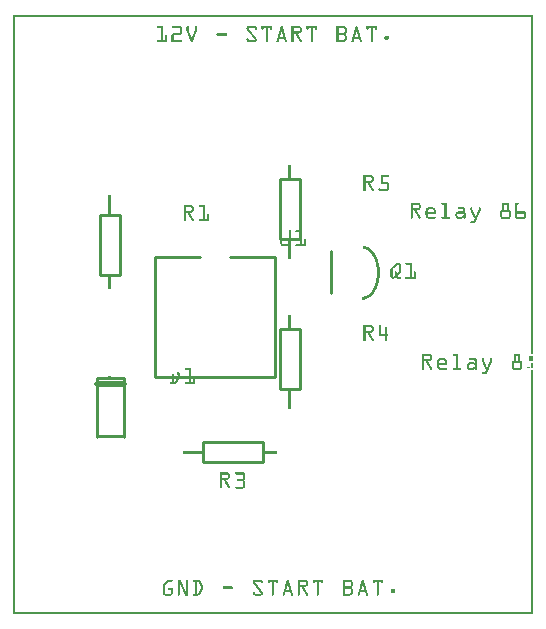
<source format=gto>
G04 MADE WITH FRITZING*
G04 WWW.FRITZING.ORG*
G04 DOUBLE SIDED*
G04 HOLES PLATED*
G04 CONTOUR ON CENTER OF CONTOUR VECTOR*
%ASAXBY*%
%FSLAX23Y23*%
%MOIN*%
%OFA0B0*%
%SFA1.0B1.0*%
%ADD10C,0.010000*%
%ADD11C,0.020000*%
%ADD12R,0.001000X0.001000*%
%LNSILK1*%
G90*
G70*
G54D10*
X890Y750D02*
X890Y950D01*
D02*
X890Y950D02*
X956Y950D01*
D02*
X956Y950D02*
X956Y750D01*
D02*
X956Y750D02*
X890Y750D01*
D02*
X633Y573D02*
X833Y573D01*
D02*
X833Y573D02*
X833Y507D01*
D02*
X833Y507D02*
X633Y507D01*
D02*
X633Y507D02*
X633Y573D01*
D02*
X1059Y1070D02*
X1059Y1210D01*
D02*
X368Y786D02*
X368Y591D01*
D02*
X278Y591D02*
X278Y786D01*
D02*
X278Y786D02*
X368Y786D01*
G54D11*
D02*
X278Y766D02*
X368Y766D01*
G54D10*
D02*
X473Y1190D02*
X473Y790D01*
D02*
X473Y790D02*
X873Y790D01*
D02*
X873Y790D02*
X873Y1190D01*
D02*
X473Y1190D02*
X623Y1190D01*
D02*
X723Y1190D02*
X873Y1190D01*
D02*
X890Y1250D02*
X890Y1450D01*
D02*
X890Y1450D02*
X956Y1450D01*
D02*
X956Y1450D02*
X956Y1250D01*
D02*
X956Y1250D02*
X890Y1250D01*
D02*
X356Y1331D02*
X356Y1131D01*
D02*
X356Y1131D02*
X290Y1131D01*
D02*
X290Y1131D02*
X290Y1331D01*
D02*
X290Y1331D02*
X356Y1331D01*
G54D12*
X0Y1998D02*
X1733Y1998D01*
X0Y1997D02*
X1733Y1997D01*
X0Y1996D02*
X1733Y1996D01*
X0Y1995D02*
X1733Y1995D01*
X0Y1994D02*
X1733Y1994D01*
X0Y1993D02*
X1733Y1993D01*
X0Y1992D02*
X1733Y1992D01*
X0Y1991D02*
X1733Y1991D01*
X0Y1990D02*
X7Y1990D01*
X1726Y1990D02*
X1733Y1990D01*
X0Y1989D02*
X7Y1989D01*
X1726Y1989D02*
X1733Y1989D01*
X0Y1988D02*
X7Y1988D01*
X1726Y1988D02*
X1733Y1988D01*
X0Y1987D02*
X7Y1987D01*
X1726Y1987D02*
X1733Y1987D01*
X0Y1986D02*
X7Y1986D01*
X1726Y1986D02*
X1733Y1986D01*
X0Y1985D02*
X7Y1985D01*
X1726Y1985D02*
X1733Y1985D01*
X0Y1984D02*
X7Y1984D01*
X1726Y1984D02*
X1733Y1984D01*
X0Y1983D02*
X7Y1983D01*
X1726Y1983D02*
X1733Y1983D01*
X0Y1982D02*
X7Y1982D01*
X1726Y1982D02*
X1733Y1982D01*
X0Y1981D02*
X7Y1981D01*
X1726Y1981D02*
X1733Y1981D01*
X0Y1980D02*
X7Y1980D01*
X1726Y1980D02*
X1733Y1980D01*
X0Y1979D02*
X7Y1979D01*
X1726Y1979D02*
X1733Y1979D01*
X0Y1978D02*
X7Y1978D01*
X1726Y1978D02*
X1733Y1978D01*
X0Y1977D02*
X7Y1977D01*
X1726Y1977D02*
X1733Y1977D01*
X0Y1976D02*
X7Y1976D01*
X1726Y1976D02*
X1733Y1976D01*
X0Y1975D02*
X7Y1975D01*
X1726Y1975D02*
X1733Y1975D01*
X0Y1974D02*
X7Y1974D01*
X1726Y1974D02*
X1733Y1974D01*
X0Y1973D02*
X7Y1973D01*
X1726Y1973D02*
X1733Y1973D01*
X0Y1972D02*
X7Y1972D01*
X1726Y1972D02*
X1733Y1972D01*
X0Y1971D02*
X7Y1971D01*
X1726Y1971D02*
X1733Y1971D01*
X0Y1970D02*
X7Y1970D01*
X1726Y1970D02*
X1733Y1970D01*
X0Y1969D02*
X7Y1969D01*
X1726Y1969D02*
X1733Y1969D01*
X0Y1968D02*
X7Y1968D01*
X1726Y1968D02*
X1733Y1968D01*
X0Y1967D02*
X7Y1967D01*
X1726Y1967D02*
X1733Y1967D01*
X0Y1966D02*
X7Y1966D01*
X1726Y1966D02*
X1733Y1966D01*
X0Y1965D02*
X7Y1965D01*
X1726Y1965D02*
X1733Y1965D01*
X0Y1964D02*
X7Y1964D01*
X1726Y1964D02*
X1733Y1964D01*
X0Y1963D02*
X7Y1963D01*
X1726Y1963D02*
X1733Y1963D01*
X0Y1962D02*
X7Y1962D01*
X1726Y1962D02*
X1733Y1962D01*
X0Y1961D02*
X7Y1961D01*
X1726Y1961D02*
X1733Y1961D01*
X0Y1960D02*
X7Y1960D01*
X480Y1960D02*
X498Y1960D01*
X530Y1960D02*
X558Y1960D01*
X580Y1960D02*
X583Y1960D01*
X607Y1960D02*
X610Y1960D01*
X783Y1960D02*
X806Y1960D01*
X828Y1960D02*
X862Y1960D01*
X893Y1960D02*
X897Y1960D01*
X928Y1960D02*
X955Y1960D01*
X978Y1960D02*
X1012Y1960D01*
X1078Y1960D02*
X1102Y1960D01*
X1143Y1960D02*
X1147Y1960D01*
X1178Y1960D02*
X1212Y1960D01*
X1726Y1960D02*
X1733Y1960D01*
X0Y1959D02*
X7Y1959D01*
X479Y1959D02*
X498Y1959D01*
X529Y1959D02*
X559Y1959D01*
X579Y1959D02*
X584Y1959D01*
X606Y1959D02*
X611Y1959D01*
X781Y1959D02*
X808Y1959D01*
X828Y1959D02*
X862Y1959D01*
X892Y1959D02*
X898Y1959D01*
X928Y1959D02*
X957Y1959D01*
X978Y1959D02*
X1012Y1959D01*
X1078Y1959D02*
X1104Y1959D01*
X1142Y1959D02*
X1147Y1959D01*
X1178Y1959D02*
X1212Y1959D01*
X1726Y1959D02*
X1733Y1959D01*
X0Y1958D02*
X7Y1958D01*
X478Y1958D02*
X498Y1958D01*
X528Y1958D02*
X560Y1958D01*
X578Y1958D02*
X584Y1958D01*
X606Y1958D02*
X612Y1958D01*
X780Y1958D02*
X809Y1958D01*
X828Y1958D02*
X862Y1958D01*
X892Y1958D02*
X898Y1958D01*
X928Y1958D02*
X958Y1958D01*
X978Y1958D02*
X1012Y1958D01*
X1078Y1958D02*
X1106Y1958D01*
X1142Y1958D02*
X1148Y1958D01*
X1178Y1958D02*
X1212Y1958D01*
X1726Y1958D02*
X1733Y1958D01*
X0Y1957D02*
X7Y1957D01*
X478Y1957D02*
X498Y1957D01*
X528Y1957D02*
X561Y1957D01*
X578Y1957D02*
X584Y1957D01*
X606Y1957D02*
X612Y1957D01*
X779Y1957D02*
X810Y1957D01*
X828Y1957D02*
X862Y1957D01*
X892Y1957D02*
X898Y1957D01*
X928Y1957D02*
X959Y1957D01*
X978Y1957D02*
X1012Y1957D01*
X1078Y1957D02*
X1107Y1957D01*
X1142Y1957D02*
X1148Y1957D01*
X1178Y1957D02*
X1212Y1957D01*
X1726Y1957D02*
X1733Y1957D01*
X0Y1956D02*
X7Y1956D01*
X479Y1956D02*
X498Y1956D01*
X529Y1956D02*
X562Y1956D01*
X578Y1956D02*
X584Y1956D01*
X606Y1956D02*
X612Y1956D01*
X779Y1956D02*
X811Y1956D01*
X828Y1956D02*
X862Y1956D01*
X891Y1956D02*
X899Y1956D01*
X928Y1956D02*
X960Y1956D01*
X978Y1956D02*
X1012Y1956D01*
X1078Y1956D02*
X1108Y1956D01*
X1141Y1956D02*
X1148Y1956D01*
X1178Y1956D02*
X1212Y1956D01*
X1726Y1956D02*
X1733Y1956D01*
X0Y1955D02*
X7Y1955D01*
X479Y1955D02*
X498Y1955D01*
X529Y1955D02*
X562Y1955D01*
X578Y1955D02*
X584Y1955D01*
X606Y1955D02*
X612Y1955D01*
X779Y1955D02*
X811Y1955D01*
X828Y1955D02*
X862Y1955D01*
X891Y1955D02*
X899Y1955D01*
X928Y1955D02*
X961Y1955D01*
X978Y1955D02*
X1012Y1955D01*
X1078Y1955D02*
X1109Y1955D01*
X1141Y1955D02*
X1149Y1955D01*
X1178Y1955D02*
X1212Y1955D01*
X1726Y1955D02*
X1733Y1955D01*
X0Y1954D02*
X7Y1954D01*
X480Y1954D02*
X498Y1954D01*
X530Y1954D02*
X562Y1954D01*
X578Y1954D02*
X584Y1954D01*
X606Y1954D02*
X612Y1954D01*
X778Y1954D02*
X811Y1954D01*
X828Y1954D02*
X862Y1954D01*
X891Y1954D02*
X899Y1954D01*
X928Y1954D02*
X961Y1954D01*
X978Y1954D02*
X1012Y1954D01*
X1078Y1954D02*
X1110Y1954D01*
X1141Y1954D02*
X1149Y1954D01*
X1178Y1954D02*
X1212Y1954D01*
X1726Y1954D02*
X1733Y1954D01*
X0Y1953D02*
X7Y1953D01*
X492Y1953D02*
X498Y1953D01*
X556Y1953D02*
X562Y1953D01*
X578Y1953D02*
X584Y1953D01*
X606Y1953D02*
X612Y1953D01*
X778Y1953D02*
X784Y1953D01*
X805Y1953D02*
X812Y1953D01*
X828Y1953D02*
X834Y1953D01*
X842Y1953D02*
X848Y1953D01*
X856Y1953D02*
X862Y1953D01*
X891Y1953D02*
X899Y1953D01*
X928Y1953D02*
X934Y1953D01*
X954Y1953D02*
X961Y1953D01*
X978Y1953D02*
X984Y1953D01*
X992Y1953D02*
X998Y1953D01*
X1006Y1953D02*
X1012Y1953D01*
X1078Y1953D02*
X1084Y1953D01*
X1102Y1953D02*
X1110Y1953D01*
X1141Y1953D02*
X1149Y1953D01*
X1178Y1953D02*
X1184Y1953D01*
X1192Y1953D02*
X1198Y1953D01*
X1206Y1953D02*
X1212Y1953D01*
X1726Y1953D02*
X1733Y1953D01*
X0Y1952D02*
X7Y1952D01*
X492Y1952D02*
X498Y1952D01*
X556Y1952D02*
X562Y1952D01*
X578Y1952D02*
X584Y1952D01*
X606Y1952D02*
X612Y1952D01*
X778Y1952D02*
X785Y1952D01*
X806Y1952D02*
X812Y1952D01*
X828Y1952D02*
X834Y1952D01*
X842Y1952D02*
X848Y1952D01*
X856Y1952D02*
X862Y1952D01*
X890Y1952D02*
X900Y1952D01*
X928Y1952D02*
X934Y1952D01*
X955Y1952D02*
X962Y1952D01*
X978Y1952D02*
X984Y1952D01*
X992Y1952D02*
X998Y1952D01*
X1006Y1952D02*
X1012Y1952D01*
X1078Y1952D02*
X1084Y1952D01*
X1103Y1952D02*
X1111Y1952D01*
X1140Y1952D02*
X1150Y1952D01*
X1178Y1952D02*
X1184Y1952D01*
X1192Y1952D02*
X1198Y1952D01*
X1206Y1952D02*
X1212Y1952D01*
X1726Y1952D02*
X1733Y1952D01*
X0Y1951D02*
X7Y1951D01*
X492Y1951D02*
X498Y1951D01*
X556Y1951D02*
X562Y1951D01*
X578Y1951D02*
X584Y1951D01*
X606Y1951D02*
X612Y1951D01*
X778Y1951D02*
X785Y1951D01*
X806Y1951D02*
X812Y1951D01*
X828Y1951D02*
X834Y1951D01*
X842Y1951D02*
X848Y1951D01*
X856Y1951D02*
X862Y1951D01*
X890Y1951D02*
X900Y1951D01*
X928Y1951D02*
X934Y1951D01*
X956Y1951D02*
X962Y1951D01*
X978Y1951D02*
X984Y1951D01*
X992Y1951D02*
X998Y1951D01*
X1006Y1951D02*
X1012Y1951D01*
X1078Y1951D02*
X1084Y1951D01*
X1104Y1951D02*
X1111Y1951D01*
X1140Y1951D02*
X1150Y1951D01*
X1178Y1951D02*
X1184Y1951D01*
X1192Y1951D02*
X1198Y1951D01*
X1206Y1951D02*
X1212Y1951D01*
X1726Y1951D02*
X1733Y1951D01*
X0Y1950D02*
X7Y1950D01*
X492Y1950D02*
X498Y1950D01*
X556Y1950D02*
X562Y1950D01*
X578Y1950D02*
X584Y1950D01*
X606Y1950D02*
X612Y1950D01*
X779Y1950D02*
X786Y1950D01*
X806Y1950D02*
X812Y1950D01*
X829Y1950D02*
X834Y1950D01*
X842Y1950D02*
X848Y1950D01*
X856Y1950D02*
X862Y1950D01*
X890Y1950D02*
X900Y1950D01*
X928Y1950D02*
X934Y1950D01*
X956Y1950D02*
X962Y1950D01*
X978Y1950D02*
X984Y1950D01*
X992Y1950D02*
X998Y1950D01*
X1006Y1950D02*
X1012Y1950D01*
X1078Y1950D02*
X1084Y1950D01*
X1105Y1950D02*
X1111Y1950D01*
X1140Y1950D02*
X1150Y1950D01*
X1178Y1950D02*
X1184Y1950D01*
X1192Y1950D02*
X1198Y1950D01*
X1206Y1950D02*
X1211Y1950D01*
X1726Y1950D02*
X1733Y1950D01*
X0Y1949D02*
X7Y1949D01*
X492Y1949D02*
X498Y1949D01*
X556Y1949D02*
X562Y1949D01*
X578Y1949D02*
X584Y1949D01*
X606Y1949D02*
X612Y1949D01*
X779Y1949D02*
X787Y1949D01*
X807Y1949D02*
X811Y1949D01*
X829Y1949D02*
X833Y1949D01*
X842Y1949D02*
X848Y1949D01*
X857Y1949D02*
X861Y1949D01*
X889Y1949D02*
X901Y1949D01*
X928Y1949D02*
X934Y1949D01*
X956Y1949D02*
X962Y1949D01*
X979Y1949D02*
X983Y1949D01*
X992Y1949D02*
X998Y1949D01*
X1007Y1949D02*
X1011Y1949D01*
X1078Y1949D02*
X1084Y1949D01*
X1105Y1949D02*
X1112Y1949D01*
X1139Y1949D02*
X1150Y1949D01*
X1179Y1949D02*
X1183Y1949D01*
X1192Y1949D02*
X1198Y1949D01*
X1207Y1949D02*
X1211Y1949D01*
X1726Y1949D02*
X1733Y1949D01*
X0Y1948D02*
X7Y1948D01*
X492Y1948D02*
X498Y1948D01*
X556Y1948D02*
X562Y1948D01*
X578Y1948D02*
X584Y1948D01*
X606Y1948D02*
X612Y1948D01*
X780Y1948D02*
X788Y1948D01*
X808Y1948D02*
X810Y1948D01*
X831Y1948D02*
X832Y1948D01*
X842Y1948D02*
X848Y1948D01*
X858Y1948D02*
X859Y1948D01*
X889Y1948D02*
X901Y1948D01*
X928Y1948D02*
X934Y1948D01*
X956Y1948D02*
X962Y1948D01*
X980Y1948D02*
X982Y1948D01*
X992Y1948D02*
X998Y1948D01*
X1008Y1948D02*
X1009Y1948D01*
X1078Y1948D02*
X1084Y1948D01*
X1106Y1948D02*
X1112Y1948D01*
X1139Y1948D02*
X1151Y1948D01*
X1180Y1948D02*
X1182Y1948D01*
X1192Y1948D02*
X1198Y1948D01*
X1208Y1948D02*
X1209Y1948D01*
X1726Y1948D02*
X1733Y1948D01*
X0Y1947D02*
X7Y1947D01*
X492Y1947D02*
X498Y1947D01*
X556Y1947D02*
X562Y1947D01*
X578Y1947D02*
X584Y1947D01*
X606Y1947D02*
X612Y1947D01*
X781Y1947D02*
X789Y1947D01*
X842Y1947D02*
X848Y1947D01*
X889Y1947D02*
X901Y1947D01*
X928Y1947D02*
X934Y1947D01*
X956Y1947D02*
X962Y1947D01*
X992Y1947D02*
X998Y1947D01*
X1078Y1947D02*
X1084Y1947D01*
X1106Y1947D02*
X1112Y1947D01*
X1139Y1947D02*
X1151Y1947D01*
X1192Y1947D02*
X1198Y1947D01*
X1726Y1947D02*
X1733Y1947D01*
X0Y1946D02*
X7Y1946D01*
X492Y1946D02*
X498Y1946D01*
X556Y1946D02*
X562Y1946D01*
X578Y1946D02*
X584Y1946D01*
X606Y1946D02*
X612Y1946D01*
X781Y1946D02*
X789Y1946D01*
X842Y1946D02*
X848Y1946D01*
X889Y1946D02*
X901Y1946D01*
X928Y1946D02*
X934Y1946D01*
X956Y1946D02*
X962Y1946D01*
X992Y1946D02*
X998Y1946D01*
X1078Y1946D02*
X1084Y1946D01*
X1106Y1946D02*
X1112Y1946D01*
X1138Y1946D02*
X1151Y1946D01*
X1192Y1946D02*
X1198Y1946D01*
X1726Y1946D02*
X1733Y1946D01*
X0Y1945D02*
X7Y1945D01*
X492Y1945D02*
X498Y1945D01*
X556Y1945D02*
X562Y1945D01*
X578Y1945D02*
X585Y1945D01*
X605Y1945D02*
X612Y1945D01*
X782Y1945D02*
X790Y1945D01*
X842Y1945D02*
X848Y1945D01*
X888Y1945D02*
X902Y1945D01*
X928Y1945D02*
X934Y1945D01*
X955Y1945D02*
X962Y1945D01*
X992Y1945D02*
X998Y1945D01*
X1078Y1945D02*
X1084Y1945D01*
X1106Y1945D02*
X1112Y1945D01*
X1138Y1945D02*
X1152Y1945D01*
X1192Y1945D02*
X1198Y1945D01*
X1726Y1945D02*
X1733Y1945D01*
X0Y1944D02*
X7Y1944D01*
X492Y1944D02*
X498Y1944D01*
X556Y1944D02*
X562Y1944D01*
X579Y1944D02*
X585Y1944D01*
X605Y1944D02*
X612Y1944D01*
X783Y1944D02*
X791Y1944D01*
X842Y1944D02*
X848Y1944D01*
X888Y1944D02*
X902Y1944D01*
X928Y1944D02*
X934Y1944D01*
X955Y1944D02*
X962Y1944D01*
X992Y1944D02*
X998Y1944D01*
X1078Y1944D02*
X1084Y1944D01*
X1106Y1944D02*
X1112Y1944D01*
X1138Y1944D02*
X1152Y1944D01*
X1192Y1944D02*
X1198Y1944D01*
X1726Y1944D02*
X1733Y1944D01*
X0Y1943D02*
X7Y1943D01*
X492Y1943D02*
X498Y1943D01*
X556Y1943D02*
X562Y1943D01*
X579Y1943D02*
X586Y1943D01*
X605Y1943D02*
X611Y1943D01*
X784Y1943D02*
X792Y1943D01*
X842Y1943D02*
X848Y1943D01*
X888Y1943D02*
X894Y1943D01*
X896Y1943D02*
X902Y1943D01*
X928Y1943D02*
X935Y1943D01*
X952Y1943D02*
X961Y1943D01*
X992Y1943D02*
X998Y1943D01*
X1078Y1943D02*
X1084Y1943D01*
X1106Y1943D02*
X1112Y1943D01*
X1138Y1943D02*
X1144Y1943D01*
X1146Y1943D02*
X1152Y1943D01*
X1192Y1943D02*
X1198Y1943D01*
X1726Y1943D02*
X1733Y1943D01*
X0Y1942D02*
X7Y1942D01*
X492Y1942D02*
X498Y1942D01*
X556Y1942D02*
X562Y1942D01*
X579Y1942D02*
X586Y1942D01*
X604Y1942D02*
X611Y1942D01*
X784Y1942D02*
X792Y1942D01*
X842Y1942D02*
X848Y1942D01*
X887Y1942D02*
X894Y1942D01*
X896Y1942D02*
X903Y1942D01*
X928Y1942D02*
X961Y1942D01*
X992Y1942D02*
X998Y1942D01*
X1078Y1942D02*
X1084Y1942D01*
X1105Y1942D02*
X1112Y1942D01*
X1137Y1942D02*
X1144Y1942D01*
X1146Y1942D02*
X1153Y1942D01*
X1192Y1942D02*
X1198Y1942D01*
X1726Y1942D02*
X1733Y1942D01*
X0Y1941D02*
X7Y1941D01*
X492Y1941D02*
X498Y1941D01*
X556Y1941D02*
X562Y1941D01*
X580Y1941D02*
X586Y1941D01*
X604Y1941D02*
X610Y1941D01*
X785Y1941D02*
X793Y1941D01*
X842Y1941D02*
X848Y1941D01*
X887Y1941D02*
X893Y1941D01*
X897Y1941D02*
X903Y1941D01*
X928Y1941D02*
X960Y1941D01*
X992Y1941D02*
X998Y1941D01*
X1078Y1941D02*
X1084Y1941D01*
X1105Y1941D02*
X1111Y1941D01*
X1137Y1941D02*
X1143Y1941D01*
X1146Y1941D02*
X1153Y1941D01*
X1192Y1941D02*
X1198Y1941D01*
X1726Y1941D02*
X1733Y1941D01*
X0Y1940D02*
X7Y1940D01*
X492Y1940D02*
X498Y1940D01*
X556Y1940D02*
X562Y1940D01*
X580Y1940D02*
X587Y1940D01*
X604Y1940D02*
X610Y1940D01*
X786Y1940D02*
X794Y1940D01*
X842Y1940D02*
X848Y1940D01*
X887Y1940D02*
X893Y1940D01*
X897Y1940D02*
X903Y1940D01*
X928Y1940D02*
X959Y1940D01*
X992Y1940D02*
X998Y1940D01*
X1078Y1940D02*
X1084Y1940D01*
X1104Y1940D02*
X1111Y1940D01*
X1137Y1940D02*
X1143Y1940D01*
X1147Y1940D02*
X1153Y1940D01*
X1192Y1940D02*
X1198Y1940D01*
X1726Y1940D02*
X1733Y1940D01*
X0Y1939D02*
X7Y1939D01*
X492Y1939D02*
X498Y1939D01*
X556Y1939D02*
X562Y1939D01*
X581Y1939D02*
X587Y1939D01*
X603Y1939D02*
X610Y1939D01*
X787Y1939D02*
X795Y1939D01*
X842Y1939D02*
X848Y1939D01*
X886Y1939D02*
X893Y1939D01*
X897Y1939D02*
X903Y1939D01*
X928Y1939D02*
X959Y1939D01*
X992Y1939D02*
X998Y1939D01*
X1078Y1939D02*
X1084Y1939D01*
X1103Y1939D02*
X1111Y1939D01*
X1136Y1939D02*
X1143Y1939D01*
X1147Y1939D02*
X1153Y1939D01*
X1192Y1939D02*
X1198Y1939D01*
X1726Y1939D02*
X1733Y1939D01*
X0Y1938D02*
X7Y1938D01*
X492Y1938D02*
X498Y1938D01*
X556Y1938D02*
X562Y1938D01*
X581Y1938D02*
X587Y1938D01*
X603Y1938D02*
X609Y1938D01*
X788Y1938D02*
X796Y1938D01*
X842Y1938D02*
X848Y1938D01*
X886Y1938D02*
X893Y1938D01*
X897Y1938D02*
X904Y1938D01*
X928Y1938D02*
X957Y1938D01*
X992Y1938D02*
X998Y1938D01*
X1078Y1938D02*
X1084Y1938D01*
X1102Y1938D02*
X1110Y1938D01*
X1136Y1938D02*
X1142Y1938D01*
X1147Y1938D02*
X1154Y1938D01*
X1192Y1938D02*
X1198Y1938D01*
X1726Y1938D02*
X1733Y1938D01*
X0Y1937D02*
X7Y1937D01*
X492Y1937D02*
X498Y1937D01*
X534Y1937D02*
X562Y1937D01*
X581Y1937D02*
X588Y1937D01*
X602Y1937D02*
X609Y1937D01*
X681Y1937D02*
X709Y1937D01*
X788Y1937D02*
X796Y1937D01*
X842Y1937D02*
X848Y1937D01*
X886Y1937D02*
X892Y1937D01*
X898Y1937D02*
X904Y1937D01*
X928Y1937D02*
X956Y1937D01*
X992Y1937D02*
X998Y1937D01*
X1078Y1937D02*
X1110Y1937D01*
X1136Y1937D02*
X1142Y1937D01*
X1148Y1937D02*
X1154Y1937D01*
X1192Y1937D02*
X1198Y1937D01*
X1726Y1937D02*
X1733Y1937D01*
X0Y1936D02*
X7Y1936D01*
X492Y1936D02*
X498Y1936D01*
X532Y1936D02*
X562Y1936D01*
X582Y1936D02*
X588Y1936D01*
X602Y1936D02*
X609Y1936D01*
X679Y1936D02*
X711Y1936D01*
X789Y1936D02*
X797Y1936D01*
X842Y1936D02*
X848Y1936D01*
X886Y1936D02*
X892Y1936D01*
X898Y1936D02*
X904Y1936D01*
X928Y1936D02*
X952Y1936D01*
X992Y1936D02*
X998Y1936D01*
X1078Y1936D02*
X1109Y1936D01*
X1136Y1936D02*
X1142Y1936D01*
X1148Y1936D02*
X1154Y1936D01*
X1192Y1936D02*
X1198Y1936D01*
X1726Y1936D02*
X1733Y1936D01*
X0Y1935D02*
X7Y1935D01*
X492Y1935D02*
X498Y1935D01*
X530Y1935D02*
X562Y1935D01*
X582Y1935D02*
X589Y1935D01*
X602Y1935D02*
X608Y1935D01*
X679Y1935D02*
X712Y1935D01*
X790Y1935D02*
X798Y1935D01*
X842Y1935D02*
X848Y1935D01*
X885Y1935D02*
X892Y1935D01*
X898Y1935D02*
X905Y1935D01*
X928Y1935D02*
X934Y1935D01*
X941Y1935D02*
X948Y1935D01*
X992Y1935D02*
X998Y1935D01*
X1078Y1935D02*
X1108Y1935D01*
X1135Y1935D02*
X1142Y1935D01*
X1148Y1935D02*
X1155Y1935D01*
X1192Y1935D02*
X1198Y1935D01*
X1726Y1935D02*
X1733Y1935D01*
X0Y1934D02*
X7Y1934D01*
X492Y1934D02*
X498Y1934D01*
X530Y1934D02*
X561Y1934D01*
X582Y1934D02*
X589Y1934D01*
X601Y1934D02*
X608Y1934D01*
X678Y1934D02*
X712Y1934D01*
X791Y1934D02*
X799Y1934D01*
X842Y1934D02*
X848Y1934D01*
X885Y1934D02*
X891Y1934D01*
X899Y1934D02*
X905Y1934D01*
X928Y1934D02*
X934Y1934D01*
X941Y1934D02*
X948Y1934D01*
X992Y1934D02*
X998Y1934D01*
X1078Y1934D02*
X1107Y1934D01*
X1135Y1934D02*
X1141Y1934D01*
X1149Y1934D02*
X1155Y1934D01*
X1192Y1934D02*
X1198Y1934D01*
X1726Y1934D02*
X1733Y1934D01*
X0Y1933D02*
X7Y1933D01*
X492Y1933D02*
X498Y1933D01*
X529Y1933D02*
X560Y1933D01*
X583Y1933D02*
X589Y1933D01*
X601Y1933D02*
X607Y1933D01*
X678Y1933D02*
X712Y1933D01*
X791Y1933D02*
X799Y1933D01*
X842Y1933D02*
X848Y1933D01*
X885Y1933D02*
X891Y1933D01*
X899Y1933D02*
X905Y1933D01*
X928Y1933D02*
X934Y1933D01*
X942Y1933D02*
X949Y1933D01*
X992Y1933D02*
X998Y1933D01*
X1078Y1933D02*
X1108Y1933D01*
X1135Y1933D02*
X1141Y1933D01*
X1149Y1933D02*
X1155Y1933D01*
X1192Y1933D02*
X1198Y1933D01*
X1726Y1933D02*
X1733Y1933D01*
X0Y1932D02*
X7Y1932D01*
X492Y1932D02*
X498Y1932D01*
X529Y1932D02*
X560Y1932D01*
X583Y1932D02*
X590Y1932D01*
X600Y1932D02*
X607Y1932D01*
X678Y1932D02*
X712Y1932D01*
X792Y1932D02*
X800Y1932D01*
X842Y1932D02*
X848Y1932D01*
X884Y1932D02*
X891Y1932D01*
X899Y1932D02*
X906Y1932D01*
X928Y1932D02*
X934Y1932D01*
X942Y1932D02*
X950Y1932D01*
X992Y1932D02*
X998Y1932D01*
X1078Y1932D02*
X1108Y1932D01*
X1134Y1932D02*
X1141Y1932D01*
X1149Y1932D02*
X1155Y1932D01*
X1192Y1932D02*
X1198Y1932D01*
X1726Y1932D02*
X1733Y1932D01*
X0Y1931D02*
X7Y1931D01*
X492Y1931D02*
X498Y1931D01*
X508Y1931D02*
X510Y1931D01*
X528Y1931D02*
X558Y1931D01*
X584Y1931D02*
X590Y1931D01*
X600Y1931D02*
X607Y1931D01*
X678Y1931D02*
X712Y1931D01*
X793Y1931D02*
X801Y1931D01*
X842Y1931D02*
X848Y1931D01*
X884Y1931D02*
X890Y1931D01*
X899Y1931D02*
X906Y1931D01*
X928Y1931D02*
X934Y1931D01*
X943Y1931D02*
X950Y1931D01*
X992Y1931D02*
X998Y1931D01*
X1078Y1931D02*
X1109Y1931D01*
X1134Y1931D02*
X1140Y1931D01*
X1149Y1931D02*
X1156Y1931D01*
X1192Y1931D02*
X1198Y1931D01*
X1726Y1931D02*
X1733Y1931D01*
X0Y1930D02*
X7Y1930D01*
X492Y1930D02*
X498Y1930D01*
X507Y1930D02*
X511Y1930D01*
X528Y1930D02*
X535Y1930D01*
X584Y1930D02*
X591Y1930D01*
X600Y1930D02*
X606Y1930D01*
X678Y1930D02*
X712Y1930D01*
X794Y1930D02*
X802Y1930D01*
X842Y1930D02*
X848Y1930D01*
X884Y1930D02*
X890Y1930D01*
X900Y1930D02*
X906Y1930D01*
X928Y1930D02*
X934Y1930D01*
X944Y1930D02*
X951Y1930D01*
X992Y1930D02*
X998Y1930D01*
X1078Y1930D02*
X1084Y1930D01*
X1100Y1930D02*
X1110Y1930D01*
X1134Y1930D02*
X1140Y1930D01*
X1150Y1930D02*
X1156Y1930D01*
X1192Y1930D02*
X1198Y1930D01*
X1726Y1930D02*
X1733Y1930D01*
X0Y1929D02*
X7Y1929D01*
X492Y1929D02*
X498Y1929D01*
X506Y1929D02*
X512Y1929D01*
X528Y1929D02*
X534Y1929D01*
X584Y1929D02*
X591Y1929D01*
X599Y1929D02*
X606Y1929D01*
X679Y1929D02*
X711Y1929D01*
X795Y1929D02*
X803Y1929D01*
X842Y1929D02*
X848Y1929D01*
X884Y1929D02*
X890Y1929D01*
X900Y1929D02*
X906Y1929D01*
X928Y1929D02*
X934Y1929D01*
X944Y1929D02*
X951Y1929D01*
X992Y1929D02*
X998Y1929D01*
X1078Y1929D02*
X1084Y1929D01*
X1103Y1929D02*
X1110Y1929D01*
X1134Y1929D02*
X1140Y1929D01*
X1150Y1929D02*
X1156Y1929D01*
X1192Y1929D02*
X1198Y1929D01*
X1726Y1929D02*
X1733Y1929D01*
X0Y1928D02*
X7Y1928D01*
X492Y1928D02*
X498Y1928D01*
X506Y1928D02*
X512Y1928D01*
X528Y1928D02*
X534Y1928D01*
X585Y1928D02*
X591Y1928D01*
X599Y1928D02*
X605Y1928D01*
X680Y1928D02*
X711Y1928D01*
X795Y1928D02*
X803Y1928D01*
X842Y1928D02*
X848Y1928D01*
X883Y1928D02*
X890Y1928D01*
X900Y1928D02*
X907Y1928D01*
X928Y1928D02*
X934Y1928D01*
X945Y1928D02*
X952Y1928D01*
X992Y1928D02*
X998Y1928D01*
X1078Y1928D02*
X1084Y1928D01*
X1104Y1928D02*
X1111Y1928D01*
X1133Y1928D02*
X1140Y1928D01*
X1150Y1928D02*
X1157Y1928D01*
X1192Y1928D02*
X1198Y1928D01*
X1241Y1928D02*
X1249Y1928D01*
X1726Y1928D02*
X1733Y1928D01*
X0Y1927D02*
X7Y1927D01*
X492Y1927D02*
X498Y1927D01*
X506Y1927D02*
X512Y1927D01*
X528Y1927D02*
X534Y1927D01*
X585Y1927D02*
X592Y1927D01*
X598Y1927D02*
X605Y1927D01*
X796Y1927D02*
X804Y1927D01*
X842Y1927D02*
X848Y1927D01*
X883Y1927D02*
X889Y1927D01*
X901Y1927D02*
X907Y1927D01*
X928Y1927D02*
X934Y1927D01*
X945Y1927D02*
X952Y1927D01*
X992Y1927D02*
X998Y1927D01*
X1078Y1927D02*
X1084Y1927D01*
X1105Y1927D02*
X1111Y1927D01*
X1133Y1927D02*
X1139Y1927D01*
X1151Y1927D02*
X1157Y1927D01*
X1192Y1927D02*
X1198Y1927D01*
X1239Y1927D02*
X1251Y1927D01*
X1726Y1927D02*
X1733Y1927D01*
X0Y1926D02*
X7Y1926D01*
X492Y1926D02*
X498Y1926D01*
X506Y1926D02*
X512Y1926D01*
X528Y1926D02*
X534Y1926D01*
X586Y1926D02*
X592Y1926D01*
X598Y1926D02*
X605Y1926D01*
X797Y1926D02*
X805Y1926D01*
X842Y1926D02*
X848Y1926D01*
X883Y1926D02*
X889Y1926D01*
X901Y1926D02*
X907Y1926D01*
X928Y1926D02*
X934Y1926D01*
X946Y1926D02*
X953Y1926D01*
X992Y1926D02*
X998Y1926D01*
X1078Y1926D02*
X1084Y1926D01*
X1105Y1926D02*
X1111Y1926D01*
X1133Y1926D02*
X1139Y1926D01*
X1151Y1926D02*
X1157Y1926D01*
X1192Y1926D02*
X1198Y1926D01*
X1239Y1926D02*
X1251Y1926D01*
X1726Y1926D02*
X1733Y1926D01*
X0Y1925D02*
X7Y1925D01*
X492Y1925D02*
X498Y1925D01*
X506Y1925D02*
X512Y1925D01*
X528Y1925D02*
X534Y1925D01*
X586Y1925D02*
X593Y1925D01*
X598Y1925D02*
X604Y1925D01*
X798Y1925D02*
X806Y1925D01*
X842Y1925D02*
X848Y1925D01*
X882Y1925D02*
X908Y1925D01*
X928Y1925D02*
X934Y1925D01*
X946Y1925D02*
X954Y1925D01*
X992Y1925D02*
X998Y1925D01*
X1078Y1925D02*
X1084Y1925D01*
X1105Y1925D02*
X1112Y1925D01*
X1132Y1925D02*
X1157Y1925D01*
X1192Y1925D02*
X1198Y1925D01*
X1238Y1925D02*
X1251Y1925D01*
X1726Y1925D02*
X1733Y1925D01*
X0Y1924D02*
X7Y1924D01*
X492Y1924D02*
X498Y1924D01*
X506Y1924D02*
X512Y1924D01*
X528Y1924D02*
X534Y1924D01*
X586Y1924D02*
X593Y1924D01*
X597Y1924D02*
X604Y1924D01*
X798Y1924D02*
X806Y1924D01*
X842Y1924D02*
X848Y1924D01*
X882Y1924D02*
X908Y1924D01*
X928Y1924D02*
X934Y1924D01*
X947Y1924D02*
X954Y1924D01*
X992Y1924D02*
X998Y1924D01*
X1078Y1924D02*
X1084Y1924D01*
X1106Y1924D02*
X1112Y1924D01*
X1132Y1924D02*
X1158Y1924D01*
X1192Y1924D02*
X1198Y1924D01*
X1238Y1924D02*
X1251Y1924D01*
X1726Y1924D02*
X1733Y1924D01*
X0Y1923D02*
X7Y1923D01*
X492Y1923D02*
X498Y1923D01*
X506Y1923D02*
X512Y1923D01*
X528Y1923D02*
X534Y1923D01*
X587Y1923D02*
X593Y1923D01*
X597Y1923D02*
X603Y1923D01*
X799Y1923D02*
X807Y1923D01*
X842Y1923D02*
X848Y1923D01*
X882Y1923D02*
X908Y1923D01*
X928Y1923D02*
X934Y1923D01*
X948Y1923D02*
X955Y1923D01*
X992Y1923D02*
X998Y1923D01*
X1078Y1923D02*
X1084Y1923D01*
X1106Y1923D02*
X1112Y1923D01*
X1132Y1923D02*
X1158Y1923D01*
X1192Y1923D02*
X1198Y1923D01*
X1238Y1923D02*
X1251Y1923D01*
X1726Y1923D02*
X1733Y1923D01*
X0Y1922D02*
X7Y1922D01*
X492Y1922D02*
X498Y1922D01*
X506Y1922D02*
X512Y1922D01*
X528Y1922D02*
X534Y1922D01*
X587Y1922D02*
X594Y1922D01*
X596Y1922D02*
X603Y1922D01*
X800Y1922D02*
X808Y1922D01*
X842Y1922D02*
X848Y1922D01*
X882Y1922D02*
X908Y1922D01*
X928Y1922D02*
X934Y1922D01*
X948Y1922D02*
X955Y1922D01*
X992Y1922D02*
X998Y1922D01*
X1078Y1922D02*
X1084Y1922D01*
X1106Y1922D02*
X1112Y1922D01*
X1131Y1922D02*
X1158Y1922D01*
X1192Y1922D02*
X1198Y1922D01*
X1238Y1922D02*
X1251Y1922D01*
X1726Y1922D02*
X1733Y1922D01*
X0Y1921D02*
X7Y1921D01*
X492Y1921D02*
X498Y1921D01*
X506Y1921D02*
X512Y1921D01*
X528Y1921D02*
X534Y1921D01*
X588Y1921D02*
X594Y1921D01*
X596Y1921D02*
X603Y1921D01*
X801Y1921D02*
X809Y1921D01*
X842Y1921D02*
X848Y1921D01*
X881Y1921D02*
X909Y1921D01*
X928Y1921D02*
X934Y1921D01*
X949Y1921D02*
X956Y1921D01*
X992Y1921D02*
X998Y1921D01*
X1078Y1921D02*
X1084Y1921D01*
X1106Y1921D02*
X1112Y1921D01*
X1131Y1921D02*
X1159Y1921D01*
X1192Y1921D02*
X1198Y1921D01*
X1238Y1921D02*
X1251Y1921D01*
X1726Y1921D02*
X1733Y1921D01*
X0Y1920D02*
X7Y1920D01*
X492Y1920D02*
X498Y1920D01*
X506Y1920D02*
X512Y1920D01*
X528Y1920D02*
X534Y1920D01*
X588Y1920D02*
X602Y1920D01*
X802Y1920D02*
X810Y1920D01*
X842Y1920D02*
X848Y1920D01*
X881Y1920D02*
X909Y1920D01*
X928Y1920D02*
X934Y1920D01*
X949Y1920D02*
X957Y1920D01*
X992Y1920D02*
X998Y1920D01*
X1078Y1920D02*
X1084Y1920D01*
X1106Y1920D02*
X1112Y1920D01*
X1131Y1920D02*
X1159Y1920D01*
X1192Y1920D02*
X1198Y1920D01*
X1238Y1920D02*
X1251Y1920D01*
X1726Y1920D02*
X1733Y1920D01*
X0Y1919D02*
X7Y1919D01*
X492Y1919D02*
X498Y1919D01*
X506Y1919D02*
X512Y1919D01*
X528Y1919D02*
X534Y1919D01*
X588Y1919D02*
X602Y1919D01*
X780Y1919D02*
X782Y1919D01*
X802Y1919D02*
X810Y1919D01*
X842Y1919D02*
X848Y1919D01*
X881Y1919D02*
X909Y1919D01*
X928Y1919D02*
X934Y1919D01*
X950Y1919D02*
X957Y1919D01*
X992Y1919D02*
X998Y1919D01*
X1078Y1919D02*
X1084Y1919D01*
X1106Y1919D02*
X1112Y1919D01*
X1131Y1919D02*
X1159Y1919D01*
X1192Y1919D02*
X1198Y1919D01*
X1238Y1919D02*
X1251Y1919D01*
X1726Y1919D02*
X1733Y1919D01*
X0Y1918D02*
X7Y1918D01*
X492Y1918D02*
X498Y1918D01*
X506Y1918D02*
X512Y1918D01*
X528Y1918D02*
X534Y1918D01*
X589Y1918D02*
X601Y1918D01*
X779Y1918D02*
X784Y1918D01*
X803Y1918D02*
X811Y1918D01*
X842Y1918D02*
X848Y1918D01*
X880Y1918D02*
X887Y1918D01*
X903Y1918D02*
X910Y1918D01*
X928Y1918D02*
X934Y1918D01*
X951Y1918D02*
X958Y1918D01*
X992Y1918D02*
X998Y1918D01*
X1078Y1918D02*
X1084Y1918D01*
X1105Y1918D02*
X1112Y1918D01*
X1130Y1918D02*
X1137Y1918D01*
X1153Y1918D02*
X1160Y1918D01*
X1192Y1918D02*
X1198Y1918D01*
X1239Y1918D02*
X1251Y1918D01*
X1726Y1918D02*
X1733Y1918D01*
X0Y1917D02*
X7Y1917D01*
X492Y1917D02*
X498Y1917D01*
X506Y1917D02*
X512Y1917D01*
X528Y1917D02*
X534Y1917D01*
X589Y1917D02*
X601Y1917D01*
X778Y1917D02*
X784Y1917D01*
X804Y1917D02*
X811Y1917D01*
X842Y1917D02*
X848Y1917D01*
X880Y1917D02*
X886Y1917D01*
X904Y1917D02*
X910Y1917D01*
X928Y1917D02*
X934Y1917D01*
X951Y1917D02*
X958Y1917D01*
X992Y1917D02*
X998Y1917D01*
X1078Y1917D02*
X1084Y1917D01*
X1105Y1917D02*
X1111Y1917D01*
X1130Y1917D02*
X1136Y1917D01*
X1154Y1917D02*
X1160Y1917D01*
X1192Y1917D02*
X1198Y1917D01*
X1239Y1917D02*
X1251Y1917D01*
X1726Y1917D02*
X1733Y1917D01*
X0Y1916D02*
X7Y1916D01*
X492Y1916D02*
X498Y1916D01*
X506Y1916D02*
X512Y1916D01*
X528Y1916D02*
X534Y1916D01*
X589Y1916D02*
X601Y1916D01*
X778Y1916D02*
X784Y1916D01*
X805Y1916D02*
X812Y1916D01*
X842Y1916D02*
X848Y1916D01*
X880Y1916D02*
X886Y1916D01*
X904Y1916D02*
X910Y1916D01*
X928Y1916D02*
X934Y1916D01*
X952Y1916D02*
X959Y1916D01*
X992Y1916D02*
X998Y1916D01*
X1078Y1916D02*
X1084Y1916D01*
X1104Y1916D02*
X1111Y1916D01*
X1130Y1916D02*
X1136Y1916D01*
X1154Y1916D02*
X1160Y1916D01*
X1192Y1916D02*
X1198Y1916D01*
X1240Y1916D02*
X1250Y1916D01*
X1726Y1916D02*
X1733Y1916D01*
X0Y1915D02*
X7Y1915D01*
X492Y1915D02*
X498Y1915D01*
X506Y1915D02*
X512Y1915D01*
X528Y1915D02*
X534Y1915D01*
X590Y1915D02*
X600Y1915D01*
X778Y1915D02*
X784Y1915D01*
X805Y1915D02*
X812Y1915D01*
X842Y1915D02*
X848Y1915D01*
X879Y1915D02*
X886Y1915D01*
X904Y1915D02*
X910Y1915D01*
X928Y1915D02*
X934Y1915D01*
X952Y1915D02*
X959Y1915D01*
X992Y1915D02*
X998Y1915D01*
X1078Y1915D02*
X1084Y1915D01*
X1103Y1915D02*
X1111Y1915D01*
X1129Y1915D02*
X1136Y1915D01*
X1154Y1915D02*
X1160Y1915D01*
X1192Y1915D02*
X1198Y1915D01*
X1726Y1915D02*
X1733Y1915D01*
X0Y1914D02*
X7Y1914D01*
X492Y1914D02*
X498Y1914D01*
X506Y1914D02*
X512Y1914D01*
X528Y1914D02*
X534Y1914D01*
X590Y1914D02*
X600Y1914D01*
X778Y1914D02*
X785Y1914D01*
X806Y1914D02*
X812Y1914D01*
X842Y1914D02*
X848Y1914D01*
X879Y1914D02*
X885Y1914D01*
X904Y1914D02*
X911Y1914D01*
X928Y1914D02*
X934Y1914D01*
X953Y1914D02*
X960Y1914D01*
X992Y1914D02*
X998Y1914D01*
X1078Y1914D02*
X1084Y1914D01*
X1101Y1914D02*
X1110Y1914D01*
X1129Y1914D02*
X1135Y1914D01*
X1154Y1914D02*
X1161Y1914D01*
X1192Y1914D02*
X1198Y1914D01*
X1726Y1914D02*
X1733Y1914D01*
X0Y1913D02*
X7Y1913D01*
X480Y1913D02*
X512Y1913D01*
X528Y1913D02*
X560Y1913D01*
X591Y1913D02*
X600Y1913D01*
X779Y1913D02*
X812Y1913D01*
X842Y1913D02*
X848Y1913D01*
X879Y1913D02*
X885Y1913D01*
X905Y1913D02*
X911Y1913D01*
X928Y1913D02*
X934Y1913D01*
X953Y1913D02*
X961Y1913D01*
X992Y1913D02*
X998Y1913D01*
X1078Y1913D02*
X1109Y1913D01*
X1129Y1913D02*
X1135Y1913D01*
X1155Y1913D02*
X1161Y1913D01*
X1192Y1913D02*
X1198Y1913D01*
X1726Y1913D02*
X1733Y1913D01*
X0Y1912D02*
X7Y1912D01*
X479Y1912D02*
X512Y1912D01*
X528Y1912D02*
X561Y1912D01*
X591Y1912D02*
X599Y1912D01*
X779Y1912D02*
X811Y1912D01*
X842Y1912D02*
X848Y1912D01*
X879Y1912D02*
X885Y1912D01*
X905Y1912D02*
X911Y1912D01*
X928Y1912D02*
X934Y1912D01*
X954Y1912D02*
X961Y1912D01*
X992Y1912D02*
X998Y1912D01*
X1078Y1912D02*
X1109Y1912D01*
X1129Y1912D02*
X1135Y1912D01*
X1155Y1912D02*
X1161Y1912D01*
X1192Y1912D02*
X1198Y1912D01*
X1726Y1912D02*
X1733Y1912D01*
X0Y1911D02*
X7Y1911D01*
X478Y1911D02*
X512Y1911D01*
X528Y1911D02*
X562Y1911D01*
X591Y1911D02*
X599Y1911D01*
X780Y1911D02*
X811Y1911D01*
X842Y1911D02*
X848Y1911D01*
X878Y1911D02*
X885Y1911D01*
X905Y1911D02*
X912Y1911D01*
X928Y1911D02*
X934Y1911D01*
X955Y1911D02*
X962Y1911D01*
X992Y1911D02*
X998Y1911D01*
X1078Y1911D02*
X1108Y1911D01*
X1128Y1911D02*
X1135Y1911D01*
X1155Y1911D02*
X1162Y1911D01*
X1192Y1911D02*
X1198Y1911D01*
X1726Y1911D02*
X1733Y1911D01*
X0Y1910D02*
X7Y1910D01*
X478Y1910D02*
X512Y1910D01*
X528Y1910D02*
X562Y1910D01*
X592Y1910D02*
X598Y1910D01*
X780Y1910D02*
X810Y1910D01*
X842Y1910D02*
X848Y1910D01*
X878Y1910D02*
X884Y1910D01*
X906Y1910D02*
X912Y1910D01*
X928Y1910D02*
X934Y1910D01*
X955Y1910D02*
X962Y1910D01*
X992Y1910D02*
X998Y1910D01*
X1078Y1910D02*
X1107Y1910D01*
X1128Y1910D02*
X1134Y1910D01*
X1156Y1910D02*
X1162Y1910D01*
X1192Y1910D02*
X1198Y1910D01*
X1726Y1910D02*
X1733Y1910D01*
X0Y1909D02*
X7Y1909D01*
X479Y1909D02*
X512Y1909D01*
X528Y1909D02*
X562Y1909D01*
X592Y1909D02*
X598Y1909D01*
X781Y1909D02*
X810Y1909D01*
X842Y1909D02*
X848Y1909D01*
X878Y1909D02*
X884Y1909D01*
X906Y1909D02*
X912Y1909D01*
X928Y1909D02*
X934Y1909D01*
X956Y1909D02*
X962Y1909D01*
X992Y1909D02*
X998Y1909D01*
X1078Y1909D02*
X1106Y1909D01*
X1128Y1909D02*
X1134Y1909D01*
X1156Y1909D02*
X1162Y1909D01*
X1192Y1909D02*
X1198Y1909D01*
X1726Y1909D02*
X1733Y1909D01*
X0Y1908D02*
X7Y1908D01*
X479Y1908D02*
X511Y1908D01*
X528Y1908D02*
X561Y1908D01*
X593Y1908D02*
X597Y1908D01*
X783Y1908D02*
X808Y1908D01*
X843Y1908D02*
X847Y1908D01*
X879Y1908D02*
X884Y1908D01*
X906Y1908D02*
X911Y1908D01*
X929Y1908D02*
X934Y1908D01*
X956Y1908D02*
X961Y1908D01*
X993Y1908D02*
X997Y1908D01*
X1078Y1908D02*
X1104Y1908D01*
X1129Y1908D02*
X1133Y1908D01*
X1156Y1908D02*
X1161Y1908D01*
X1193Y1908D02*
X1197Y1908D01*
X1726Y1908D02*
X1733Y1908D01*
X0Y1907D02*
X7Y1907D01*
X480Y1907D02*
X510Y1907D01*
X528Y1907D02*
X560Y1907D01*
X594Y1907D02*
X596Y1907D01*
X785Y1907D02*
X807Y1907D01*
X844Y1907D02*
X846Y1907D01*
X880Y1907D02*
X882Y1907D01*
X908Y1907D02*
X910Y1907D01*
X930Y1907D02*
X932Y1907D01*
X957Y1907D02*
X960Y1907D01*
X994Y1907D02*
X996Y1907D01*
X1078Y1907D02*
X1101Y1907D01*
X1130Y1907D02*
X1132Y1907D01*
X1157Y1907D02*
X1160Y1907D01*
X1194Y1907D02*
X1196Y1907D01*
X1726Y1907D02*
X1733Y1907D01*
X0Y1906D02*
X7Y1906D01*
X1726Y1906D02*
X1733Y1906D01*
X0Y1905D02*
X7Y1905D01*
X1726Y1905D02*
X1733Y1905D01*
X0Y1904D02*
X7Y1904D01*
X1726Y1904D02*
X1733Y1904D01*
X0Y1903D02*
X7Y1903D01*
X1726Y1903D02*
X1733Y1903D01*
X0Y1902D02*
X7Y1902D01*
X1726Y1902D02*
X1733Y1902D01*
X0Y1901D02*
X7Y1901D01*
X1726Y1901D02*
X1733Y1901D01*
X0Y1900D02*
X7Y1900D01*
X1726Y1900D02*
X1733Y1900D01*
X0Y1899D02*
X7Y1899D01*
X1726Y1899D02*
X1733Y1899D01*
X0Y1898D02*
X7Y1898D01*
X1726Y1898D02*
X1733Y1898D01*
X0Y1897D02*
X7Y1897D01*
X1726Y1897D02*
X1733Y1897D01*
X0Y1896D02*
X7Y1896D01*
X1726Y1896D02*
X1733Y1896D01*
X0Y1895D02*
X7Y1895D01*
X1726Y1895D02*
X1733Y1895D01*
X0Y1894D02*
X7Y1894D01*
X1726Y1894D02*
X1733Y1894D01*
X0Y1893D02*
X7Y1893D01*
X1726Y1893D02*
X1733Y1893D01*
X0Y1892D02*
X7Y1892D01*
X1726Y1892D02*
X1733Y1892D01*
X0Y1891D02*
X7Y1891D01*
X1726Y1891D02*
X1733Y1891D01*
X0Y1890D02*
X7Y1890D01*
X1726Y1890D02*
X1733Y1890D01*
X0Y1889D02*
X7Y1889D01*
X1726Y1889D02*
X1733Y1889D01*
X0Y1888D02*
X7Y1888D01*
X1726Y1888D02*
X1733Y1888D01*
X0Y1887D02*
X7Y1887D01*
X1726Y1887D02*
X1733Y1887D01*
X0Y1886D02*
X7Y1886D01*
X1726Y1886D02*
X1733Y1886D01*
X0Y1885D02*
X7Y1885D01*
X1726Y1885D02*
X1733Y1885D01*
X0Y1884D02*
X7Y1884D01*
X1726Y1884D02*
X1733Y1884D01*
X0Y1883D02*
X7Y1883D01*
X1726Y1883D02*
X1733Y1883D01*
X0Y1882D02*
X7Y1882D01*
X1726Y1882D02*
X1733Y1882D01*
X0Y1881D02*
X7Y1881D01*
X1726Y1881D02*
X1733Y1881D01*
X0Y1880D02*
X7Y1880D01*
X1726Y1880D02*
X1733Y1880D01*
X0Y1879D02*
X7Y1879D01*
X1726Y1879D02*
X1733Y1879D01*
X0Y1878D02*
X7Y1878D01*
X1726Y1878D02*
X1733Y1878D01*
X0Y1877D02*
X7Y1877D01*
X1726Y1877D02*
X1733Y1877D01*
X0Y1876D02*
X7Y1876D01*
X1726Y1876D02*
X1733Y1876D01*
X0Y1875D02*
X7Y1875D01*
X1726Y1875D02*
X1733Y1875D01*
X0Y1874D02*
X7Y1874D01*
X1726Y1874D02*
X1733Y1874D01*
X0Y1873D02*
X7Y1873D01*
X1726Y1873D02*
X1733Y1873D01*
X0Y1872D02*
X7Y1872D01*
X1726Y1872D02*
X1733Y1872D01*
X0Y1871D02*
X7Y1871D01*
X1726Y1871D02*
X1733Y1871D01*
X0Y1870D02*
X7Y1870D01*
X1726Y1870D02*
X1733Y1870D01*
X0Y1869D02*
X7Y1869D01*
X1726Y1869D02*
X1733Y1869D01*
X0Y1868D02*
X7Y1868D01*
X1726Y1868D02*
X1733Y1868D01*
X0Y1867D02*
X7Y1867D01*
X1726Y1867D02*
X1733Y1867D01*
X0Y1866D02*
X7Y1866D01*
X1726Y1866D02*
X1733Y1866D01*
X0Y1865D02*
X7Y1865D01*
X1726Y1865D02*
X1733Y1865D01*
X0Y1864D02*
X7Y1864D01*
X1726Y1864D02*
X1733Y1864D01*
X0Y1863D02*
X7Y1863D01*
X1726Y1863D02*
X1733Y1863D01*
X0Y1862D02*
X7Y1862D01*
X1726Y1862D02*
X1733Y1862D01*
X0Y1861D02*
X7Y1861D01*
X1726Y1861D02*
X1733Y1861D01*
X0Y1860D02*
X7Y1860D01*
X1726Y1860D02*
X1733Y1860D01*
X0Y1859D02*
X7Y1859D01*
X1726Y1859D02*
X1733Y1859D01*
X0Y1858D02*
X7Y1858D01*
X1726Y1858D02*
X1733Y1858D01*
X0Y1857D02*
X7Y1857D01*
X1726Y1857D02*
X1733Y1857D01*
X0Y1856D02*
X7Y1856D01*
X1726Y1856D02*
X1733Y1856D01*
X0Y1855D02*
X7Y1855D01*
X1726Y1855D02*
X1733Y1855D01*
X0Y1854D02*
X7Y1854D01*
X1726Y1854D02*
X1733Y1854D01*
X0Y1853D02*
X7Y1853D01*
X1726Y1853D02*
X1733Y1853D01*
X0Y1852D02*
X7Y1852D01*
X1726Y1852D02*
X1733Y1852D01*
X0Y1851D02*
X7Y1851D01*
X1726Y1851D02*
X1733Y1851D01*
X0Y1850D02*
X7Y1850D01*
X1726Y1850D02*
X1733Y1850D01*
X0Y1849D02*
X7Y1849D01*
X1726Y1849D02*
X1733Y1849D01*
X0Y1848D02*
X7Y1848D01*
X1726Y1848D02*
X1733Y1848D01*
X0Y1847D02*
X7Y1847D01*
X1726Y1847D02*
X1733Y1847D01*
X0Y1846D02*
X7Y1846D01*
X1726Y1846D02*
X1733Y1846D01*
X0Y1845D02*
X7Y1845D01*
X1726Y1845D02*
X1733Y1845D01*
X0Y1844D02*
X7Y1844D01*
X1726Y1844D02*
X1733Y1844D01*
X0Y1843D02*
X7Y1843D01*
X1726Y1843D02*
X1733Y1843D01*
X0Y1842D02*
X7Y1842D01*
X1726Y1842D02*
X1733Y1842D01*
X0Y1841D02*
X7Y1841D01*
X1726Y1841D02*
X1733Y1841D01*
X0Y1840D02*
X7Y1840D01*
X1726Y1840D02*
X1733Y1840D01*
X0Y1839D02*
X7Y1839D01*
X1726Y1839D02*
X1733Y1839D01*
X0Y1838D02*
X7Y1838D01*
X1726Y1838D02*
X1733Y1838D01*
X0Y1837D02*
X7Y1837D01*
X1726Y1837D02*
X1733Y1837D01*
X0Y1836D02*
X7Y1836D01*
X1726Y1836D02*
X1733Y1836D01*
X0Y1835D02*
X7Y1835D01*
X1726Y1835D02*
X1733Y1835D01*
X0Y1834D02*
X7Y1834D01*
X1726Y1834D02*
X1733Y1834D01*
X0Y1833D02*
X7Y1833D01*
X1726Y1833D02*
X1733Y1833D01*
X0Y1832D02*
X7Y1832D01*
X1726Y1832D02*
X1733Y1832D01*
X0Y1831D02*
X7Y1831D01*
X1726Y1831D02*
X1733Y1831D01*
X0Y1830D02*
X7Y1830D01*
X1726Y1830D02*
X1733Y1830D01*
X0Y1829D02*
X7Y1829D01*
X1726Y1829D02*
X1733Y1829D01*
X0Y1828D02*
X7Y1828D01*
X1726Y1828D02*
X1733Y1828D01*
X0Y1827D02*
X7Y1827D01*
X1726Y1827D02*
X1733Y1827D01*
X0Y1826D02*
X7Y1826D01*
X1726Y1826D02*
X1733Y1826D01*
X0Y1825D02*
X7Y1825D01*
X1726Y1825D02*
X1733Y1825D01*
X0Y1824D02*
X7Y1824D01*
X1726Y1824D02*
X1733Y1824D01*
X0Y1823D02*
X7Y1823D01*
X1726Y1823D02*
X1733Y1823D01*
X0Y1822D02*
X7Y1822D01*
X1726Y1822D02*
X1733Y1822D01*
X0Y1821D02*
X7Y1821D01*
X1726Y1821D02*
X1733Y1821D01*
X0Y1820D02*
X7Y1820D01*
X1726Y1820D02*
X1733Y1820D01*
X0Y1819D02*
X7Y1819D01*
X1726Y1819D02*
X1733Y1819D01*
X0Y1818D02*
X7Y1818D01*
X1726Y1818D02*
X1733Y1818D01*
X0Y1817D02*
X7Y1817D01*
X1726Y1817D02*
X1733Y1817D01*
X0Y1816D02*
X7Y1816D01*
X1726Y1816D02*
X1733Y1816D01*
X0Y1815D02*
X7Y1815D01*
X1726Y1815D02*
X1733Y1815D01*
X0Y1814D02*
X7Y1814D01*
X1726Y1814D02*
X1733Y1814D01*
X0Y1813D02*
X7Y1813D01*
X1726Y1813D02*
X1733Y1813D01*
X0Y1812D02*
X7Y1812D01*
X1726Y1812D02*
X1733Y1812D01*
X0Y1811D02*
X7Y1811D01*
X1726Y1811D02*
X1733Y1811D01*
X0Y1810D02*
X7Y1810D01*
X1726Y1810D02*
X1733Y1810D01*
X0Y1809D02*
X7Y1809D01*
X1726Y1809D02*
X1733Y1809D01*
X0Y1808D02*
X7Y1808D01*
X1726Y1808D02*
X1733Y1808D01*
X0Y1807D02*
X7Y1807D01*
X1726Y1807D02*
X1733Y1807D01*
X0Y1806D02*
X7Y1806D01*
X1726Y1806D02*
X1733Y1806D01*
X0Y1805D02*
X7Y1805D01*
X1726Y1805D02*
X1733Y1805D01*
X0Y1804D02*
X7Y1804D01*
X1726Y1804D02*
X1733Y1804D01*
X0Y1803D02*
X7Y1803D01*
X1726Y1803D02*
X1733Y1803D01*
X0Y1802D02*
X7Y1802D01*
X1726Y1802D02*
X1733Y1802D01*
X0Y1801D02*
X7Y1801D01*
X1726Y1801D02*
X1733Y1801D01*
X0Y1800D02*
X7Y1800D01*
X1726Y1800D02*
X1733Y1800D01*
X0Y1799D02*
X7Y1799D01*
X1726Y1799D02*
X1733Y1799D01*
X0Y1798D02*
X7Y1798D01*
X1726Y1798D02*
X1733Y1798D01*
X0Y1797D02*
X7Y1797D01*
X1726Y1797D02*
X1733Y1797D01*
X0Y1796D02*
X7Y1796D01*
X1726Y1796D02*
X1733Y1796D01*
X0Y1795D02*
X7Y1795D01*
X1726Y1795D02*
X1733Y1795D01*
X0Y1794D02*
X7Y1794D01*
X1726Y1794D02*
X1733Y1794D01*
X0Y1793D02*
X7Y1793D01*
X1726Y1793D02*
X1733Y1793D01*
X0Y1792D02*
X7Y1792D01*
X1726Y1792D02*
X1733Y1792D01*
X0Y1791D02*
X7Y1791D01*
X1726Y1791D02*
X1733Y1791D01*
X0Y1790D02*
X7Y1790D01*
X1726Y1790D02*
X1733Y1790D01*
X0Y1789D02*
X7Y1789D01*
X1726Y1789D02*
X1733Y1789D01*
X0Y1788D02*
X7Y1788D01*
X1726Y1788D02*
X1733Y1788D01*
X0Y1787D02*
X7Y1787D01*
X1726Y1787D02*
X1733Y1787D01*
X0Y1786D02*
X7Y1786D01*
X1726Y1786D02*
X1733Y1786D01*
X0Y1785D02*
X7Y1785D01*
X1726Y1785D02*
X1733Y1785D01*
X0Y1784D02*
X7Y1784D01*
X1726Y1784D02*
X1733Y1784D01*
X0Y1783D02*
X7Y1783D01*
X1726Y1783D02*
X1733Y1783D01*
X0Y1782D02*
X7Y1782D01*
X1726Y1782D02*
X1733Y1782D01*
X0Y1781D02*
X7Y1781D01*
X1726Y1781D02*
X1733Y1781D01*
X0Y1780D02*
X7Y1780D01*
X1726Y1780D02*
X1733Y1780D01*
X0Y1779D02*
X7Y1779D01*
X1726Y1779D02*
X1733Y1779D01*
X0Y1778D02*
X7Y1778D01*
X1726Y1778D02*
X1733Y1778D01*
X0Y1777D02*
X7Y1777D01*
X1726Y1777D02*
X1733Y1777D01*
X0Y1776D02*
X7Y1776D01*
X1726Y1776D02*
X1733Y1776D01*
X0Y1775D02*
X7Y1775D01*
X1726Y1775D02*
X1733Y1775D01*
X0Y1774D02*
X7Y1774D01*
X1726Y1774D02*
X1733Y1774D01*
X0Y1773D02*
X7Y1773D01*
X1726Y1773D02*
X1733Y1773D01*
X0Y1772D02*
X7Y1772D01*
X1726Y1772D02*
X1733Y1772D01*
X0Y1771D02*
X7Y1771D01*
X1726Y1771D02*
X1733Y1771D01*
X0Y1770D02*
X7Y1770D01*
X1726Y1770D02*
X1733Y1770D01*
X0Y1769D02*
X7Y1769D01*
X1726Y1769D02*
X1733Y1769D01*
X0Y1768D02*
X7Y1768D01*
X1726Y1768D02*
X1733Y1768D01*
X0Y1767D02*
X7Y1767D01*
X1726Y1767D02*
X1733Y1767D01*
X0Y1766D02*
X7Y1766D01*
X1726Y1766D02*
X1733Y1766D01*
X0Y1765D02*
X7Y1765D01*
X1726Y1765D02*
X1733Y1765D01*
X0Y1764D02*
X7Y1764D01*
X1726Y1764D02*
X1733Y1764D01*
X0Y1763D02*
X7Y1763D01*
X1726Y1763D02*
X1733Y1763D01*
X0Y1762D02*
X7Y1762D01*
X1726Y1762D02*
X1733Y1762D01*
X0Y1761D02*
X7Y1761D01*
X1726Y1761D02*
X1733Y1761D01*
X0Y1760D02*
X7Y1760D01*
X1726Y1760D02*
X1733Y1760D01*
X0Y1759D02*
X7Y1759D01*
X1726Y1759D02*
X1733Y1759D01*
X0Y1758D02*
X7Y1758D01*
X1726Y1758D02*
X1733Y1758D01*
X0Y1757D02*
X7Y1757D01*
X1726Y1757D02*
X1733Y1757D01*
X0Y1756D02*
X7Y1756D01*
X1726Y1756D02*
X1733Y1756D01*
X0Y1755D02*
X7Y1755D01*
X1726Y1755D02*
X1733Y1755D01*
X0Y1754D02*
X7Y1754D01*
X1726Y1754D02*
X1733Y1754D01*
X0Y1753D02*
X7Y1753D01*
X1726Y1753D02*
X1733Y1753D01*
X0Y1752D02*
X7Y1752D01*
X1726Y1752D02*
X1733Y1752D01*
X0Y1751D02*
X7Y1751D01*
X1726Y1751D02*
X1733Y1751D01*
X0Y1750D02*
X7Y1750D01*
X1726Y1750D02*
X1733Y1750D01*
X0Y1749D02*
X7Y1749D01*
X1726Y1749D02*
X1733Y1749D01*
X0Y1748D02*
X7Y1748D01*
X1726Y1748D02*
X1733Y1748D01*
X0Y1747D02*
X7Y1747D01*
X1726Y1747D02*
X1733Y1747D01*
X0Y1746D02*
X7Y1746D01*
X1726Y1746D02*
X1733Y1746D01*
X0Y1745D02*
X7Y1745D01*
X1726Y1745D02*
X1733Y1745D01*
X0Y1744D02*
X7Y1744D01*
X1726Y1744D02*
X1733Y1744D01*
X0Y1743D02*
X7Y1743D01*
X1726Y1743D02*
X1733Y1743D01*
X0Y1742D02*
X7Y1742D01*
X1726Y1742D02*
X1733Y1742D01*
X0Y1741D02*
X7Y1741D01*
X1726Y1741D02*
X1733Y1741D01*
X0Y1740D02*
X7Y1740D01*
X1726Y1740D02*
X1733Y1740D01*
X0Y1739D02*
X7Y1739D01*
X1726Y1739D02*
X1733Y1739D01*
X0Y1738D02*
X7Y1738D01*
X1726Y1738D02*
X1733Y1738D01*
X0Y1737D02*
X7Y1737D01*
X1726Y1737D02*
X1733Y1737D01*
X0Y1736D02*
X7Y1736D01*
X1726Y1736D02*
X1733Y1736D01*
X0Y1735D02*
X7Y1735D01*
X1726Y1735D02*
X1733Y1735D01*
X0Y1734D02*
X7Y1734D01*
X1726Y1734D02*
X1733Y1734D01*
X0Y1733D02*
X7Y1733D01*
X1726Y1733D02*
X1733Y1733D01*
X0Y1732D02*
X7Y1732D01*
X1726Y1732D02*
X1733Y1732D01*
X0Y1731D02*
X7Y1731D01*
X1726Y1731D02*
X1733Y1731D01*
X0Y1730D02*
X7Y1730D01*
X1726Y1730D02*
X1733Y1730D01*
X0Y1729D02*
X7Y1729D01*
X1726Y1729D02*
X1733Y1729D01*
X0Y1728D02*
X7Y1728D01*
X1726Y1728D02*
X1733Y1728D01*
X0Y1727D02*
X7Y1727D01*
X1726Y1727D02*
X1733Y1727D01*
X0Y1726D02*
X7Y1726D01*
X1726Y1726D02*
X1733Y1726D01*
X0Y1725D02*
X7Y1725D01*
X1726Y1725D02*
X1733Y1725D01*
X0Y1724D02*
X7Y1724D01*
X1726Y1724D02*
X1733Y1724D01*
X0Y1723D02*
X7Y1723D01*
X1726Y1723D02*
X1733Y1723D01*
X0Y1722D02*
X7Y1722D01*
X1726Y1722D02*
X1733Y1722D01*
X0Y1721D02*
X7Y1721D01*
X1726Y1721D02*
X1733Y1721D01*
X0Y1720D02*
X7Y1720D01*
X1726Y1720D02*
X1733Y1720D01*
X0Y1719D02*
X7Y1719D01*
X1726Y1719D02*
X1733Y1719D01*
X0Y1718D02*
X7Y1718D01*
X1726Y1718D02*
X1733Y1718D01*
X0Y1717D02*
X7Y1717D01*
X1726Y1717D02*
X1733Y1717D01*
X0Y1716D02*
X7Y1716D01*
X1726Y1716D02*
X1733Y1716D01*
X0Y1715D02*
X7Y1715D01*
X1726Y1715D02*
X1733Y1715D01*
X0Y1714D02*
X7Y1714D01*
X1726Y1714D02*
X1733Y1714D01*
X0Y1713D02*
X7Y1713D01*
X1726Y1713D02*
X1733Y1713D01*
X0Y1712D02*
X7Y1712D01*
X1726Y1712D02*
X1733Y1712D01*
X0Y1711D02*
X7Y1711D01*
X1726Y1711D02*
X1733Y1711D01*
X0Y1710D02*
X7Y1710D01*
X1726Y1710D02*
X1733Y1710D01*
X0Y1709D02*
X7Y1709D01*
X1726Y1709D02*
X1733Y1709D01*
X0Y1708D02*
X7Y1708D01*
X1726Y1708D02*
X1733Y1708D01*
X0Y1707D02*
X7Y1707D01*
X1726Y1707D02*
X1733Y1707D01*
X0Y1706D02*
X7Y1706D01*
X1726Y1706D02*
X1733Y1706D01*
X0Y1705D02*
X7Y1705D01*
X1726Y1705D02*
X1733Y1705D01*
X0Y1704D02*
X7Y1704D01*
X1726Y1704D02*
X1733Y1704D01*
X0Y1703D02*
X7Y1703D01*
X1726Y1703D02*
X1733Y1703D01*
X0Y1702D02*
X7Y1702D01*
X1726Y1702D02*
X1733Y1702D01*
X0Y1701D02*
X7Y1701D01*
X1726Y1701D02*
X1733Y1701D01*
X0Y1700D02*
X7Y1700D01*
X1726Y1700D02*
X1733Y1700D01*
X0Y1699D02*
X7Y1699D01*
X1726Y1699D02*
X1733Y1699D01*
X0Y1698D02*
X7Y1698D01*
X1726Y1698D02*
X1733Y1698D01*
X0Y1697D02*
X7Y1697D01*
X1726Y1697D02*
X1733Y1697D01*
X0Y1696D02*
X7Y1696D01*
X1726Y1696D02*
X1733Y1696D01*
X0Y1695D02*
X7Y1695D01*
X1726Y1695D02*
X1733Y1695D01*
X0Y1694D02*
X7Y1694D01*
X1726Y1694D02*
X1733Y1694D01*
X0Y1693D02*
X7Y1693D01*
X1726Y1693D02*
X1733Y1693D01*
X0Y1692D02*
X7Y1692D01*
X1726Y1692D02*
X1733Y1692D01*
X0Y1691D02*
X7Y1691D01*
X1726Y1691D02*
X1733Y1691D01*
X0Y1690D02*
X7Y1690D01*
X1726Y1690D02*
X1733Y1690D01*
X0Y1689D02*
X7Y1689D01*
X1726Y1689D02*
X1733Y1689D01*
X0Y1688D02*
X7Y1688D01*
X1726Y1688D02*
X1733Y1688D01*
X0Y1687D02*
X7Y1687D01*
X1726Y1687D02*
X1733Y1687D01*
X0Y1686D02*
X7Y1686D01*
X1726Y1686D02*
X1733Y1686D01*
X0Y1685D02*
X7Y1685D01*
X1726Y1685D02*
X1733Y1685D01*
X0Y1684D02*
X7Y1684D01*
X1726Y1684D02*
X1733Y1684D01*
X0Y1683D02*
X7Y1683D01*
X1726Y1683D02*
X1733Y1683D01*
X0Y1682D02*
X7Y1682D01*
X1726Y1682D02*
X1733Y1682D01*
X0Y1681D02*
X7Y1681D01*
X1726Y1681D02*
X1733Y1681D01*
X0Y1680D02*
X7Y1680D01*
X1726Y1680D02*
X1733Y1680D01*
X0Y1679D02*
X7Y1679D01*
X1726Y1679D02*
X1733Y1679D01*
X0Y1678D02*
X7Y1678D01*
X1726Y1678D02*
X1733Y1678D01*
X0Y1677D02*
X7Y1677D01*
X1726Y1677D02*
X1733Y1677D01*
X0Y1676D02*
X7Y1676D01*
X1726Y1676D02*
X1733Y1676D01*
X0Y1675D02*
X7Y1675D01*
X1726Y1675D02*
X1733Y1675D01*
X0Y1674D02*
X7Y1674D01*
X1726Y1674D02*
X1733Y1674D01*
X0Y1673D02*
X7Y1673D01*
X1726Y1673D02*
X1733Y1673D01*
X0Y1672D02*
X7Y1672D01*
X1726Y1672D02*
X1733Y1672D01*
X0Y1671D02*
X7Y1671D01*
X1726Y1671D02*
X1733Y1671D01*
X0Y1670D02*
X7Y1670D01*
X1726Y1670D02*
X1733Y1670D01*
X0Y1669D02*
X7Y1669D01*
X1726Y1669D02*
X1733Y1669D01*
X0Y1668D02*
X7Y1668D01*
X1726Y1668D02*
X1733Y1668D01*
X0Y1667D02*
X7Y1667D01*
X1726Y1667D02*
X1733Y1667D01*
X0Y1666D02*
X7Y1666D01*
X1726Y1666D02*
X1733Y1666D01*
X0Y1665D02*
X7Y1665D01*
X1726Y1665D02*
X1733Y1665D01*
X0Y1664D02*
X7Y1664D01*
X1726Y1664D02*
X1733Y1664D01*
X0Y1663D02*
X7Y1663D01*
X1726Y1663D02*
X1733Y1663D01*
X0Y1662D02*
X7Y1662D01*
X1726Y1662D02*
X1733Y1662D01*
X0Y1661D02*
X7Y1661D01*
X1726Y1661D02*
X1733Y1661D01*
X0Y1660D02*
X7Y1660D01*
X1726Y1660D02*
X1733Y1660D01*
X0Y1659D02*
X7Y1659D01*
X1726Y1659D02*
X1733Y1659D01*
X0Y1658D02*
X7Y1658D01*
X1726Y1658D02*
X1733Y1658D01*
X0Y1657D02*
X7Y1657D01*
X1726Y1657D02*
X1733Y1657D01*
X0Y1656D02*
X7Y1656D01*
X1726Y1656D02*
X1733Y1656D01*
X0Y1655D02*
X7Y1655D01*
X1726Y1655D02*
X1733Y1655D01*
X0Y1654D02*
X7Y1654D01*
X1726Y1654D02*
X1733Y1654D01*
X0Y1653D02*
X7Y1653D01*
X1726Y1653D02*
X1733Y1653D01*
X0Y1652D02*
X7Y1652D01*
X1726Y1652D02*
X1733Y1652D01*
X0Y1651D02*
X7Y1651D01*
X1726Y1651D02*
X1733Y1651D01*
X0Y1650D02*
X7Y1650D01*
X1726Y1650D02*
X1733Y1650D01*
X0Y1649D02*
X7Y1649D01*
X1726Y1649D02*
X1733Y1649D01*
X0Y1648D02*
X7Y1648D01*
X1726Y1648D02*
X1733Y1648D01*
X0Y1647D02*
X7Y1647D01*
X1726Y1647D02*
X1733Y1647D01*
X0Y1646D02*
X7Y1646D01*
X1726Y1646D02*
X1733Y1646D01*
X0Y1645D02*
X7Y1645D01*
X1726Y1645D02*
X1733Y1645D01*
X0Y1644D02*
X7Y1644D01*
X1726Y1644D02*
X1733Y1644D01*
X0Y1643D02*
X7Y1643D01*
X1726Y1643D02*
X1733Y1643D01*
X0Y1642D02*
X7Y1642D01*
X1726Y1642D02*
X1733Y1642D01*
X0Y1641D02*
X7Y1641D01*
X1726Y1641D02*
X1733Y1641D01*
X0Y1640D02*
X7Y1640D01*
X1726Y1640D02*
X1733Y1640D01*
X0Y1639D02*
X7Y1639D01*
X1726Y1639D02*
X1733Y1639D01*
X0Y1638D02*
X7Y1638D01*
X1726Y1638D02*
X1733Y1638D01*
X0Y1637D02*
X7Y1637D01*
X1726Y1637D02*
X1733Y1637D01*
X0Y1636D02*
X7Y1636D01*
X1726Y1636D02*
X1733Y1636D01*
X0Y1635D02*
X7Y1635D01*
X1726Y1635D02*
X1733Y1635D01*
X0Y1634D02*
X7Y1634D01*
X1726Y1634D02*
X1733Y1634D01*
X0Y1633D02*
X7Y1633D01*
X1726Y1633D02*
X1733Y1633D01*
X0Y1632D02*
X7Y1632D01*
X1726Y1632D02*
X1733Y1632D01*
X0Y1631D02*
X7Y1631D01*
X1726Y1631D02*
X1733Y1631D01*
X0Y1630D02*
X7Y1630D01*
X1726Y1630D02*
X1733Y1630D01*
X0Y1629D02*
X7Y1629D01*
X1726Y1629D02*
X1733Y1629D01*
X0Y1628D02*
X7Y1628D01*
X1726Y1628D02*
X1733Y1628D01*
X0Y1627D02*
X7Y1627D01*
X1726Y1627D02*
X1733Y1627D01*
X0Y1626D02*
X7Y1626D01*
X1726Y1626D02*
X1733Y1626D01*
X0Y1625D02*
X7Y1625D01*
X1726Y1625D02*
X1733Y1625D01*
X0Y1624D02*
X7Y1624D01*
X1726Y1624D02*
X1733Y1624D01*
X0Y1623D02*
X7Y1623D01*
X1726Y1623D02*
X1733Y1623D01*
X0Y1622D02*
X7Y1622D01*
X1726Y1622D02*
X1733Y1622D01*
X0Y1621D02*
X7Y1621D01*
X1726Y1621D02*
X1733Y1621D01*
X0Y1620D02*
X7Y1620D01*
X1726Y1620D02*
X1733Y1620D01*
X0Y1619D02*
X7Y1619D01*
X1726Y1619D02*
X1733Y1619D01*
X0Y1618D02*
X7Y1618D01*
X1726Y1618D02*
X1733Y1618D01*
X0Y1617D02*
X7Y1617D01*
X1726Y1617D02*
X1733Y1617D01*
X0Y1616D02*
X7Y1616D01*
X1726Y1616D02*
X1733Y1616D01*
X0Y1615D02*
X7Y1615D01*
X1726Y1615D02*
X1733Y1615D01*
X0Y1614D02*
X7Y1614D01*
X1726Y1614D02*
X1733Y1614D01*
X0Y1613D02*
X7Y1613D01*
X1726Y1613D02*
X1733Y1613D01*
X0Y1612D02*
X7Y1612D01*
X1726Y1612D02*
X1733Y1612D01*
X0Y1611D02*
X7Y1611D01*
X1726Y1611D02*
X1733Y1611D01*
X0Y1610D02*
X7Y1610D01*
X1726Y1610D02*
X1733Y1610D01*
X0Y1609D02*
X7Y1609D01*
X1726Y1609D02*
X1733Y1609D01*
X0Y1608D02*
X7Y1608D01*
X1726Y1608D02*
X1733Y1608D01*
X0Y1607D02*
X7Y1607D01*
X1726Y1607D02*
X1733Y1607D01*
X0Y1606D02*
X7Y1606D01*
X1726Y1606D02*
X1733Y1606D01*
X0Y1605D02*
X7Y1605D01*
X1726Y1605D02*
X1733Y1605D01*
X0Y1604D02*
X7Y1604D01*
X1726Y1604D02*
X1733Y1604D01*
X0Y1603D02*
X7Y1603D01*
X1726Y1603D02*
X1733Y1603D01*
X0Y1602D02*
X7Y1602D01*
X1726Y1602D02*
X1733Y1602D01*
X0Y1601D02*
X7Y1601D01*
X1726Y1601D02*
X1733Y1601D01*
X0Y1600D02*
X7Y1600D01*
X1726Y1600D02*
X1733Y1600D01*
X0Y1599D02*
X7Y1599D01*
X1726Y1599D02*
X1733Y1599D01*
X0Y1598D02*
X7Y1598D01*
X1726Y1598D02*
X1733Y1598D01*
X0Y1597D02*
X7Y1597D01*
X1726Y1597D02*
X1733Y1597D01*
X0Y1596D02*
X7Y1596D01*
X1726Y1596D02*
X1733Y1596D01*
X0Y1595D02*
X7Y1595D01*
X1726Y1595D02*
X1733Y1595D01*
X0Y1594D02*
X7Y1594D01*
X1726Y1594D02*
X1733Y1594D01*
X0Y1593D02*
X7Y1593D01*
X1726Y1593D02*
X1733Y1593D01*
X0Y1592D02*
X7Y1592D01*
X1726Y1592D02*
X1733Y1592D01*
X0Y1591D02*
X7Y1591D01*
X1726Y1591D02*
X1733Y1591D01*
X0Y1590D02*
X7Y1590D01*
X1726Y1590D02*
X1733Y1590D01*
X0Y1589D02*
X7Y1589D01*
X1726Y1589D02*
X1733Y1589D01*
X0Y1588D02*
X7Y1588D01*
X1726Y1588D02*
X1733Y1588D01*
X0Y1587D02*
X7Y1587D01*
X1726Y1587D02*
X1733Y1587D01*
X0Y1586D02*
X7Y1586D01*
X1726Y1586D02*
X1733Y1586D01*
X0Y1585D02*
X7Y1585D01*
X1726Y1585D02*
X1733Y1585D01*
X0Y1584D02*
X7Y1584D01*
X1726Y1584D02*
X1733Y1584D01*
X0Y1583D02*
X7Y1583D01*
X1726Y1583D02*
X1733Y1583D01*
X0Y1582D02*
X7Y1582D01*
X1726Y1582D02*
X1733Y1582D01*
X0Y1581D02*
X7Y1581D01*
X1726Y1581D02*
X1733Y1581D01*
X0Y1580D02*
X7Y1580D01*
X1726Y1580D02*
X1733Y1580D01*
X0Y1579D02*
X7Y1579D01*
X1726Y1579D02*
X1733Y1579D01*
X0Y1578D02*
X7Y1578D01*
X1726Y1578D02*
X1733Y1578D01*
X0Y1577D02*
X7Y1577D01*
X1726Y1577D02*
X1733Y1577D01*
X0Y1576D02*
X7Y1576D01*
X1726Y1576D02*
X1733Y1576D01*
X0Y1575D02*
X7Y1575D01*
X1726Y1575D02*
X1733Y1575D01*
X0Y1574D02*
X7Y1574D01*
X1726Y1574D02*
X1733Y1574D01*
X0Y1573D02*
X7Y1573D01*
X1726Y1573D02*
X1733Y1573D01*
X0Y1572D02*
X7Y1572D01*
X1726Y1572D02*
X1733Y1572D01*
X0Y1571D02*
X7Y1571D01*
X1726Y1571D02*
X1733Y1571D01*
X0Y1570D02*
X7Y1570D01*
X1726Y1570D02*
X1733Y1570D01*
X0Y1569D02*
X7Y1569D01*
X1726Y1569D02*
X1733Y1569D01*
X0Y1568D02*
X7Y1568D01*
X1726Y1568D02*
X1733Y1568D01*
X0Y1567D02*
X7Y1567D01*
X1726Y1567D02*
X1733Y1567D01*
X0Y1566D02*
X7Y1566D01*
X1726Y1566D02*
X1733Y1566D01*
X0Y1565D02*
X7Y1565D01*
X1726Y1565D02*
X1733Y1565D01*
X0Y1564D02*
X7Y1564D01*
X1726Y1564D02*
X1733Y1564D01*
X0Y1563D02*
X7Y1563D01*
X1726Y1563D02*
X1733Y1563D01*
X0Y1562D02*
X7Y1562D01*
X1726Y1562D02*
X1733Y1562D01*
X0Y1561D02*
X7Y1561D01*
X1726Y1561D02*
X1733Y1561D01*
X0Y1560D02*
X7Y1560D01*
X1726Y1560D02*
X1733Y1560D01*
X0Y1559D02*
X7Y1559D01*
X1726Y1559D02*
X1733Y1559D01*
X0Y1558D02*
X7Y1558D01*
X1726Y1558D02*
X1733Y1558D01*
X0Y1557D02*
X7Y1557D01*
X1726Y1557D02*
X1733Y1557D01*
X0Y1556D02*
X7Y1556D01*
X1726Y1556D02*
X1733Y1556D01*
X0Y1555D02*
X7Y1555D01*
X1726Y1555D02*
X1733Y1555D01*
X0Y1554D02*
X7Y1554D01*
X1726Y1554D02*
X1733Y1554D01*
X0Y1553D02*
X7Y1553D01*
X1726Y1553D02*
X1733Y1553D01*
X0Y1552D02*
X7Y1552D01*
X1726Y1552D02*
X1733Y1552D01*
X0Y1551D02*
X7Y1551D01*
X1726Y1551D02*
X1733Y1551D01*
X0Y1550D02*
X7Y1550D01*
X1726Y1550D02*
X1733Y1550D01*
X0Y1549D02*
X7Y1549D01*
X1726Y1549D02*
X1733Y1549D01*
X0Y1548D02*
X7Y1548D01*
X1726Y1548D02*
X1733Y1548D01*
X0Y1547D02*
X7Y1547D01*
X1726Y1547D02*
X1733Y1547D01*
X0Y1546D02*
X7Y1546D01*
X1726Y1546D02*
X1733Y1546D01*
X0Y1545D02*
X7Y1545D01*
X1726Y1545D02*
X1733Y1545D01*
X0Y1544D02*
X7Y1544D01*
X1726Y1544D02*
X1733Y1544D01*
X0Y1543D02*
X7Y1543D01*
X1726Y1543D02*
X1733Y1543D01*
X0Y1542D02*
X7Y1542D01*
X1726Y1542D02*
X1733Y1542D01*
X0Y1541D02*
X7Y1541D01*
X1726Y1541D02*
X1733Y1541D01*
X0Y1540D02*
X7Y1540D01*
X1726Y1540D02*
X1733Y1540D01*
X0Y1539D02*
X7Y1539D01*
X1726Y1539D02*
X1733Y1539D01*
X0Y1538D02*
X7Y1538D01*
X1726Y1538D02*
X1733Y1538D01*
X0Y1537D02*
X7Y1537D01*
X1726Y1537D02*
X1733Y1537D01*
X0Y1536D02*
X7Y1536D01*
X1726Y1536D02*
X1733Y1536D01*
X0Y1535D02*
X7Y1535D01*
X1726Y1535D02*
X1733Y1535D01*
X0Y1534D02*
X7Y1534D01*
X1726Y1534D02*
X1733Y1534D01*
X0Y1533D02*
X7Y1533D01*
X1726Y1533D02*
X1733Y1533D01*
X0Y1532D02*
X7Y1532D01*
X1726Y1532D02*
X1733Y1532D01*
X0Y1531D02*
X7Y1531D01*
X1726Y1531D02*
X1733Y1531D01*
X0Y1530D02*
X7Y1530D01*
X1726Y1530D02*
X1733Y1530D01*
X0Y1529D02*
X7Y1529D01*
X1726Y1529D02*
X1733Y1529D01*
X0Y1528D02*
X7Y1528D01*
X1726Y1528D02*
X1733Y1528D01*
X0Y1527D02*
X7Y1527D01*
X1726Y1527D02*
X1733Y1527D01*
X0Y1526D02*
X7Y1526D01*
X1726Y1526D02*
X1733Y1526D01*
X0Y1525D02*
X7Y1525D01*
X1726Y1525D02*
X1733Y1525D01*
X0Y1524D02*
X7Y1524D01*
X1726Y1524D02*
X1733Y1524D01*
X0Y1523D02*
X7Y1523D01*
X1726Y1523D02*
X1733Y1523D01*
X0Y1522D02*
X7Y1522D01*
X1726Y1522D02*
X1733Y1522D01*
X0Y1521D02*
X7Y1521D01*
X1726Y1521D02*
X1733Y1521D01*
X0Y1520D02*
X7Y1520D01*
X1726Y1520D02*
X1733Y1520D01*
X0Y1519D02*
X7Y1519D01*
X1726Y1519D02*
X1733Y1519D01*
X0Y1518D02*
X7Y1518D01*
X1726Y1518D02*
X1733Y1518D01*
X0Y1517D02*
X7Y1517D01*
X1726Y1517D02*
X1733Y1517D01*
X0Y1516D02*
X7Y1516D01*
X1726Y1516D02*
X1733Y1516D01*
X0Y1515D02*
X7Y1515D01*
X1726Y1515D02*
X1733Y1515D01*
X0Y1514D02*
X7Y1514D01*
X1726Y1514D02*
X1733Y1514D01*
X0Y1513D02*
X7Y1513D01*
X1726Y1513D02*
X1733Y1513D01*
X0Y1512D02*
X7Y1512D01*
X1726Y1512D02*
X1733Y1512D01*
X0Y1511D02*
X7Y1511D01*
X1726Y1511D02*
X1733Y1511D01*
X0Y1510D02*
X7Y1510D01*
X1726Y1510D02*
X1733Y1510D01*
X0Y1509D02*
X7Y1509D01*
X1726Y1509D02*
X1733Y1509D01*
X0Y1508D02*
X7Y1508D01*
X1726Y1508D02*
X1733Y1508D01*
X0Y1507D02*
X7Y1507D01*
X1726Y1507D02*
X1733Y1507D01*
X0Y1506D02*
X7Y1506D01*
X1726Y1506D02*
X1733Y1506D01*
X0Y1505D02*
X7Y1505D01*
X1726Y1505D02*
X1733Y1505D01*
X0Y1504D02*
X7Y1504D01*
X1726Y1504D02*
X1733Y1504D01*
X0Y1503D02*
X7Y1503D01*
X1726Y1503D02*
X1733Y1503D01*
X0Y1502D02*
X7Y1502D01*
X1726Y1502D02*
X1733Y1502D01*
X0Y1501D02*
X7Y1501D01*
X1726Y1501D02*
X1733Y1501D01*
X0Y1500D02*
X7Y1500D01*
X1726Y1500D02*
X1733Y1500D01*
X0Y1499D02*
X7Y1499D01*
X1726Y1499D02*
X1733Y1499D01*
X0Y1498D02*
X7Y1498D01*
X918Y1498D02*
X921Y1498D01*
X925Y1498D02*
X927Y1498D01*
X1726Y1498D02*
X1733Y1498D01*
X0Y1497D02*
X7Y1497D01*
X918Y1497D02*
X927Y1497D01*
X1726Y1497D02*
X1733Y1497D01*
X0Y1496D02*
X7Y1496D01*
X918Y1496D02*
X927Y1496D01*
X1726Y1496D02*
X1733Y1496D01*
X0Y1495D02*
X7Y1495D01*
X918Y1495D02*
X927Y1495D01*
X1726Y1495D02*
X1733Y1495D01*
X0Y1494D02*
X7Y1494D01*
X918Y1494D02*
X927Y1494D01*
X1726Y1494D02*
X1733Y1494D01*
X0Y1493D02*
X7Y1493D01*
X918Y1493D02*
X927Y1493D01*
X1726Y1493D02*
X1733Y1493D01*
X0Y1492D02*
X7Y1492D01*
X918Y1492D02*
X927Y1492D01*
X1726Y1492D02*
X1733Y1492D01*
X0Y1491D02*
X7Y1491D01*
X918Y1491D02*
X927Y1491D01*
X1726Y1491D02*
X1733Y1491D01*
X0Y1490D02*
X7Y1490D01*
X918Y1490D02*
X927Y1490D01*
X1726Y1490D02*
X1733Y1490D01*
X0Y1489D02*
X7Y1489D01*
X918Y1489D02*
X927Y1489D01*
X1726Y1489D02*
X1733Y1489D01*
X0Y1488D02*
X7Y1488D01*
X918Y1488D02*
X927Y1488D01*
X1726Y1488D02*
X1733Y1488D01*
X0Y1487D02*
X7Y1487D01*
X918Y1487D02*
X927Y1487D01*
X1726Y1487D02*
X1733Y1487D01*
X0Y1486D02*
X7Y1486D01*
X918Y1486D02*
X927Y1486D01*
X1726Y1486D02*
X1733Y1486D01*
X0Y1485D02*
X7Y1485D01*
X918Y1485D02*
X927Y1485D01*
X1726Y1485D02*
X1733Y1485D01*
X0Y1484D02*
X7Y1484D01*
X918Y1484D02*
X927Y1484D01*
X1726Y1484D02*
X1733Y1484D01*
X0Y1483D02*
X7Y1483D01*
X918Y1483D02*
X927Y1483D01*
X1726Y1483D02*
X1733Y1483D01*
X0Y1482D02*
X7Y1482D01*
X918Y1482D02*
X927Y1482D01*
X1726Y1482D02*
X1733Y1482D01*
X0Y1481D02*
X7Y1481D01*
X918Y1481D02*
X927Y1481D01*
X1726Y1481D02*
X1733Y1481D01*
X0Y1480D02*
X7Y1480D01*
X918Y1480D02*
X927Y1480D01*
X1726Y1480D02*
X1733Y1480D01*
X0Y1479D02*
X7Y1479D01*
X918Y1479D02*
X927Y1479D01*
X1726Y1479D02*
X1733Y1479D01*
X0Y1478D02*
X7Y1478D01*
X918Y1478D02*
X927Y1478D01*
X1726Y1478D02*
X1733Y1478D01*
X0Y1477D02*
X7Y1477D01*
X918Y1477D02*
X927Y1477D01*
X1726Y1477D02*
X1733Y1477D01*
X0Y1476D02*
X7Y1476D01*
X918Y1476D02*
X927Y1476D01*
X1726Y1476D02*
X1733Y1476D01*
X0Y1475D02*
X7Y1475D01*
X918Y1475D02*
X927Y1475D01*
X1726Y1475D02*
X1733Y1475D01*
X0Y1474D02*
X7Y1474D01*
X918Y1474D02*
X927Y1474D01*
X1726Y1474D02*
X1733Y1474D01*
X0Y1473D02*
X7Y1473D01*
X918Y1473D02*
X927Y1473D01*
X1726Y1473D02*
X1733Y1473D01*
X0Y1472D02*
X7Y1472D01*
X918Y1472D02*
X927Y1472D01*
X1726Y1472D02*
X1733Y1472D01*
X0Y1471D02*
X7Y1471D01*
X918Y1471D02*
X927Y1471D01*
X1726Y1471D02*
X1733Y1471D01*
X0Y1470D02*
X7Y1470D01*
X918Y1470D02*
X927Y1470D01*
X1726Y1470D02*
X1733Y1470D01*
X0Y1469D02*
X7Y1469D01*
X918Y1469D02*
X927Y1469D01*
X1726Y1469D02*
X1733Y1469D01*
X0Y1468D02*
X7Y1468D01*
X918Y1468D02*
X927Y1468D01*
X1726Y1468D02*
X1733Y1468D01*
X0Y1467D02*
X7Y1467D01*
X918Y1467D02*
X927Y1467D01*
X1726Y1467D02*
X1733Y1467D01*
X0Y1466D02*
X7Y1466D01*
X918Y1466D02*
X927Y1466D01*
X1726Y1466D02*
X1733Y1466D01*
X0Y1465D02*
X7Y1465D01*
X918Y1465D02*
X927Y1465D01*
X1726Y1465D02*
X1733Y1465D01*
X0Y1464D02*
X7Y1464D01*
X918Y1464D02*
X927Y1464D01*
X1726Y1464D02*
X1733Y1464D01*
X0Y1463D02*
X7Y1463D01*
X918Y1463D02*
X927Y1463D01*
X1168Y1463D02*
X1194Y1463D01*
X1225Y1463D02*
X1250Y1463D01*
X1726Y1463D02*
X1733Y1463D01*
X0Y1462D02*
X7Y1462D01*
X918Y1462D02*
X927Y1462D01*
X1168Y1462D02*
X1197Y1462D01*
X1225Y1462D02*
X1251Y1462D01*
X1726Y1462D02*
X1733Y1462D01*
X0Y1461D02*
X7Y1461D01*
X918Y1461D02*
X927Y1461D01*
X1168Y1461D02*
X1198Y1461D01*
X1225Y1461D02*
X1252Y1461D01*
X1726Y1461D02*
X1733Y1461D01*
X0Y1460D02*
X7Y1460D01*
X918Y1460D02*
X927Y1460D01*
X1168Y1460D02*
X1199Y1460D01*
X1225Y1460D02*
X1252Y1460D01*
X1726Y1460D02*
X1733Y1460D01*
X0Y1459D02*
X7Y1459D01*
X918Y1459D02*
X927Y1459D01*
X1168Y1459D02*
X1200Y1459D01*
X1225Y1459D02*
X1252Y1459D01*
X1726Y1459D02*
X1733Y1459D01*
X0Y1458D02*
X7Y1458D01*
X918Y1458D02*
X927Y1458D01*
X1168Y1458D02*
X1201Y1458D01*
X1225Y1458D02*
X1251Y1458D01*
X1726Y1458D02*
X1733Y1458D01*
X0Y1457D02*
X7Y1457D01*
X918Y1457D02*
X927Y1457D01*
X1168Y1457D02*
X1201Y1457D01*
X1225Y1457D02*
X1250Y1457D01*
X1726Y1457D02*
X1733Y1457D01*
X0Y1456D02*
X7Y1456D01*
X918Y1456D02*
X927Y1456D01*
X1168Y1456D02*
X1175Y1456D01*
X1194Y1456D02*
X1201Y1456D01*
X1225Y1456D02*
X1231Y1456D01*
X1726Y1456D02*
X1733Y1456D01*
X0Y1455D02*
X7Y1455D01*
X918Y1455D02*
X927Y1455D01*
X1168Y1455D02*
X1174Y1455D01*
X1195Y1455D02*
X1202Y1455D01*
X1225Y1455D02*
X1231Y1455D01*
X1726Y1455D02*
X1733Y1455D01*
X0Y1454D02*
X7Y1454D01*
X918Y1454D02*
X927Y1454D01*
X1168Y1454D02*
X1174Y1454D01*
X1196Y1454D02*
X1202Y1454D01*
X1225Y1454D02*
X1231Y1454D01*
X1726Y1454D02*
X1733Y1454D01*
X0Y1453D02*
X7Y1453D01*
X918Y1453D02*
X927Y1453D01*
X1168Y1453D02*
X1174Y1453D01*
X1196Y1453D02*
X1202Y1453D01*
X1225Y1453D02*
X1231Y1453D01*
X1726Y1453D02*
X1733Y1453D01*
X0Y1452D02*
X7Y1452D01*
X918Y1452D02*
X927Y1452D01*
X1168Y1452D02*
X1174Y1452D01*
X1196Y1452D02*
X1202Y1452D01*
X1225Y1452D02*
X1231Y1452D01*
X1726Y1452D02*
X1733Y1452D01*
X0Y1451D02*
X7Y1451D01*
X918Y1451D02*
X927Y1451D01*
X1168Y1451D02*
X1174Y1451D01*
X1196Y1451D02*
X1202Y1451D01*
X1225Y1451D02*
X1231Y1451D01*
X1726Y1451D02*
X1733Y1451D01*
X0Y1450D02*
X7Y1450D01*
X919Y1450D02*
X927Y1450D01*
X1168Y1450D02*
X1174Y1450D01*
X1196Y1450D02*
X1202Y1450D01*
X1225Y1450D02*
X1231Y1450D01*
X1726Y1450D02*
X1733Y1450D01*
X0Y1449D02*
X7Y1449D01*
X1168Y1449D02*
X1174Y1449D01*
X1196Y1449D02*
X1202Y1449D01*
X1225Y1449D02*
X1231Y1449D01*
X1726Y1449D02*
X1733Y1449D01*
X0Y1448D02*
X7Y1448D01*
X1168Y1448D02*
X1174Y1448D01*
X1196Y1448D02*
X1202Y1448D01*
X1225Y1448D02*
X1231Y1448D01*
X1726Y1448D02*
X1733Y1448D01*
X0Y1447D02*
X7Y1447D01*
X1168Y1447D02*
X1174Y1447D01*
X1195Y1447D02*
X1202Y1447D01*
X1225Y1447D02*
X1231Y1447D01*
X1726Y1447D02*
X1733Y1447D01*
X0Y1446D02*
X7Y1446D01*
X1168Y1446D02*
X1174Y1446D01*
X1194Y1446D02*
X1201Y1446D01*
X1225Y1446D02*
X1231Y1446D01*
X1726Y1446D02*
X1733Y1446D01*
X0Y1445D02*
X7Y1445D01*
X1168Y1445D02*
X1201Y1445D01*
X1225Y1445D02*
X1231Y1445D01*
X1726Y1445D02*
X1733Y1445D01*
X0Y1444D02*
X7Y1444D01*
X1168Y1444D02*
X1201Y1444D01*
X1225Y1444D02*
X1231Y1444D01*
X1726Y1444D02*
X1733Y1444D01*
X0Y1443D02*
X7Y1443D01*
X1168Y1443D02*
X1200Y1443D01*
X1225Y1443D02*
X1231Y1443D01*
X1726Y1443D02*
X1733Y1443D01*
X0Y1442D02*
X7Y1442D01*
X1168Y1442D02*
X1199Y1442D01*
X1225Y1442D02*
X1231Y1442D01*
X1726Y1442D02*
X1733Y1442D01*
X0Y1441D02*
X7Y1441D01*
X1168Y1441D02*
X1198Y1441D01*
X1225Y1441D02*
X1231Y1441D01*
X1726Y1441D02*
X1733Y1441D01*
X0Y1440D02*
X7Y1440D01*
X1168Y1440D02*
X1197Y1440D01*
X1225Y1440D02*
X1231Y1440D01*
X1726Y1440D02*
X1733Y1440D01*
X0Y1439D02*
X7Y1439D01*
X1168Y1439D02*
X1194Y1439D01*
X1225Y1439D02*
X1248Y1439D01*
X1726Y1439D02*
X1733Y1439D01*
X0Y1438D02*
X7Y1438D01*
X1168Y1438D02*
X1174Y1438D01*
X1181Y1438D02*
X1188Y1438D01*
X1225Y1438D02*
X1249Y1438D01*
X1726Y1438D02*
X1733Y1438D01*
X0Y1437D02*
X7Y1437D01*
X1168Y1437D02*
X1174Y1437D01*
X1181Y1437D02*
X1188Y1437D01*
X1225Y1437D02*
X1250Y1437D01*
X1726Y1437D02*
X1733Y1437D01*
X0Y1436D02*
X7Y1436D01*
X1168Y1436D02*
X1174Y1436D01*
X1182Y1436D02*
X1189Y1436D01*
X1225Y1436D02*
X1251Y1436D01*
X1726Y1436D02*
X1733Y1436D01*
X0Y1435D02*
X7Y1435D01*
X1168Y1435D02*
X1174Y1435D01*
X1182Y1435D02*
X1189Y1435D01*
X1225Y1435D02*
X1252Y1435D01*
X1726Y1435D02*
X1733Y1435D01*
X0Y1434D02*
X7Y1434D01*
X1168Y1434D02*
X1174Y1434D01*
X1183Y1434D02*
X1190Y1434D01*
X1225Y1434D02*
X1252Y1434D01*
X1726Y1434D02*
X1733Y1434D01*
X0Y1433D02*
X7Y1433D01*
X1168Y1433D02*
X1174Y1433D01*
X1183Y1433D02*
X1191Y1433D01*
X1225Y1433D02*
X1252Y1433D01*
X1726Y1433D02*
X1733Y1433D01*
X0Y1432D02*
X7Y1432D01*
X1168Y1432D02*
X1174Y1432D01*
X1184Y1432D02*
X1191Y1432D01*
X1246Y1432D02*
X1252Y1432D01*
X1726Y1432D02*
X1733Y1432D01*
X0Y1431D02*
X7Y1431D01*
X1168Y1431D02*
X1174Y1431D01*
X1185Y1431D02*
X1192Y1431D01*
X1246Y1431D02*
X1252Y1431D01*
X1726Y1431D02*
X1733Y1431D01*
X0Y1430D02*
X7Y1430D01*
X1168Y1430D02*
X1174Y1430D01*
X1185Y1430D02*
X1192Y1430D01*
X1246Y1430D02*
X1252Y1430D01*
X1726Y1430D02*
X1733Y1430D01*
X0Y1429D02*
X7Y1429D01*
X1168Y1429D02*
X1174Y1429D01*
X1186Y1429D02*
X1193Y1429D01*
X1246Y1429D02*
X1252Y1429D01*
X1726Y1429D02*
X1733Y1429D01*
X0Y1428D02*
X7Y1428D01*
X1168Y1428D02*
X1174Y1428D01*
X1186Y1428D02*
X1194Y1428D01*
X1246Y1428D02*
X1252Y1428D01*
X1726Y1428D02*
X1733Y1428D01*
X0Y1427D02*
X7Y1427D01*
X1168Y1427D02*
X1174Y1427D01*
X1187Y1427D02*
X1194Y1427D01*
X1246Y1427D02*
X1252Y1427D01*
X1726Y1427D02*
X1733Y1427D01*
X0Y1426D02*
X7Y1426D01*
X1168Y1426D02*
X1174Y1426D01*
X1188Y1426D02*
X1195Y1426D01*
X1246Y1426D02*
X1252Y1426D01*
X1726Y1426D02*
X1733Y1426D01*
X0Y1425D02*
X7Y1425D01*
X1168Y1425D02*
X1174Y1425D01*
X1188Y1425D02*
X1195Y1425D01*
X1246Y1425D02*
X1252Y1425D01*
X1726Y1425D02*
X1733Y1425D01*
X0Y1424D02*
X7Y1424D01*
X1168Y1424D02*
X1174Y1424D01*
X1189Y1424D02*
X1196Y1424D01*
X1246Y1424D02*
X1252Y1424D01*
X1726Y1424D02*
X1733Y1424D01*
X0Y1423D02*
X7Y1423D01*
X1168Y1423D02*
X1174Y1423D01*
X1189Y1423D02*
X1196Y1423D01*
X1246Y1423D02*
X1252Y1423D01*
X1726Y1423D02*
X1733Y1423D01*
X0Y1422D02*
X7Y1422D01*
X1168Y1422D02*
X1174Y1422D01*
X1190Y1422D02*
X1197Y1422D01*
X1246Y1422D02*
X1252Y1422D01*
X1726Y1422D02*
X1733Y1422D01*
X0Y1421D02*
X7Y1421D01*
X1168Y1421D02*
X1174Y1421D01*
X1190Y1421D02*
X1198Y1421D01*
X1246Y1421D02*
X1252Y1421D01*
X1726Y1421D02*
X1733Y1421D01*
X0Y1420D02*
X7Y1420D01*
X1168Y1420D02*
X1174Y1420D01*
X1191Y1420D02*
X1198Y1420D01*
X1246Y1420D02*
X1252Y1420D01*
X1726Y1420D02*
X1733Y1420D01*
X0Y1419D02*
X7Y1419D01*
X1168Y1419D02*
X1174Y1419D01*
X1192Y1419D02*
X1199Y1419D01*
X1221Y1419D02*
X1222Y1419D01*
X1246Y1419D02*
X1252Y1419D01*
X1726Y1419D02*
X1733Y1419D01*
X0Y1418D02*
X7Y1418D01*
X1168Y1418D02*
X1174Y1418D01*
X1192Y1418D02*
X1199Y1418D01*
X1219Y1418D02*
X1224Y1418D01*
X1246Y1418D02*
X1252Y1418D01*
X1726Y1418D02*
X1733Y1418D01*
X0Y1417D02*
X7Y1417D01*
X1168Y1417D02*
X1174Y1417D01*
X1193Y1417D02*
X1200Y1417D01*
X1219Y1417D02*
X1227Y1417D01*
X1246Y1417D02*
X1252Y1417D01*
X1726Y1417D02*
X1733Y1417D01*
X0Y1416D02*
X7Y1416D01*
X1168Y1416D02*
X1174Y1416D01*
X1193Y1416D02*
X1201Y1416D01*
X1218Y1416D02*
X1252Y1416D01*
X1726Y1416D02*
X1733Y1416D01*
X0Y1415D02*
X7Y1415D01*
X1168Y1415D02*
X1174Y1415D01*
X1194Y1415D02*
X1201Y1415D01*
X1218Y1415D02*
X1252Y1415D01*
X1726Y1415D02*
X1733Y1415D01*
X0Y1414D02*
X7Y1414D01*
X1168Y1414D02*
X1174Y1414D01*
X1195Y1414D02*
X1202Y1414D01*
X1219Y1414D02*
X1252Y1414D01*
X1726Y1414D02*
X1733Y1414D01*
X0Y1413D02*
X7Y1413D01*
X1168Y1413D02*
X1174Y1413D01*
X1195Y1413D02*
X1202Y1413D01*
X1219Y1413D02*
X1251Y1413D01*
X1726Y1413D02*
X1733Y1413D01*
X0Y1412D02*
X7Y1412D01*
X1168Y1412D02*
X1174Y1412D01*
X1196Y1412D02*
X1202Y1412D01*
X1221Y1412D02*
X1250Y1412D01*
X1726Y1412D02*
X1733Y1412D01*
X0Y1411D02*
X7Y1411D01*
X1169Y1411D02*
X1174Y1411D01*
X1196Y1411D02*
X1202Y1411D01*
X1223Y1411D02*
X1250Y1411D01*
X1726Y1411D02*
X1733Y1411D01*
X0Y1410D02*
X7Y1410D01*
X1170Y1410D02*
X1173Y1410D01*
X1197Y1410D02*
X1201Y1410D01*
X1226Y1410D02*
X1248Y1410D01*
X1726Y1410D02*
X1733Y1410D01*
X0Y1409D02*
X7Y1409D01*
X1726Y1409D02*
X1733Y1409D01*
X0Y1408D02*
X7Y1408D01*
X1726Y1408D02*
X1733Y1408D01*
X0Y1407D02*
X7Y1407D01*
X1726Y1407D02*
X1733Y1407D01*
X0Y1406D02*
X7Y1406D01*
X1726Y1406D02*
X1733Y1406D01*
X0Y1405D02*
X7Y1405D01*
X1726Y1405D02*
X1733Y1405D01*
X0Y1404D02*
X7Y1404D01*
X1726Y1404D02*
X1733Y1404D01*
X0Y1403D02*
X7Y1403D01*
X1726Y1403D02*
X1733Y1403D01*
X0Y1402D02*
X7Y1402D01*
X1726Y1402D02*
X1733Y1402D01*
X0Y1401D02*
X7Y1401D01*
X1726Y1401D02*
X1733Y1401D01*
X0Y1400D02*
X7Y1400D01*
X1726Y1400D02*
X1733Y1400D01*
X0Y1399D02*
X7Y1399D01*
X1726Y1399D02*
X1733Y1399D01*
X0Y1398D02*
X7Y1398D01*
X1726Y1398D02*
X1733Y1398D01*
X0Y1397D02*
X7Y1397D01*
X318Y1397D02*
X327Y1397D01*
X1726Y1397D02*
X1733Y1397D01*
X0Y1396D02*
X7Y1396D01*
X318Y1396D02*
X327Y1396D01*
X1726Y1396D02*
X1733Y1396D01*
X0Y1395D02*
X7Y1395D01*
X318Y1395D02*
X327Y1395D01*
X1726Y1395D02*
X1733Y1395D01*
X0Y1394D02*
X7Y1394D01*
X318Y1394D02*
X327Y1394D01*
X1726Y1394D02*
X1733Y1394D01*
X0Y1393D02*
X7Y1393D01*
X318Y1393D02*
X327Y1393D01*
X1726Y1393D02*
X1733Y1393D01*
X0Y1392D02*
X7Y1392D01*
X318Y1392D02*
X327Y1392D01*
X1726Y1392D02*
X1733Y1392D01*
X0Y1391D02*
X7Y1391D01*
X318Y1391D02*
X327Y1391D01*
X1726Y1391D02*
X1733Y1391D01*
X0Y1390D02*
X7Y1390D01*
X318Y1390D02*
X327Y1390D01*
X1726Y1390D02*
X1733Y1390D01*
X0Y1389D02*
X7Y1389D01*
X318Y1389D02*
X327Y1389D01*
X1726Y1389D02*
X1733Y1389D01*
X0Y1388D02*
X7Y1388D01*
X318Y1388D02*
X327Y1388D01*
X1726Y1388D02*
X1733Y1388D01*
X0Y1387D02*
X7Y1387D01*
X318Y1387D02*
X327Y1387D01*
X1726Y1387D02*
X1733Y1387D01*
X0Y1386D02*
X7Y1386D01*
X318Y1386D02*
X327Y1386D01*
X1726Y1386D02*
X1733Y1386D01*
X0Y1385D02*
X7Y1385D01*
X318Y1385D02*
X327Y1385D01*
X1726Y1385D02*
X1733Y1385D01*
X0Y1384D02*
X7Y1384D01*
X318Y1384D02*
X327Y1384D01*
X1726Y1384D02*
X1733Y1384D01*
X0Y1383D02*
X7Y1383D01*
X318Y1383D02*
X327Y1383D01*
X1726Y1383D02*
X1733Y1383D01*
X0Y1382D02*
X7Y1382D01*
X318Y1382D02*
X327Y1382D01*
X1726Y1382D02*
X1733Y1382D01*
X0Y1381D02*
X7Y1381D01*
X318Y1381D02*
X327Y1381D01*
X1726Y1381D02*
X1733Y1381D01*
X0Y1380D02*
X7Y1380D01*
X318Y1380D02*
X327Y1380D01*
X1726Y1380D02*
X1733Y1380D01*
X0Y1379D02*
X7Y1379D01*
X318Y1379D02*
X327Y1379D01*
X1726Y1379D02*
X1733Y1379D01*
X0Y1378D02*
X7Y1378D01*
X318Y1378D02*
X327Y1378D01*
X1726Y1378D02*
X1733Y1378D01*
X0Y1377D02*
X7Y1377D01*
X318Y1377D02*
X327Y1377D01*
X1726Y1377D02*
X1733Y1377D01*
X0Y1376D02*
X7Y1376D01*
X318Y1376D02*
X327Y1376D01*
X1726Y1376D02*
X1733Y1376D01*
X0Y1375D02*
X7Y1375D01*
X318Y1375D02*
X327Y1375D01*
X1726Y1375D02*
X1733Y1375D01*
X0Y1374D02*
X7Y1374D01*
X318Y1374D02*
X327Y1374D01*
X1726Y1374D02*
X1733Y1374D01*
X0Y1373D02*
X7Y1373D01*
X318Y1373D02*
X327Y1373D01*
X1726Y1373D02*
X1733Y1373D01*
X0Y1372D02*
X7Y1372D01*
X318Y1372D02*
X327Y1372D01*
X1726Y1372D02*
X1733Y1372D01*
X0Y1371D02*
X7Y1371D01*
X318Y1371D02*
X327Y1371D01*
X1325Y1371D02*
X1352Y1371D01*
X1429Y1371D02*
X1443Y1371D01*
X1633Y1371D02*
X1650Y1371D01*
X1676Y1371D02*
X1683Y1371D01*
X1726Y1371D02*
X1733Y1371D01*
X0Y1370D02*
X7Y1370D01*
X318Y1370D02*
X327Y1370D01*
X1325Y1370D02*
X1353Y1370D01*
X1428Y1370D02*
X1444Y1370D01*
X1632Y1370D02*
X1651Y1370D01*
X1675Y1370D02*
X1683Y1370D01*
X1726Y1370D02*
X1733Y1370D01*
X0Y1369D02*
X7Y1369D01*
X318Y1369D02*
X327Y1369D01*
X1325Y1369D02*
X1355Y1369D01*
X1428Y1369D02*
X1444Y1369D01*
X1631Y1369D02*
X1651Y1369D01*
X1674Y1369D02*
X1684Y1369D01*
X1726Y1369D02*
X1733Y1369D01*
X0Y1368D02*
X7Y1368D01*
X318Y1368D02*
X327Y1368D01*
X1325Y1368D02*
X1356Y1368D01*
X1428Y1368D02*
X1444Y1368D01*
X1631Y1368D02*
X1651Y1368D01*
X1674Y1368D02*
X1684Y1368D01*
X1726Y1368D02*
X1733Y1368D01*
X0Y1367D02*
X7Y1367D01*
X318Y1367D02*
X327Y1367D01*
X1325Y1367D02*
X1356Y1367D01*
X1428Y1367D02*
X1444Y1367D01*
X1631Y1367D02*
X1651Y1367D01*
X1674Y1367D02*
X1684Y1367D01*
X1726Y1367D02*
X1733Y1367D01*
X0Y1366D02*
X7Y1366D01*
X318Y1366D02*
X327Y1366D01*
X1325Y1366D02*
X1357Y1366D01*
X1429Y1366D02*
X1444Y1366D01*
X1631Y1366D02*
X1651Y1366D01*
X1674Y1366D02*
X1683Y1366D01*
X1726Y1366D02*
X1733Y1366D01*
X0Y1365D02*
X7Y1365D01*
X318Y1365D02*
X327Y1365D01*
X1325Y1365D02*
X1357Y1365D01*
X1430Y1365D02*
X1444Y1365D01*
X1631Y1365D02*
X1651Y1365D01*
X1674Y1365D02*
X1682Y1365D01*
X1726Y1365D02*
X1733Y1365D01*
X0Y1364D02*
X7Y1364D01*
X318Y1364D02*
X327Y1364D01*
X1325Y1364D02*
X1331Y1364D01*
X1351Y1364D02*
X1358Y1364D01*
X1438Y1364D02*
X1444Y1364D01*
X1631Y1364D02*
X1637Y1364D01*
X1645Y1364D02*
X1651Y1364D01*
X1674Y1364D02*
X1680Y1364D01*
X1726Y1364D02*
X1733Y1364D01*
X0Y1363D02*
X7Y1363D01*
X318Y1363D02*
X327Y1363D01*
X569Y1363D02*
X594Y1363D01*
X620Y1363D02*
X638Y1363D01*
X1325Y1363D02*
X1331Y1363D01*
X1352Y1363D02*
X1358Y1363D01*
X1438Y1363D02*
X1444Y1363D01*
X1631Y1363D02*
X1637Y1363D01*
X1645Y1363D02*
X1651Y1363D01*
X1674Y1363D02*
X1680Y1363D01*
X1726Y1363D02*
X1733Y1363D01*
X0Y1362D02*
X7Y1362D01*
X318Y1362D02*
X327Y1362D01*
X569Y1362D02*
X597Y1362D01*
X619Y1362D02*
X638Y1362D01*
X1325Y1362D02*
X1331Y1362D01*
X1352Y1362D02*
X1358Y1362D01*
X1438Y1362D02*
X1444Y1362D01*
X1631Y1362D02*
X1637Y1362D01*
X1645Y1362D02*
X1651Y1362D01*
X1674Y1362D02*
X1680Y1362D01*
X1726Y1362D02*
X1733Y1362D01*
X0Y1361D02*
X7Y1361D01*
X318Y1361D02*
X327Y1361D01*
X569Y1361D02*
X598Y1361D01*
X619Y1361D02*
X638Y1361D01*
X1325Y1361D02*
X1331Y1361D01*
X1352Y1361D02*
X1358Y1361D01*
X1438Y1361D02*
X1444Y1361D01*
X1631Y1361D02*
X1637Y1361D01*
X1645Y1361D02*
X1651Y1361D01*
X1674Y1361D02*
X1680Y1361D01*
X1726Y1361D02*
X1733Y1361D01*
X0Y1360D02*
X7Y1360D01*
X318Y1360D02*
X327Y1360D01*
X569Y1360D02*
X599Y1360D01*
X619Y1360D02*
X638Y1360D01*
X1325Y1360D02*
X1331Y1360D01*
X1352Y1360D02*
X1358Y1360D01*
X1438Y1360D02*
X1444Y1360D01*
X1631Y1360D02*
X1637Y1360D01*
X1645Y1360D02*
X1651Y1360D01*
X1674Y1360D02*
X1680Y1360D01*
X1726Y1360D02*
X1733Y1360D01*
X0Y1359D02*
X7Y1359D01*
X318Y1359D02*
X327Y1359D01*
X569Y1359D02*
X600Y1359D01*
X619Y1359D02*
X638Y1359D01*
X1325Y1359D02*
X1331Y1359D01*
X1352Y1359D02*
X1358Y1359D01*
X1438Y1359D02*
X1444Y1359D01*
X1631Y1359D02*
X1637Y1359D01*
X1645Y1359D02*
X1651Y1359D01*
X1674Y1359D02*
X1680Y1359D01*
X1726Y1359D02*
X1733Y1359D01*
X0Y1358D02*
X7Y1358D01*
X318Y1358D02*
X327Y1358D01*
X569Y1358D02*
X601Y1358D01*
X619Y1358D02*
X638Y1358D01*
X1325Y1358D02*
X1331Y1358D01*
X1352Y1358D02*
X1358Y1358D01*
X1438Y1358D02*
X1444Y1358D01*
X1631Y1358D02*
X1637Y1358D01*
X1645Y1358D02*
X1651Y1358D01*
X1674Y1358D02*
X1680Y1358D01*
X1726Y1358D02*
X1733Y1358D01*
X0Y1357D02*
X7Y1357D01*
X318Y1357D02*
X327Y1357D01*
X569Y1357D02*
X601Y1357D01*
X620Y1357D02*
X638Y1357D01*
X1325Y1357D02*
X1331Y1357D01*
X1352Y1357D02*
X1358Y1357D01*
X1386Y1357D02*
X1396Y1357D01*
X1438Y1357D02*
X1444Y1357D01*
X1484Y1357D02*
X1498Y1357D01*
X1527Y1357D02*
X1527Y1357D01*
X1555Y1357D02*
X1555Y1357D01*
X1631Y1357D02*
X1637Y1357D01*
X1645Y1357D02*
X1651Y1357D01*
X1674Y1357D02*
X1680Y1357D01*
X1726Y1357D02*
X1733Y1357D01*
X0Y1356D02*
X7Y1356D01*
X318Y1356D02*
X327Y1356D01*
X569Y1356D02*
X575Y1356D01*
X594Y1356D02*
X602Y1356D01*
X632Y1356D02*
X638Y1356D01*
X1325Y1356D02*
X1331Y1356D01*
X1352Y1356D02*
X1358Y1356D01*
X1383Y1356D02*
X1400Y1356D01*
X1438Y1356D02*
X1444Y1356D01*
X1482Y1356D02*
X1501Y1356D01*
X1525Y1356D02*
X1529Y1356D01*
X1553Y1356D02*
X1557Y1356D01*
X1631Y1356D02*
X1637Y1356D01*
X1645Y1356D02*
X1651Y1356D01*
X1674Y1356D02*
X1680Y1356D01*
X1726Y1356D02*
X1733Y1356D01*
X0Y1355D02*
X7Y1355D01*
X318Y1355D02*
X327Y1355D01*
X569Y1355D02*
X575Y1355D01*
X595Y1355D02*
X602Y1355D01*
X632Y1355D02*
X638Y1355D01*
X1325Y1355D02*
X1331Y1355D01*
X1351Y1355D02*
X1358Y1355D01*
X1381Y1355D02*
X1401Y1355D01*
X1438Y1355D02*
X1444Y1355D01*
X1482Y1355D02*
X1503Y1355D01*
X1525Y1355D02*
X1530Y1355D01*
X1552Y1355D02*
X1558Y1355D01*
X1631Y1355D02*
X1637Y1355D01*
X1645Y1355D02*
X1651Y1355D01*
X1674Y1355D02*
X1680Y1355D01*
X1726Y1355D02*
X1733Y1355D01*
X0Y1354D02*
X7Y1354D01*
X318Y1354D02*
X327Y1354D01*
X569Y1354D02*
X575Y1354D01*
X596Y1354D02*
X602Y1354D01*
X632Y1354D02*
X638Y1354D01*
X1325Y1354D02*
X1357Y1354D01*
X1380Y1354D02*
X1403Y1354D01*
X1438Y1354D02*
X1444Y1354D01*
X1481Y1354D02*
X1504Y1354D01*
X1524Y1354D02*
X1530Y1354D01*
X1552Y1354D02*
X1558Y1354D01*
X1631Y1354D02*
X1637Y1354D01*
X1645Y1354D02*
X1651Y1354D01*
X1674Y1354D02*
X1680Y1354D01*
X1726Y1354D02*
X1733Y1354D01*
X0Y1353D02*
X7Y1353D01*
X318Y1353D02*
X327Y1353D01*
X569Y1353D02*
X575Y1353D01*
X596Y1353D02*
X602Y1353D01*
X632Y1353D02*
X638Y1353D01*
X1325Y1353D02*
X1357Y1353D01*
X1379Y1353D02*
X1404Y1353D01*
X1438Y1353D02*
X1444Y1353D01*
X1481Y1353D02*
X1505Y1353D01*
X1524Y1353D02*
X1530Y1353D01*
X1552Y1353D02*
X1558Y1353D01*
X1631Y1353D02*
X1637Y1353D01*
X1645Y1353D02*
X1651Y1353D01*
X1674Y1353D02*
X1680Y1353D01*
X1726Y1353D02*
X1733Y1353D01*
X0Y1352D02*
X7Y1352D01*
X318Y1352D02*
X327Y1352D01*
X569Y1352D02*
X575Y1352D01*
X596Y1352D02*
X602Y1352D01*
X632Y1352D02*
X638Y1352D01*
X1325Y1352D02*
X1356Y1352D01*
X1378Y1352D02*
X1405Y1352D01*
X1438Y1352D02*
X1444Y1352D01*
X1482Y1352D02*
X1506Y1352D01*
X1524Y1352D02*
X1530Y1352D01*
X1552Y1352D02*
X1558Y1352D01*
X1631Y1352D02*
X1637Y1352D01*
X1645Y1352D02*
X1651Y1352D01*
X1674Y1352D02*
X1680Y1352D01*
X1726Y1352D02*
X1733Y1352D01*
X0Y1351D02*
X7Y1351D01*
X318Y1351D02*
X327Y1351D01*
X569Y1351D02*
X575Y1351D01*
X596Y1351D02*
X602Y1351D01*
X632Y1351D02*
X638Y1351D01*
X1325Y1351D02*
X1356Y1351D01*
X1377Y1351D02*
X1406Y1351D01*
X1438Y1351D02*
X1444Y1351D01*
X1482Y1351D02*
X1506Y1351D01*
X1524Y1351D02*
X1530Y1351D01*
X1552Y1351D02*
X1558Y1351D01*
X1631Y1351D02*
X1637Y1351D01*
X1645Y1351D02*
X1651Y1351D01*
X1674Y1351D02*
X1680Y1351D01*
X1726Y1351D02*
X1733Y1351D01*
X0Y1350D02*
X7Y1350D01*
X318Y1350D02*
X327Y1350D01*
X569Y1350D02*
X575Y1350D01*
X596Y1350D02*
X602Y1350D01*
X632Y1350D02*
X638Y1350D01*
X1325Y1350D02*
X1355Y1350D01*
X1376Y1350D02*
X1386Y1350D01*
X1396Y1350D02*
X1406Y1350D01*
X1438Y1350D02*
X1444Y1350D01*
X1498Y1350D02*
X1507Y1350D01*
X1524Y1350D02*
X1530Y1350D01*
X1552Y1350D02*
X1558Y1350D01*
X1631Y1350D02*
X1637Y1350D01*
X1645Y1350D02*
X1651Y1350D01*
X1674Y1350D02*
X1680Y1350D01*
X1726Y1350D02*
X1733Y1350D01*
X0Y1349D02*
X7Y1349D01*
X318Y1349D02*
X327Y1349D01*
X569Y1349D02*
X575Y1349D01*
X596Y1349D02*
X602Y1349D01*
X632Y1349D02*
X638Y1349D01*
X1325Y1349D02*
X1354Y1349D01*
X1376Y1349D02*
X1384Y1349D01*
X1399Y1349D02*
X1407Y1349D01*
X1438Y1349D02*
X1444Y1349D01*
X1500Y1349D02*
X1507Y1349D01*
X1524Y1349D02*
X1530Y1349D01*
X1552Y1349D02*
X1558Y1349D01*
X1631Y1349D02*
X1637Y1349D01*
X1645Y1349D02*
X1651Y1349D01*
X1674Y1349D02*
X1680Y1349D01*
X1726Y1349D02*
X1733Y1349D01*
X0Y1348D02*
X7Y1348D01*
X318Y1348D02*
X327Y1348D01*
X569Y1348D02*
X575Y1348D01*
X596Y1348D02*
X602Y1348D01*
X632Y1348D02*
X638Y1348D01*
X1325Y1348D02*
X1352Y1348D01*
X1375Y1348D02*
X1383Y1348D01*
X1400Y1348D02*
X1407Y1348D01*
X1438Y1348D02*
X1444Y1348D01*
X1501Y1348D02*
X1507Y1348D01*
X1524Y1348D02*
X1531Y1348D01*
X1552Y1348D02*
X1558Y1348D01*
X1630Y1348D02*
X1653Y1348D01*
X1674Y1348D02*
X1680Y1348D01*
X1726Y1348D02*
X1733Y1348D01*
X0Y1347D02*
X7Y1347D01*
X318Y1347D02*
X327Y1347D01*
X569Y1347D02*
X575Y1347D01*
X595Y1347D02*
X602Y1347D01*
X632Y1347D02*
X638Y1347D01*
X1325Y1347D02*
X1331Y1347D01*
X1336Y1347D02*
X1344Y1347D01*
X1375Y1347D02*
X1382Y1347D01*
X1401Y1347D02*
X1408Y1347D01*
X1438Y1347D02*
X1444Y1347D01*
X1501Y1347D02*
X1507Y1347D01*
X1525Y1347D02*
X1531Y1347D01*
X1551Y1347D02*
X1558Y1347D01*
X1627Y1347D02*
X1655Y1347D01*
X1674Y1347D02*
X1680Y1347D01*
X1726Y1347D02*
X1733Y1347D01*
X0Y1346D02*
X7Y1346D01*
X318Y1346D02*
X327Y1346D01*
X569Y1346D02*
X575Y1346D01*
X594Y1346D02*
X602Y1346D01*
X632Y1346D02*
X638Y1346D01*
X1325Y1346D02*
X1331Y1346D01*
X1337Y1346D02*
X1344Y1346D01*
X1375Y1346D02*
X1381Y1346D01*
X1402Y1346D02*
X1408Y1346D01*
X1438Y1346D02*
X1444Y1346D01*
X1501Y1346D02*
X1507Y1346D01*
X1525Y1346D02*
X1532Y1346D01*
X1551Y1346D02*
X1558Y1346D01*
X1626Y1346D02*
X1656Y1346D01*
X1674Y1346D02*
X1680Y1346D01*
X1726Y1346D02*
X1733Y1346D01*
X0Y1345D02*
X7Y1345D01*
X318Y1345D02*
X327Y1345D01*
X569Y1345D02*
X601Y1345D01*
X632Y1345D02*
X638Y1345D01*
X1325Y1345D02*
X1331Y1345D01*
X1338Y1345D02*
X1345Y1345D01*
X1375Y1345D02*
X1381Y1345D01*
X1402Y1345D02*
X1408Y1345D01*
X1438Y1345D02*
X1444Y1345D01*
X1501Y1345D02*
X1507Y1345D01*
X1525Y1345D02*
X1532Y1345D01*
X1550Y1345D02*
X1557Y1345D01*
X1626Y1345D02*
X1657Y1345D01*
X1674Y1345D02*
X1680Y1345D01*
X1726Y1345D02*
X1733Y1345D01*
X0Y1344D02*
X7Y1344D01*
X318Y1344D02*
X327Y1344D01*
X569Y1344D02*
X601Y1344D01*
X632Y1344D02*
X638Y1344D01*
X1325Y1344D02*
X1331Y1344D01*
X1338Y1344D02*
X1345Y1344D01*
X1374Y1344D02*
X1381Y1344D01*
X1402Y1344D02*
X1408Y1344D01*
X1438Y1344D02*
X1444Y1344D01*
X1501Y1344D02*
X1507Y1344D01*
X1526Y1344D02*
X1532Y1344D01*
X1550Y1344D02*
X1557Y1344D01*
X1625Y1344D02*
X1657Y1344D01*
X1674Y1344D02*
X1680Y1344D01*
X1726Y1344D02*
X1733Y1344D01*
X0Y1343D02*
X7Y1343D01*
X318Y1343D02*
X327Y1343D01*
X569Y1343D02*
X600Y1343D01*
X632Y1343D02*
X638Y1343D01*
X1325Y1343D02*
X1331Y1343D01*
X1339Y1343D02*
X1346Y1343D01*
X1374Y1343D02*
X1381Y1343D01*
X1402Y1343D02*
X1408Y1343D01*
X1438Y1343D02*
X1444Y1343D01*
X1501Y1343D02*
X1507Y1343D01*
X1526Y1343D02*
X1533Y1343D01*
X1550Y1343D02*
X1556Y1343D01*
X1625Y1343D02*
X1658Y1343D01*
X1674Y1343D02*
X1680Y1343D01*
X1726Y1343D02*
X1733Y1343D01*
X0Y1342D02*
X7Y1342D01*
X318Y1342D02*
X327Y1342D01*
X569Y1342D02*
X599Y1342D01*
X632Y1342D02*
X638Y1342D01*
X1325Y1342D02*
X1331Y1342D01*
X1339Y1342D02*
X1346Y1342D01*
X1374Y1342D02*
X1381Y1342D01*
X1402Y1342D02*
X1408Y1342D01*
X1438Y1342D02*
X1444Y1342D01*
X1482Y1342D02*
X1507Y1342D01*
X1527Y1342D02*
X1533Y1342D01*
X1549Y1342D02*
X1556Y1342D01*
X1624Y1342D02*
X1658Y1342D01*
X1674Y1342D02*
X1706Y1342D01*
X1726Y1342D02*
X1733Y1342D01*
X0Y1341D02*
X7Y1341D01*
X318Y1341D02*
X327Y1341D01*
X569Y1341D02*
X598Y1341D01*
X632Y1341D02*
X638Y1341D01*
X1325Y1341D02*
X1331Y1341D01*
X1340Y1341D02*
X1347Y1341D01*
X1374Y1341D02*
X1381Y1341D01*
X1402Y1341D02*
X1408Y1341D01*
X1438Y1341D02*
X1444Y1341D01*
X1480Y1341D02*
X1507Y1341D01*
X1527Y1341D02*
X1534Y1341D01*
X1549Y1341D02*
X1555Y1341D01*
X1624Y1341D02*
X1631Y1341D01*
X1652Y1341D02*
X1658Y1341D01*
X1674Y1341D02*
X1707Y1341D01*
X1726Y1341D02*
X1733Y1341D01*
X0Y1340D02*
X7Y1340D01*
X318Y1340D02*
X327Y1340D01*
X569Y1340D02*
X597Y1340D01*
X632Y1340D02*
X638Y1340D01*
X1325Y1340D02*
X1331Y1340D01*
X1340Y1340D02*
X1348Y1340D01*
X1374Y1340D02*
X1381Y1340D01*
X1402Y1340D02*
X1408Y1340D01*
X1438Y1340D02*
X1444Y1340D01*
X1478Y1340D02*
X1507Y1340D01*
X1527Y1340D02*
X1534Y1340D01*
X1548Y1340D02*
X1555Y1340D01*
X1624Y1340D02*
X1630Y1340D01*
X1652Y1340D02*
X1658Y1340D01*
X1674Y1340D02*
X1708Y1340D01*
X1726Y1340D02*
X1733Y1340D01*
X0Y1339D02*
X7Y1339D01*
X318Y1339D02*
X327Y1339D01*
X569Y1339D02*
X594Y1339D01*
X632Y1339D02*
X638Y1339D01*
X1325Y1339D02*
X1331Y1339D01*
X1341Y1339D02*
X1348Y1339D01*
X1374Y1339D02*
X1408Y1339D01*
X1438Y1339D02*
X1444Y1339D01*
X1477Y1339D02*
X1507Y1339D01*
X1528Y1339D02*
X1535Y1339D01*
X1548Y1339D02*
X1555Y1339D01*
X1624Y1339D02*
X1630Y1339D01*
X1652Y1339D02*
X1658Y1339D01*
X1674Y1339D02*
X1708Y1339D01*
X1726Y1339D02*
X1733Y1339D01*
X0Y1338D02*
X7Y1338D01*
X318Y1338D02*
X327Y1338D01*
X569Y1338D02*
X575Y1338D01*
X581Y1338D02*
X588Y1338D01*
X632Y1338D02*
X638Y1338D01*
X1325Y1338D02*
X1331Y1338D01*
X1342Y1338D02*
X1349Y1338D01*
X1374Y1338D02*
X1408Y1338D01*
X1438Y1338D02*
X1444Y1338D01*
X1476Y1338D02*
X1507Y1338D01*
X1528Y1338D02*
X1535Y1338D01*
X1547Y1338D02*
X1554Y1338D01*
X1624Y1338D02*
X1630Y1338D01*
X1652Y1338D02*
X1658Y1338D01*
X1674Y1338D02*
X1708Y1338D01*
X1726Y1338D02*
X1733Y1338D01*
X0Y1337D02*
X7Y1337D01*
X318Y1337D02*
X327Y1337D01*
X569Y1337D02*
X575Y1337D01*
X581Y1337D02*
X588Y1337D01*
X632Y1337D02*
X638Y1337D01*
X1325Y1337D02*
X1331Y1337D01*
X1342Y1337D02*
X1349Y1337D01*
X1374Y1337D02*
X1408Y1337D01*
X1438Y1337D02*
X1444Y1337D01*
X1476Y1337D02*
X1507Y1337D01*
X1529Y1337D02*
X1535Y1337D01*
X1547Y1337D02*
X1554Y1337D01*
X1624Y1337D02*
X1630Y1337D01*
X1652Y1337D02*
X1658Y1337D01*
X1674Y1337D02*
X1708Y1337D01*
X1726Y1337D02*
X1733Y1337D01*
X0Y1336D02*
X7Y1336D01*
X318Y1336D02*
X327Y1336D01*
X569Y1336D02*
X575Y1336D01*
X582Y1336D02*
X589Y1336D01*
X632Y1336D02*
X638Y1336D01*
X1325Y1336D02*
X1331Y1336D01*
X1343Y1336D02*
X1350Y1336D01*
X1374Y1336D02*
X1408Y1336D01*
X1438Y1336D02*
X1444Y1336D01*
X1475Y1336D02*
X1508Y1336D01*
X1529Y1336D02*
X1536Y1336D01*
X1546Y1336D02*
X1553Y1336D01*
X1624Y1336D02*
X1630Y1336D01*
X1652Y1336D02*
X1658Y1336D01*
X1674Y1336D02*
X1708Y1336D01*
X1726Y1336D02*
X1733Y1336D01*
X0Y1335D02*
X7Y1335D01*
X318Y1335D02*
X327Y1335D01*
X569Y1335D02*
X575Y1335D01*
X582Y1335D02*
X590Y1335D01*
X632Y1335D02*
X638Y1335D01*
X1325Y1335D02*
X1331Y1335D01*
X1343Y1335D02*
X1351Y1335D01*
X1374Y1335D02*
X1408Y1335D01*
X1438Y1335D02*
X1444Y1335D01*
X1475Y1335D02*
X1482Y1335D01*
X1500Y1335D02*
X1508Y1335D01*
X1530Y1335D02*
X1536Y1335D01*
X1546Y1335D02*
X1553Y1335D01*
X1624Y1335D02*
X1630Y1335D01*
X1652Y1335D02*
X1658Y1335D01*
X1674Y1335D02*
X1680Y1335D01*
X1702Y1335D02*
X1708Y1335D01*
X1726Y1335D02*
X1733Y1335D01*
X0Y1334D02*
X7Y1334D01*
X318Y1334D02*
X327Y1334D01*
X569Y1334D02*
X575Y1334D01*
X583Y1334D02*
X590Y1334D01*
X632Y1334D02*
X638Y1334D01*
X1325Y1334D02*
X1331Y1334D01*
X1344Y1334D02*
X1351Y1334D01*
X1374Y1334D02*
X1408Y1334D01*
X1438Y1334D02*
X1444Y1334D01*
X1475Y1334D02*
X1481Y1334D01*
X1501Y1334D02*
X1508Y1334D01*
X1530Y1334D02*
X1537Y1334D01*
X1546Y1334D02*
X1552Y1334D01*
X1624Y1334D02*
X1630Y1334D01*
X1652Y1334D02*
X1658Y1334D01*
X1674Y1334D02*
X1680Y1334D01*
X1702Y1334D02*
X1708Y1334D01*
X1726Y1334D02*
X1733Y1334D01*
X0Y1333D02*
X7Y1333D01*
X318Y1333D02*
X327Y1333D01*
X569Y1333D02*
X575Y1333D01*
X584Y1333D02*
X591Y1333D01*
X632Y1333D02*
X638Y1333D01*
X647Y1333D02*
X651Y1333D01*
X1325Y1333D02*
X1331Y1333D01*
X1345Y1333D02*
X1352Y1333D01*
X1374Y1333D02*
X1407Y1333D01*
X1438Y1333D02*
X1444Y1333D01*
X1475Y1333D02*
X1481Y1333D01*
X1501Y1333D02*
X1508Y1333D01*
X1531Y1333D02*
X1537Y1333D01*
X1545Y1333D02*
X1552Y1333D01*
X1624Y1333D02*
X1630Y1333D01*
X1652Y1333D02*
X1658Y1333D01*
X1674Y1333D02*
X1680Y1333D01*
X1702Y1333D02*
X1708Y1333D01*
X1726Y1333D02*
X1733Y1333D01*
X0Y1332D02*
X7Y1332D01*
X318Y1332D02*
X327Y1332D01*
X569Y1332D02*
X575Y1332D01*
X584Y1332D02*
X591Y1332D01*
X632Y1332D02*
X638Y1332D01*
X646Y1332D02*
X652Y1332D01*
X1325Y1332D02*
X1331Y1332D01*
X1345Y1332D02*
X1352Y1332D01*
X1374Y1332D02*
X1381Y1332D01*
X1438Y1332D02*
X1444Y1332D01*
X1474Y1332D02*
X1480Y1332D01*
X1502Y1332D02*
X1508Y1332D01*
X1531Y1332D02*
X1538Y1332D01*
X1545Y1332D02*
X1551Y1332D01*
X1624Y1332D02*
X1630Y1332D01*
X1652Y1332D02*
X1658Y1332D01*
X1674Y1332D02*
X1680Y1332D01*
X1702Y1332D02*
X1708Y1332D01*
X1726Y1332D02*
X1733Y1332D01*
X0Y1331D02*
X7Y1331D01*
X319Y1331D02*
X327Y1331D01*
X569Y1331D02*
X575Y1331D01*
X585Y1331D02*
X592Y1331D01*
X632Y1331D02*
X638Y1331D01*
X646Y1331D02*
X652Y1331D01*
X1325Y1331D02*
X1331Y1331D01*
X1346Y1331D02*
X1353Y1331D01*
X1374Y1331D02*
X1381Y1331D01*
X1438Y1331D02*
X1444Y1331D01*
X1474Y1331D02*
X1480Y1331D01*
X1502Y1331D02*
X1508Y1331D01*
X1531Y1331D02*
X1538Y1331D01*
X1544Y1331D02*
X1551Y1331D01*
X1624Y1331D02*
X1630Y1331D01*
X1652Y1331D02*
X1658Y1331D01*
X1674Y1331D02*
X1680Y1331D01*
X1702Y1331D02*
X1708Y1331D01*
X1726Y1331D02*
X1733Y1331D01*
X0Y1330D02*
X7Y1330D01*
X569Y1330D02*
X575Y1330D01*
X585Y1330D02*
X593Y1330D01*
X632Y1330D02*
X638Y1330D01*
X646Y1330D02*
X652Y1330D01*
X1325Y1330D02*
X1331Y1330D01*
X1346Y1330D02*
X1353Y1330D01*
X1374Y1330D02*
X1381Y1330D01*
X1438Y1330D02*
X1444Y1330D01*
X1474Y1330D02*
X1480Y1330D01*
X1502Y1330D02*
X1508Y1330D01*
X1532Y1330D02*
X1538Y1330D01*
X1544Y1330D02*
X1551Y1330D01*
X1624Y1330D02*
X1630Y1330D01*
X1652Y1330D02*
X1658Y1330D01*
X1674Y1330D02*
X1680Y1330D01*
X1702Y1330D02*
X1708Y1330D01*
X1726Y1330D02*
X1733Y1330D01*
X0Y1329D02*
X7Y1329D01*
X569Y1329D02*
X575Y1329D01*
X586Y1329D02*
X593Y1329D01*
X632Y1329D02*
X638Y1329D01*
X646Y1329D02*
X652Y1329D01*
X1325Y1329D02*
X1331Y1329D01*
X1347Y1329D02*
X1354Y1329D01*
X1375Y1329D02*
X1381Y1329D01*
X1438Y1329D02*
X1444Y1329D01*
X1474Y1329D02*
X1480Y1329D01*
X1501Y1329D02*
X1508Y1329D01*
X1532Y1329D02*
X1539Y1329D01*
X1543Y1329D02*
X1550Y1329D01*
X1624Y1329D02*
X1630Y1329D01*
X1652Y1329D02*
X1658Y1329D01*
X1674Y1329D02*
X1680Y1329D01*
X1702Y1329D02*
X1708Y1329D01*
X1726Y1329D02*
X1733Y1329D01*
X0Y1328D02*
X7Y1328D01*
X569Y1328D02*
X575Y1328D01*
X587Y1328D02*
X594Y1328D01*
X632Y1328D02*
X638Y1328D01*
X646Y1328D02*
X652Y1328D01*
X1325Y1328D02*
X1331Y1328D01*
X1347Y1328D02*
X1355Y1328D01*
X1375Y1328D02*
X1381Y1328D01*
X1438Y1328D02*
X1444Y1328D01*
X1474Y1328D02*
X1480Y1328D01*
X1500Y1328D02*
X1508Y1328D01*
X1533Y1328D02*
X1539Y1328D01*
X1543Y1328D02*
X1550Y1328D01*
X1624Y1328D02*
X1630Y1328D01*
X1652Y1328D02*
X1658Y1328D01*
X1674Y1328D02*
X1680Y1328D01*
X1702Y1328D02*
X1708Y1328D01*
X1726Y1328D02*
X1733Y1328D01*
X0Y1327D02*
X7Y1327D01*
X569Y1327D02*
X575Y1327D01*
X587Y1327D02*
X594Y1327D01*
X632Y1327D02*
X638Y1327D01*
X646Y1327D02*
X652Y1327D01*
X1325Y1327D02*
X1331Y1327D01*
X1348Y1327D02*
X1355Y1327D01*
X1375Y1327D02*
X1382Y1327D01*
X1438Y1327D02*
X1444Y1327D01*
X1475Y1327D02*
X1481Y1327D01*
X1498Y1327D02*
X1508Y1327D01*
X1533Y1327D02*
X1549Y1327D01*
X1624Y1327D02*
X1630Y1327D01*
X1652Y1327D02*
X1658Y1327D01*
X1674Y1327D02*
X1680Y1327D01*
X1702Y1327D02*
X1708Y1327D01*
X1726Y1327D02*
X1733Y1327D01*
X0Y1326D02*
X7Y1326D01*
X569Y1326D02*
X575Y1326D01*
X588Y1326D02*
X595Y1326D01*
X632Y1326D02*
X638Y1326D01*
X646Y1326D02*
X652Y1326D01*
X1325Y1326D02*
X1331Y1326D01*
X1349Y1326D02*
X1356Y1326D01*
X1375Y1326D02*
X1383Y1326D01*
X1438Y1326D02*
X1444Y1326D01*
X1475Y1326D02*
X1481Y1326D01*
X1497Y1326D02*
X1508Y1326D01*
X1534Y1326D02*
X1549Y1326D01*
X1624Y1326D02*
X1630Y1326D01*
X1652Y1326D02*
X1658Y1326D01*
X1674Y1326D02*
X1680Y1326D01*
X1702Y1326D02*
X1708Y1326D01*
X1726Y1326D02*
X1733Y1326D01*
X0Y1325D02*
X7Y1325D01*
X569Y1325D02*
X575Y1325D01*
X588Y1325D02*
X595Y1325D01*
X632Y1325D02*
X638Y1325D01*
X646Y1325D02*
X652Y1325D01*
X1325Y1325D02*
X1331Y1325D01*
X1349Y1325D02*
X1356Y1325D01*
X1376Y1325D02*
X1385Y1325D01*
X1438Y1325D02*
X1444Y1325D01*
X1475Y1325D02*
X1482Y1325D01*
X1495Y1325D02*
X1508Y1325D01*
X1534Y1325D02*
X1548Y1325D01*
X1624Y1325D02*
X1630Y1325D01*
X1652Y1325D02*
X1658Y1325D01*
X1674Y1325D02*
X1680Y1325D01*
X1702Y1325D02*
X1708Y1325D01*
X1726Y1325D02*
X1733Y1325D01*
X0Y1324D02*
X7Y1324D01*
X569Y1324D02*
X575Y1324D01*
X589Y1324D02*
X596Y1324D01*
X632Y1324D02*
X638Y1324D01*
X646Y1324D02*
X652Y1324D01*
X1325Y1324D02*
X1331Y1324D01*
X1350Y1324D02*
X1357Y1324D01*
X1376Y1324D02*
X1407Y1324D01*
X1429Y1324D02*
X1453Y1324D01*
X1475Y1324D02*
X1508Y1324D01*
X1534Y1324D02*
X1548Y1324D01*
X1624Y1324D02*
X1658Y1324D01*
X1674Y1324D02*
X1708Y1324D01*
X1726Y1324D02*
X1733Y1324D01*
X0Y1323D02*
X7Y1323D01*
X569Y1323D02*
X575Y1323D01*
X589Y1323D02*
X597Y1323D01*
X632Y1323D02*
X638Y1323D01*
X646Y1323D02*
X652Y1323D01*
X1325Y1323D02*
X1331Y1323D01*
X1350Y1323D02*
X1358Y1323D01*
X1377Y1323D02*
X1407Y1323D01*
X1428Y1323D02*
X1454Y1323D01*
X1476Y1323D02*
X1508Y1323D01*
X1535Y1323D02*
X1548Y1323D01*
X1625Y1323D02*
X1658Y1323D01*
X1674Y1323D02*
X1708Y1323D01*
X1726Y1323D02*
X1733Y1323D01*
X0Y1322D02*
X7Y1322D01*
X569Y1322D02*
X575Y1322D01*
X590Y1322D02*
X597Y1322D01*
X632Y1322D02*
X638Y1322D01*
X646Y1322D02*
X652Y1322D01*
X1325Y1322D02*
X1331Y1322D01*
X1351Y1322D02*
X1358Y1322D01*
X1378Y1322D02*
X1408Y1322D01*
X1428Y1322D02*
X1454Y1322D01*
X1476Y1322D02*
X1508Y1322D01*
X1535Y1322D02*
X1547Y1322D01*
X1625Y1322D02*
X1657Y1322D01*
X1674Y1322D02*
X1708Y1322D01*
X1726Y1322D02*
X1733Y1322D01*
X0Y1321D02*
X7Y1321D01*
X569Y1321D02*
X575Y1321D01*
X591Y1321D02*
X598Y1321D01*
X632Y1321D02*
X638Y1321D01*
X646Y1321D02*
X652Y1321D01*
X1325Y1321D02*
X1331Y1321D01*
X1352Y1321D02*
X1358Y1321D01*
X1380Y1321D02*
X1408Y1321D01*
X1428Y1321D02*
X1455Y1321D01*
X1477Y1321D02*
X1508Y1321D01*
X1536Y1321D02*
X1547Y1321D01*
X1625Y1321D02*
X1657Y1321D01*
X1674Y1321D02*
X1708Y1321D01*
X1726Y1321D02*
X1733Y1321D01*
X0Y1320D02*
X7Y1320D01*
X569Y1320D02*
X575Y1320D01*
X591Y1320D02*
X598Y1320D01*
X632Y1320D02*
X638Y1320D01*
X646Y1320D02*
X652Y1320D01*
X1325Y1320D02*
X1330Y1320D01*
X1352Y1320D02*
X1358Y1320D01*
X1381Y1320D02*
X1408Y1320D01*
X1428Y1320D02*
X1454Y1320D01*
X1478Y1320D02*
X1499Y1320D01*
X1502Y1320D02*
X1508Y1320D01*
X1539Y1320D02*
X1546Y1320D01*
X1626Y1320D02*
X1656Y1320D01*
X1675Y1320D02*
X1708Y1320D01*
X1726Y1320D02*
X1733Y1320D01*
X0Y1319D02*
X7Y1319D01*
X569Y1319D02*
X575Y1319D01*
X592Y1319D02*
X599Y1319D01*
X632Y1319D02*
X638Y1319D01*
X646Y1319D02*
X652Y1319D01*
X1325Y1319D02*
X1330Y1319D01*
X1353Y1319D02*
X1357Y1319D01*
X1382Y1319D02*
X1407Y1319D01*
X1429Y1319D02*
X1454Y1319D01*
X1480Y1319D02*
X1497Y1319D01*
X1503Y1319D02*
X1507Y1319D01*
X1539Y1319D02*
X1546Y1319D01*
X1627Y1319D02*
X1655Y1319D01*
X1675Y1319D02*
X1707Y1319D01*
X1726Y1319D02*
X1733Y1319D01*
X0Y1318D02*
X7Y1318D01*
X569Y1318D02*
X575Y1318D01*
X592Y1318D02*
X600Y1318D01*
X632Y1318D02*
X638Y1318D01*
X646Y1318D02*
X652Y1318D01*
X1326Y1318D02*
X1329Y1318D01*
X1354Y1318D02*
X1356Y1318D01*
X1385Y1318D02*
X1406Y1318D01*
X1430Y1318D02*
X1453Y1318D01*
X1482Y1318D02*
X1496Y1318D01*
X1504Y1318D02*
X1506Y1318D01*
X1539Y1318D02*
X1545Y1318D01*
X1629Y1318D02*
X1653Y1318D01*
X1676Y1318D02*
X1706Y1318D01*
X1726Y1318D02*
X1733Y1318D01*
X0Y1317D02*
X7Y1317D01*
X569Y1317D02*
X575Y1317D01*
X593Y1317D02*
X600Y1317D01*
X632Y1317D02*
X638Y1317D01*
X646Y1317D02*
X652Y1317D01*
X1538Y1317D02*
X1545Y1317D01*
X1726Y1317D02*
X1733Y1317D01*
X0Y1316D02*
X7Y1316D01*
X569Y1316D02*
X575Y1316D01*
X594Y1316D02*
X601Y1316D01*
X621Y1316D02*
X652Y1316D01*
X1538Y1316D02*
X1544Y1316D01*
X1726Y1316D02*
X1733Y1316D01*
X0Y1315D02*
X7Y1315D01*
X569Y1315D02*
X575Y1315D01*
X594Y1315D02*
X601Y1315D01*
X619Y1315D02*
X652Y1315D01*
X1537Y1315D02*
X1544Y1315D01*
X1726Y1315D02*
X1733Y1315D01*
X0Y1314D02*
X7Y1314D01*
X569Y1314D02*
X575Y1314D01*
X595Y1314D02*
X602Y1314D01*
X619Y1314D02*
X652Y1314D01*
X1537Y1314D02*
X1544Y1314D01*
X1726Y1314D02*
X1733Y1314D01*
X0Y1313D02*
X7Y1313D01*
X569Y1313D02*
X575Y1313D01*
X595Y1313D02*
X602Y1313D01*
X619Y1313D02*
X652Y1313D01*
X1536Y1313D02*
X1543Y1313D01*
X1726Y1313D02*
X1733Y1313D01*
X0Y1312D02*
X7Y1312D01*
X569Y1312D02*
X574Y1312D01*
X596Y1312D02*
X602Y1312D01*
X619Y1312D02*
X652Y1312D01*
X1536Y1312D02*
X1543Y1312D01*
X1726Y1312D02*
X1733Y1312D01*
X0Y1311D02*
X7Y1311D01*
X569Y1311D02*
X574Y1311D01*
X596Y1311D02*
X602Y1311D01*
X619Y1311D02*
X652Y1311D01*
X1536Y1311D02*
X1542Y1311D01*
X1726Y1311D02*
X1733Y1311D01*
X0Y1310D02*
X7Y1310D01*
X570Y1310D02*
X573Y1310D01*
X597Y1310D02*
X601Y1310D01*
X620Y1310D02*
X651Y1310D01*
X1535Y1310D02*
X1542Y1310D01*
X1726Y1310D02*
X1733Y1310D01*
X0Y1309D02*
X7Y1309D01*
X1526Y1309D02*
X1541Y1309D01*
X1726Y1309D02*
X1733Y1309D01*
X0Y1308D02*
X7Y1308D01*
X1525Y1308D02*
X1541Y1308D01*
X1726Y1308D02*
X1733Y1308D01*
X0Y1307D02*
X7Y1307D01*
X1525Y1307D02*
X1541Y1307D01*
X1726Y1307D02*
X1733Y1307D01*
X0Y1306D02*
X7Y1306D01*
X1524Y1306D02*
X1540Y1306D01*
X1726Y1306D02*
X1733Y1306D01*
X0Y1305D02*
X7Y1305D01*
X1525Y1305D02*
X1540Y1305D01*
X1726Y1305D02*
X1733Y1305D01*
X0Y1304D02*
X7Y1304D01*
X1525Y1304D02*
X1539Y1304D01*
X1726Y1304D02*
X1733Y1304D01*
X0Y1303D02*
X7Y1303D01*
X1527Y1303D02*
X1537Y1303D01*
X1726Y1303D02*
X1733Y1303D01*
X0Y1302D02*
X7Y1302D01*
X1726Y1302D02*
X1733Y1302D01*
X0Y1301D02*
X7Y1301D01*
X1726Y1301D02*
X1733Y1301D01*
X0Y1300D02*
X7Y1300D01*
X1726Y1300D02*
X1733Y1300D01*
X0Y1299D02*
X7Y1299D01*
X1726Y1299D02*
X1733Y1299D01*
X0Y1298D02*
X7Y1298D01*
X1726Y1298D02*
X1733Y1298D01*
X0Y1297D02*
X7Y1297D01*
X1726Y1297D02*
X1733Y1297D01*
X0Y1296D02*
X7Y1296D01*
X1726Y1296D02*
X1733Y1296D01*
X0Y1295D02*
X7Y1295D01*
X1726Y1295D02*
X1733Y1295D01*
X0Y1294D02*
X7Y1294D01*
X1726Y1294D02*
X1733Y1294D01*
X0Y1293D02*
X7Y1293D01*
X1726Y1293D02*
X1733Y1293D01*
X0Y1292D02*
X7Y1292D01*
X1726Y1292D02*
X1733Y1292D01*
X0Y1291D02*
X7Y1291D01*
X1726Y1291D02*
X1733Y1291D01*
X0Y1290D02*
X7Y1290D01*
X1726Y1290D02*
X1733Y1290D01*
X0Y1289D02*
X7Y1289D01*
X1726Y1289D02*
X1733Y1289D01*
X0Y1288D02*
X7Y1288D01*
X1726Y1288D02*
X1733Y1288D01*
X0Y1287D02*
X7Y1287D01*
X1726Y1287D02*
X1733Y1287D01*
X0Y1286D02*
X7Y1286D01*
X1726Y1286D02*
X1733Y1286D01*
X0Y1285D02*
X7Y1285D01*
X1726Y1285D02*
X1733Y1285D01*
X0Y1284D02*
X7Y1284D01*
X1726Y1284D02*
X1733Y1284D01*
X0Y1283D02*
X7Y1283D01*
X1726Y1283D02*
X1733Y1283D01*
X0Y1282D02*
X7Y1282D01*
X1726Y1282D02*
X1733Y1282D01*
X0Y1281D02*
X7Y1281D01*
X1726Y1281D02*
X1733Y1281D01*
X0Y1280D02*
X7Y1280D01*
X893Y1280D02*
X895Y1280D01*
X920Y1280D02*
X923Y1280D01*
X943Y1280D02*
X961Y1280D01*
X1726Y1280D02*
X1733Y1280D01*
X0Y1279D02*
X7Y1279D01*
X892Y1279D02*
X896Y1279D01*
X919Y1279D02*
X924Y1279D01*
X942Y1279D02*
X961Y1279D01*
X1726Y1279D02*
X1733Y1279D01*
X0Y1278D02*
X7Y1278D01*
X891Y1278D02*
X897Y1278D01*
X919Y1278D02*
X924Y1278D01*
X941Y1278D02*
X961Y1278D01*
X1726Y1278D02*
X1733Y1278D01*
X0Y1277D02*
X7Y1277D01*
X891Y1277D02*
X897Y1277D01*
X919Y1277D02*
X925Y1277D01*
X941Y1277D02*
X961Y1277D01*
X1726Y1277D02*
X1733Y1277D01*
X0Y1276D02*
X7Y1276D01*
X891Y1276D02*
X897Y1276D01*
X919Y1276D02*
X925Y1276D01*
X941Y1276D02*
X961Y1276D01*
X1726Y1276D02*
X1733Y1276D01*
X0Y1275D02*
X7Y1275D01*
X891Y1275D02*
X897Y1275D01*
X919Y1275D02*
X925Y1275D01*
X941Y1275D02*
X961Y1275D01*
X1726Y1275D02*
X1733Y1275D01*
X0Y1274D02*
X7Y1274D01*
X891Y1274D02*
X897Y1274D01*
X919Y1274D02*
X925Y1274D01*
X942Y1274D02*
X961Y1274D01*
X1726Y1274D02*
X1733Y1274D01*
X0Y1273D02*
X7Y1273D01*
X891Y1273D02*
X897Y1273D01*
X919Y1273D02*
X925Y1273D01*
X955Y1273D02*
X961Y1273D01*
X1726Y1273D02*
X1733Y1273D01*
X0Y1272D02*
X7Y1272D01*
X891Y1272D02*
X897Y1272D01*
X919Y1272D02*
X925Y1272D01*
X955Y1272D02*
X961Y1272D01*
X1726Y1272D02*
X1733Y1272D01*
X0Y1271D02*
X7Y1271D01*
X891Y1271D02*
X897Y1271D01*
X919Y1271D02*
X925Y1271D01*
X955Y1271D02*
X961Y1271D01*
X1726Y1271D02*
X1733Y1271D01*
X0Y1270D02*
X7Y1270D01*
X891Y1270D02*
X897Y1270D01*
X919Y1270D02*
X925Y1270D01*
X955Y1270D02*
X961Y1270D01*
X1726Y1270D02*
X1733Y1270D01*
X0Y1269D02*
X7Y1269D01*
X891Y1269D02*
X897Y1269D01*
X919Y1269D02*
X925Y1269D01*
X955Y1269D02*
X961Y1269D01*
X1726Y1269D02*
X1733Y1269D01*
X0Y1268D02*
X7Y1268D01*
X891Y1268D02*
X897Y1268D01*
X919Y1268D02*
X925Y1268D01*
X955Y1268D02*
X961Y1268D01*
X1726Y1268D02*
X1733Y1268D01*
X0Y1267D02*
X7Y1267D01*
X891Y1267D02*
X897Y1267D01*
X919Y1267D02*
X925Y1267D01*
X955Y1267D02*
X961Y1267D01*
X1726Y1267D02*
X1733Y1267D01*
X0Y1266D02*
X7Y1266D01*
X891Y1266D02*
X897Y1266D01*
X919Y1266D02*
X925Y1266D01*
X955Y1266D02*
X961Y1266D01*
X1726Y1266D02*
X1733Y1266D01*
X0Y1265D02*
X7Y1265D01*
X891Y1265D02*
X897Y1265D01*
X919Y1265D02*
X925Y1265D01*
X955Y1265D02*
X961Y1265D01*
X1726Y1265D02*
X1733Y1265D01*
X0Y1264D02*
X7Y1264D01*
X891Y1264D02*
X897Y1264D01*
X919Y1264D02*
X925Y1264D01*
X955Y1264D02*
X961Y1264D01*
X1726Y1264D02*
X1733Y1264D01*
X0Y1263D02*
X7Y1263D01*
X891Y1263D02*
X897Y1263D01*
X919Y1263D02*
X925Y1263D01*
X955Y1263D02*
X961Y1263D01*
X1726Y1263D02*
X1733Y1263D01*
X0Y1262D02*
X7Y1262D01*
X891Y1262D02*
X897Y1262D01*
X919Y1262D02*
X925Y1262D01*
X955Y1262D02*
X961Y1262D01*
X1726Y1262D02*
X1733Y1262D01*
X0Y1261D02*
X7Y1261D01*
X891Y1261D02*
X897Y1261D01*
X919Y1261D02*
X925Y1261D01*
X955Y1261D02*
X961Y1261D01*
X1726Y1261D02*
X1733Y1261D01*
X0Y1260D02*
X7Y1260D01*
X891Y1260D02*
X897Y1260D01*
X919Y1260D02*
X925Y1260D01*
X955Y1260D02*
X961Y1260D01*
X1726Y1260D02*
X1733Y1260D01*
X0Y1259D02*
X7Y1259D01*
X891Y1259D02*
X897Y1259D01*
X919Y1259D02*
X925Y1259D01*
X955Y1259D02*
X961Y1259D01*
X1726Y1259D02*
X1733Y1259D01*
X0Y1258D02*
X7Y1258D01*
X891Y1258D02*
X897Y1258D01*
X919Y1258D02*
X925Y1258D01*
X955Y1258D02*
X961Y1258D01*
X1726Y1258D02*
X1733Y1258D01*
X0Y1257D02*
X7Y1257D01*
X891Y1257D02*
X897Y1257D01*
X919Y1257D02*
X925Y1257D01*
X955Y1257D02*
X961Y1257D01*
X1726Y1257D02*
X1733Y1257D01*
X0Y1256D02*
X7Y1256D01*
X891Y1256D02*
X897Y1256D01*
X919Y1256D02*
X925Y1256D01*
X955Y1256D02*
X961Y1256D01*
X1726Y1256D02*
X1733Y1256D01*
X0Y1255D02*
X7Y1255D01*
X891Y1255D02*
X897Y1255D01*
X919Y1255D02*
X925Y1255D01*
X955Y1255D02*
X961Y1255D01*
X1726Y1255D02*
X1733Y1255D01*
X0Y1254D02*
X7Y1254D01*
X891Y1254D02*
X897Y1254D01*
X919Y1254D02*
X925Y1254D01*
X955Y1254D02*
X961Y1254D01*
X1726Y1254D02*
X1733Y1254D01*
X0Y1253D02*
X7Y1253D01*
X891Y1253D02*
X897Y1253D01*
X919Y1253D02*
X925Y1253D01*
X955Y1253D02*
X961Y1253D01*
X1726Y1253D02*
X1733Y1253D01*
X0Y1252D02*
X7Y1252D01*
X891Y1252D02*
X897Y1252D01*
X919Y1252D02*
X925Y1252D01*
X955Y1252D02*
X961Y1252D01*
X1726Y1252D02*
X1733Y1252D01*
X0Y1251D02*
X7Y1251D01*
X891Y1251D02*
X897Y1251D01*
X919Y1251D02*
X925Y1251D01*
X955Y1251D02*
X961Y1251D01*
X1726Y1251D02*
X1733Y1251D01*
X0Y1250D02*
X7Y1250D01*
X891Y1250D02*
X897Y1250D01*
X919Y1250D02*
X927Y1250D01*
X955Y1250D02*
X961Y1250D01*
X970Y1250D02*
X973Y1250D01*
X1726Y1250D02*
X1733Y1250D01*
X0Y1249D02*
X7Y1249D01*
X891Y1249D02*
X897Y1249D01*
X918Y1249D02*
X927Y1249D01*
X955Y1249D02*
X961Y1249D01*
X969Y1249D02*
X974Y1249D01*
X1726Y1249D02*
X1733Y1249D01*
X0Y1248D02*
X7Y1248D01*
X891Y1248D02*
X897Y1248D01*
X918Y1248D02*
X927Y1248D01*
X955Y1248D02*
X961Y1248D01*
X969Y1248D02*
X974Y1248D01*
X1726Y1248D02*
X1733Y1248D01*
X0Y1247D02*
X7Y1247D01*
X891Y1247D02*
X897Y1247D01*
X918Y1247D02*
X927Y1247D01*
X955Y1247D02*
X961Y1247D01*
X969Y1247D02*
X975Y1247D01*
X1726Y1247D02*
X1733Y1247D01*
X0Y1246D02*
X7Y1246D01*
X891Y1246D02*
X897Y1246D01*
X918Y1246D02*
X927Y1246D01*
X955Y1246D02*
X961Y1246D01*
X969Y1246D02*
X975Y1246D01*
X1726Y1246D02*
X1733Y1246D01*
X0Y1245D02*
X7Y1245D01*
X891Y1245D02*
X897Y1245D01*
X918Y1245D02*
X927Y1245D01*
X955Y1245D02*
X961Y1245D01*
X969Y1245D02*
X975Y1245D01*
X1726Y1245D02*
X1733Y1245D01*
X0Y1244D02*
X7Y1244D01*
X891Y1244D02*
X897Y1244D01*
X918Y1244D02*
X927Y1244D01*
X955Y1244D02*
X961Y1244D01*
X969Y1244D02*
X975Y1244D01*
X1726Y1244D02*
X1733Y1244D01*
X0Y1243D02*
X7Y1243D01*
X891Y1243D02*
X897Y1243D01*
X918Y1243D02*
X927Y1243D01*
X955Y1243D02*
X961Y1243D01*
X969Y1243D02*
X975Y1243D01*
X1726Y1243D02*
X1733Y1243D01*
X0Y1242D02*
X7Y1242D01*
X891Y1242D02*
X897Y1242D01*
X918Y1242D02*
X927Y1242D01*
X955Y1242D02*
X961Y1242D01*
X969Y1242D02*
X975Y1242D01*
X1726Y1242D02*
X1733Y1242D01*
X0Y1241D02*
X7Y1241D01*
X891Y1241D02*
X897Y1241D01*
X918Y1241D02*
X927Y1241D01*
X955Y1241D02*
X961Y1241D01*
X969Y1241D02*
X975Y1241D01*
X1726Y1241D02*
X1733Y1241D01*
X0Y1240D02*
X7Y1240D01*
X891Y1240D02*
X897Y1240D01*
X918Y1240D02*
X927Y1240D01*
X955Y1240D02*
X961Y1240D01*
X969Y1240D02*
X975Y1240D01*
X1726Y1240D02*
X1733Y1240D01*
X0Y1239D02*
X7Y1239D01*
X891Y1239D02*
X897Y1239D01*
X918Y1239D02*
X927Y1239D01*
X955Y1239D02*
X961Y1239D01*
X969Y1239D02*
X975Y1239D01*
X1726Y1239D02*
X1733Y1239D01*
X0Y1238D02*
X7Y1238D01*
X891Y1238D02*
X897Y1238D01*
X918Y1238D02*
X927Y1238D01*
X955Y1238D02*
X961Y1238D01*
X969Y1238D02*
X975Y1238D01*
X1726Y1238D02*
X1733Y1238D01*
X0Y1237D02*
X7Y1237D01*
X891Y1237D02*
X897Y1237D01*
X918Y1237D02*
X927Y1237D01*
X955Y1237D02*
X961Y1237D01*
X969Y1237D02*
X975Y1237D01*
X1726Y1237D02*
X1733Y1237D01*
X0Y1236D02*
X7Y1236D01*
X891Y1236D02*
X897Y1236D01*
X918Y1236D02*
X927Y1236D01*
X955Y1236D02*
X961Y1236D01*
X969Y1236D02*
X975Y1236D01*
X1726Y1236D02*
X1733Y1236D01*
X0Y1235D02*
X7Y1235D01*
X891Y1235D02*
X897Y1235D01*
X918Y1235D02*
X927Y1235D01*
X955Y1235D02*
X961Y1235D01*
X969Y1235D02*
X975Y1235D01*
X1726Y1235D02*
X1733Y1235D01*
X0Y1234D02*
X7Y1234D01*
X891Y1234D02*
X898Y1234D01*
X917Y1234D02*
X927Y1234D01*
X955Y1234D02*
X961Y1234D01*
X969Y1234D02*
X975Y1234D01*
X1726Y1234D02*
X1733Y1234D01*
X0Y1233D02*
X7Y1233D01*
X892Y1233D02*
X927Y1233D01*
X943Y1233D02*
X975Y1233D01*
X1726Y1233D02*
X1733Y1233D01*
X0Y1232D02*
X7Y1232D01*
X892Y1232D02*
X927Y1232D01*
X942Y1232D02*
X975Y1232D01*
X1726Y1232D02*
X1733Y1232D01*
X0Y1231D02*
X7Y1231D01*
X893Y1231D02*
X927Y1231D01*
X941Y1231D02*
X975Y1231D01*
X1726Y1231D02*
X1733Y1231D01*
X0Y1230D02*
X7Y1230D01*
X893Y1230D02*
X927Y1230D01*
X941Y1230D02*
X975Y1230D01*
X1726Y1230D02*
X1733Y1230D01*
X0Y1229D02*
X7Y1229D01*
X894Y1229D02*
X927Y1229D01*
X941Y1229D02*
X974Y1229D01*
X1726Y1229D02*
X1733Y1229D01*
X0Y1228D02*
X7Y1228D01*
X896Y1228D02*
X927Y1228D01*
X941Y1228D02*
X974Y1228D01*
X1166Y1228D02*
X1167Y1228D01*
X1726Y1228D02*
X1733Y1228D01*
X0Y1227D02*
X7Y1227D01*
X897Y1227D02*
X927Y1227D01*
X942Y1227D02*
X973Y1227D01*
X1166Y1227D02*
X1173Y1227D01*
X1726Y1227D02*
X1733Y1227D01*
X0Y1226D02*
X7Y1226D01*
X918Y1226D02*
X927Y1226D01*
X1166Y1226D02*
X1176Y1226D01*
X1726Y1226D02*
X1733Y1226D01*
X0Y1225D02*
X7Y1225D01*
X918Y1225D02*
X927Y1225D01*
X1166Y1225D02*
X1179Y1225D01*
X1726Y1225D02*
X1733Y1225D01*
X0Y1224D02*
X7Y1224D01*
X918Y1224D02*
X927Y1224D01*
X1166Y1224D02*
X1181Y1224D01*
X1726Y1224D02*
X1733Y1224D01*
X0Y1223D02*
X7Y1223D01*
X918Y1223D02*
X927Y1223D01*
X1166Y1223D02*
X1183Y1223D01*
X1726Y1223D02*
X1733Y1223D01*
X0Y1222D02*
X7Y1222D01*
X918Y1222D02*
X927Y1222D01*
X1166Y1222D02*
X1185Y1222D01*
X1726Y1222D02*
X1733Y1222D01*
X0Y1221D02*
X7Y1221D01*
X918Y1221D02*
X927Y1221D01*
X1166Y1221D02*
X1186Y1221D01*
X1726Y1221D02*
X1733Y1221D01*
X0Y1220D02*
X7Y1220D01*
X918Y1220D02*
X927Y1220D01*
X1166Y1220D02*
X1188Y1220D01*
X1726Y1220D02*
X1733Y1220D01*
X0Y1219D02*
X7Y1219D01*
X918Y1219D02*
X927Y1219D01*
X1166Y1219D02*
X1189Y1219D01*
X1726Y1219D02*
X1733Y1219D01*
X0Y1218D02*
X7Y1218D01*
X918Y1218D02*
X927Y1218D01*
X1168Y1218D02*
X1190Y1218D01*
X1726Y1218D02*
X1733Y1218D01*
X0Y1217D02*
X7Y1217D01*
X918Y1217D02*
X927Y1217D01*
X1173Y1217D02*
X1192Y1217D01*
X1726Y1217D02*
X1733Y1217D01*
X0Y1216D02*
X7Y1216D01*
X918Y1216D02*
X927Y1216D01*
X1176Y1216D02*
X1193Y1216D01*
X1726Y1216D02*
X1733Y1216D01*
X0Y1215D02*
X7Y1215D01*
X918Y1215D02*
X927Y1215D01*
X1179Y1215D02*
X1194Y1215D01*
X1726Y1215D02*
X1733Y1215D01*
X0Y1214D02*
X7Y1214D01*
X918Y1214D02*
X927Y1214D01*
X1180Y1214D02*
X1195Y1214D01*
X1726Y1214D02*
X1733Y1214D01*
X0Y1213D02*
X7Y1213D01*
X918Y1213D02*
X927Y1213D01*
X1182Y1213D02*
X1196Y1213D01*
X1726Y1213D02*
X1733Y1213D01*
X0Y1212D02*
X7Y1212D01*
X918Y1212D02*
X927Y1212D01*
X1184Y1212D02*
X1197Y1212D01*
X1726Y1212D02*
X1733Y1212D01*
X0Y1211D02*
X7Y1211D01*
X918Y1211D02*
X927Y1211D01*
X1185Y1211D02*
X1198Y1211D01*
X1726Y1211D02*
X1733Y1211D01*
X0Y1210D02*
X7Y1210D01*
X918Y1210D02*
X927Y1210D01*
X1186Y1210D02*
X1199Y1210D01*
X1726Y1210D02*
X1733Y1210D01*
X0Y1209D02*
X7Y1209D01*
X918Y1209D02*
X927Y1209D01*
X1188Y1209D02*
X1199Y1209D01*
X1726Y1209D02*
X1733Y1209D01*
X0Y1208D02*
X7Y1208D01*
X918Y1208D02*
X927Y1208D01*
X1189Y1208D02*
X1200Y1208D01*
X1726Y1208D02*
X1733Y1208D01*
X0Y1207D02*
X7Y1207D01*
X918Y1207D02*
X927Y1207D01*
X1190Y1207D02*
X1201Y1207D01*
X1726Y1207D02*
X1733Y1207D01*
X0Y1206D02*
X7Y1206D01*
X918Y1206D02*
X927Y1206D01*
X1191Y1206D02*
X1202Y1206D01*
X1726Y1206D02*
X1733Y1206D01*
X0Y1205D02*
X7Y1205D01*
X918Y1205D02*
X927Y1205D01*
X1192Y1205D02*
X1202Y1205D01*
X1726Y1205D02*
X1733Y1205D01*
X0Y1204D02*
X7Y1204D01*
X918Y1204D02*
X927Y1204D01*
X1193Y1204D02*
X1203Y1204D01*
X1726Y1204D02*
X1733Y1204D01*
X0Y1203D02*
X7Y1203D01*
X918Y1203D02*
X927Y1203D01*
X1193Y1203D02*
X1204Y1203D01*
X1726Y1203D02*
X1733Y1203D01*
X0Y1202D02*
X7Y1202D01*
X918Y1202D02*
X927Y1202D01*
X1194Y1202D02*
X1204Y1202D01*
X1726Y1202D02*
X1733Y1202D01*
X0Y1201D02*
X7Y1201D01*
X918Y1201D02*
X927Y1201D01*
X1195Y1201D02*
X1205Y1201D01*
X1726Y1201D02*
X1733Y1201D01*
X0Y1200D02*
X7Y1200D01*
X918Y1200D02*
X927Y1200D01*
X1196Y1200D02*
X1206Y1200D01*
X1726Y1200D02*
X1733Y1200D01*
X0Y1199D02*
X7Y1199D01*
X918Y1199D02*
X927Y1199D01*
X1196Y1199D02*
X1206Y1199D01*
X1726Y1199D02*
X1733Y1199D01*
X0Y1198D02*
X7Y1198D01*
X918Y1198D02*
X927Y1198D01*
X1197Y1198D02*
X1207Y1198D01*
X1726Y1198D02*
X1733Y1198D01*
X0Y1197D02*
X7Y1197D01*
X918Y1197D02*
X927Y1197D01*
X1198Y1197D02*
X1207Y1197D01*
X1726Y1197D02*
X1733Y1197D01*
X0Y1196D02*
X7Y1196D01*
X918Y1196D02*
X927Y1196D01*
X1198Y1196D02*
X1208Y1196D01*
X1726Y1196D02*
X1733Y1196D01*
X0Y1195D02*
X7Y1195D01*
X918Y1195D02*
X927Y1195D01*
X1199Y1195D02*
X1209Y1195D01*
X1726Y1195D02*
X1733Y1195D01*
X0Y1194D02*
X7Y1194D01*
X918Y1194D02*
X927Y1194D01*
X1200Y1194D02*
X1209Y1194D01*
X1726Y1194D02*
X1733Y1194D01*
X0Y1193D02*
X7Y1193D01*
X918Y1193D02*
X927Y1193D01*
X1200Y1193D02*
X1210Y1193D01*
X1726Y1193D02*
X1733Y1193D01*
X0Y1192D02*
X7Y1192D01*
X918Y1192D02*
X927Y1192D01*
X1201Y1192D02*
X1210Y1192D01*
X1726Y1192D02*
X1733Y1192D01*
X0Y1191D02*
X7Y1191D01*
X918Y1191D02*
X927Y1191D01*
X1201Y1191D02*
X1211Y1191D01*
X1726Y1191D02*
X1733Y1191D01*
X0Y1190D02*
X7Y1190D01*
X918Y1190D02*
X927Y1190D01*
X1202Y1190D02*
X1211Y1190D01*
X1726Y1190D02*
X1733Y1190D01*
X0Y1189D02*
X7Y1189D01*
X918Y1189D02*
X927Y1189D01*
X1202Y1189D02*
X1211Y1189D01*
X1726Y1189D02*
X1733Y1189D01*
X0Y1188D02*
X7Y1188D01*
X918Y1188D02*
X927Y1188D01*
X1203Y1188D02*
X1212Y1188D01*
X1726Y1188D02*
X1733Y1188D01*
X0Y1187D02*
X7Y1187D01*
X918Y1187D02*
X927Y1187D01*
X1203Y1187D02*
X1212Y1187D01*
X1726Y1187D02*
X1733Y1187D01*
X0Y1186D02*
X7Y1186D01*
X918Y1186D02*
X927Y1186D01*
X1204Y1186D02*
X1213Y1186D01*
X1726Y1186D02*
X1733Y1186D01*
X0Y1185D02*
X7Y1185D01*
X918Y1185D02*
X927Y1185D01*
X1204Y1185D02*
X1213Y1185D01*
X1726Y1185D02*
X1733Y1185D01*
X0Y1184D02*
X7Y1184D01*
X918Y1184D02*
X927Y1184D01*
X1204Y1184D02*
X1214Y1184D01*
X1726Y1184D02*
X1733Y1184D01*
X0Y1183D02*
X7Y1183D01*
X1205Y1183D02*
X1214Y1183D01*
X1726Y1183D02*
X1733Y1183D01*
X0Y1182D02*
X7Y1182D01*
X1205Y1182D02*
X1214Y1182D01*
X1726Y1182D02*
X1733Y1182D01*
X0Y1181D02*
X7Y1181D01*
X1206Y1181D02*
X1215Y1181D01*
X1726Y1181D02*
X1733Y1181D01*
X0Y1180D02*
X7Y1180D01*
X1206Y1180D02*
X1215Y1180D01*
X1726Y1180D02*
X1733Y1180D01*
X0Y1179D02*
X7Y1179D01*
X1206Y1179D02*
X1215Y1179D01*
X1726Y1179D02*
X1733Y1179D01*
X0Y1178D02*
X7Y1178D01*
X1207Y1178D02*
X1216Y1178D01*
X1726Y1178D02*
X1733Y1178D01*
X0Y1177D02*
X7Y1177D01*
X1207Y1177D02*
X1216Y1177D01*
X1726Y1177D02*
X1733Y1177D01*
X0Y1176D02*
X7Y1176D01*
X1207Y1176D02*
X1216Y1176D01*
X1726Y1176D02*
X1733Y1176D01*
X0Y1175D02*
X7Y1175D01*
X1208Y1175D02*
X1217Y1175D01*
X1726Y1175D02*
X1733Y1175D01*
X0Y1174D02*
X7Y1174D01*
X1208Y1174D02*
X1217Y1174D01*
X1726Y1174D02*
X1733Y1174D01*
X0Y1173D02*
X7Y1173D01*
X1208Y1173D02*
X1217Y1173D01*
X1726Y1173D02*
X1733Y1173D01*
X0Y1172D02*
X7Y1172D01*
X1209Y1172D02*
X1217Y1172D01*
X1726Y1172D02*
X1733Y1172D01*
X0Y1171D02*
X7Y1171D01*
X1209Y1171D02*
X1218Y1171D01*
X1280Y1171D02*
X1286Y1171D01*
X1309Y1171D02*
X1328Y1171D01*
X1726Y1171D02*
X1733Y1171D01*
X0Y1170D02*
X7Y1170D01*
X1209Y1170D02*
X1218Y1170D01*
X1279Y1170D02*
X1288Y1170D01*
X1308Y1170D02*
X1328Y1170D01*
X1726Y1170D02*
X1733Y1170D01*
X0Y1169D02*
X7Y1169D01*
X1209Y1169D02*
X1218Y1169D01*
X1278Y1169D02*
X1289Y1169D01*
X1308Y1169D02*
X1328Y1169D01*
X1726Y1169D02*
X1733Y1169D01*
X0Y1168D02*
X7Y1168D01*
X1210Y1168D02*
X1218Y1168D01*
X1276Y1168D02*
X1290Y1168D01*
X1308Y1168D02*
X1328Y1168D01*
X1726Y1168D02*
X1733Y1168D01*
X0Y1167D02*
X7Y1167D01*
X1210Y1167D02*
X1219Y1167D01*
X1275Y1167D02*
X1290Y1167D01*
X1308Y1167D02*
X1328Y1167D01*
X1726Y1167D02*
X1733Y1167D01*
X0Y1166D02*
X7Y1166D01*
X1210Y1166D02*
X1219Y1166D01*
X1274Y1166D02*
X1291Y1166D01*
X1309Y1166D02*
X1328Y1166D01*
X1726Y1166D02*
X1733Y1166D01*
X0Y1165D02*
X7Y1165D01*
X1210Y1165D02*
X1219Y1165D01*
X1273Y1165D02*
X1291Y1165D01*
X1310Y1165D02*
X1328Y1165D01*
X1726Y1165D02*
X1733Y1165D01*
X0Y1164D02*
X7Y1164D01*
X1210Y1164D02*
X1219Y1164D01*
X1272Y1164D02*
X1282Y1164D01*
X1285Y1164D02*
X1291Y1164D01*
X1322Y1164D02*
X1328Y1164D01*
X1726Y1164D02*
X1733Y1164D01*
X0Y1163D02*
X7Y1163D01*
X1211Y1163D02*
X1219Y1163D01*
X1271Y1163D02*
X1280Y1163D01*
X1285Y1163D02*
X1291Y1163D01*
X1322Y1163D02*
X1328Y1163D01*
X1726Y1163D02*
X1733Y1163D01*
X0Y1162D02*
X7Y1162D01*
X1211Y1162D02*
X1220Y1162D01*
X1269Y1162D02*
X1279Y1162D01*
X1285Y1162D02*
X1291Y1162D01*
X1322Y1162D02*
X1328Y1162D01*
X1726Y1162D02*
X1733Y1162D01*
X0Y1161D02*
X7Y1161D01*
X1211Y1161D02*
X1220Y1161D01*
X1268Y1161D02*
X1278Y1161D01*
X1285Y1161D02*
X1291Y1161D01*
X1322Y1161D02*
X1328Y1161D01*
X1726Y1161D02*
X1733Y1161D01*
X0Y1160D02*
X7Y1160D01*
X1211Y1160D02*
X1220Y1160D01*
X1267Y1160D02*
X1277Y1160D01*
X1285Y1160D02*
X1291Y1160D01*
X1322Y1160D02*
X1328Y1160D01*
X1726Y1160D02*
X1733Y1160D01*
X0Y1159D02*
X7Y1159D01*
X1211Y1159D02*
X1220Y1159D01*
X1266Y1159D02*
X1276Y1159D01*
X1285Y1159D02*
X1291Y1159D01*
X1322Y1159D02*
X1328Y1159D01*
X1726Y1159D02*
X1733Y1159D01*
X0Y1158D02*
X7Y1158D01*
X1211Y1158D02*
X1220Y1158D01*
X1265Y1158D02*
X1274Y1158D01*
X1285Y1158D02*
X1291Y1158D01*
X1322Y1158D02*
X1328Y1158D01*
X1726Y1158D02*
X1733Y1158D01*
X0Y1157D02*
X7Y1157D01*
X1212Y1157D02*
X1220Y1157D01*
X1263Y1157D02*
X1273Y1157D01*
X1285Y1157D02*
X1291Y1157D01*
X1322Y1157D02*
X1328Y1157D01*
X1726Y1157D02*
X1733Y1157D01*
X0Y1156D02*
X7Y1156D01*
X1212Y1156D02*
X1221Y1156D01*
X1262Y1156D02*
X1272Y1156D01*
X1285Y1156D02*
X1291Y1156D01*
X1322Y1156D02*
X1328Y1156D01*
X1726Y1156D02*
X1733Y1156D01*
X0Y1155D02*
X7Y1155D01*
X1212Y1155D02*
X1221Y1155D01*
X1261Y1155D02*
X1271Y1155D01*
X1285Y1155D02*
X1291Y1155D01*
X1322Y1155D02*
X1328Y1155D01*
X1726Y1155D02*
X1733Y1155D01*
X0Y1154D02*
X7Y1154D01*
X1212Y1154D02*
X1221Y1154D01*
X1260Y1154D02*
X1270Y1154D01*
X1285Y1154D02*
X1291Y1154D01*
X1322Y1154D02*
X1328Y1154D01*
X1726Y1154D02*
X1733Y1154D01*
X0Y1153D02*
X7Y1153D01*
X1212Y1153D02*
X1221Y1153D01*
X1260Y1153D02*
X1269Y1153D01*
X1285Y1153D02*
X1291Y1153D01*
X1322Y1153D02*
X1328Y1153D01*
X1726Y1153D02*
X1733Y1153D01*
X0Y1152D02*
X7Y1152D01*
X1212Y1152D02*
X1221Y1152D01*
X1259Y1152D02*
X1267Y1152D01*
X1285Y1152D02*
X1291Y1152D01*
X1322Y1152D02*
X1328Y1152D01*
X1726Y1152D02*
X1733Y1152D01*
X0Y1151D02*
X7Y1151D01*
X1212Y1151D02*
X1221Y1151D01*
X1259Y1151D02*
X1266Y1151D01*
X1285Y1151D02*
X1291Y1151D01*
X1322Y1151D02*
X1328Y1151D01*
X1726Y1151D02*
X1733Y1151D01*
X0Y1150D02*
X7Y1150D01*
X1212Y1150D02*
X1221Y1150D01*
X1258Y1150D02*
X1265Y1150D01*
X1285Y1150D02*
X1291Y1150D01*
X1322Y1150D02*
X1328Y1150D01*
X1726Y1150D02*
X1733Y1150D01*
X0Y1149D02*
X7Y1149D01*
X1212Y1149D02*
X1221Y1149D01*
X1258Y1149D02*
X1265Y1149D01*
X1285Y1149D02*
X1291Y1149D01*
X1322Y1149D02*
X1328Y1149D01*
X1726Y1149D02*
X1733Y1149D01*
X0Y1148D02*
X7Y1148D01*
X1212Y1148D02*
X1221Y1148D01*
X1258Y1148D02*
X1264Y1148D01*
X1285Y1148D02*
X1291Y1148D01*
X1322Y1148D02*
X1328Y1148D01*
X1726Y1148D02*
X1733Y1148D01*
X0Y1147D02*
X7Y1147D01*
X1213Y1147D02*
X1222Y1147D01*
X1258Y1147D02*
X1264Y1147D01*
X1285Y1147D02*
X1291Y1147D01*
X1322Y1147D02*
X1328Y1147D01*
X1726Y1147D02*
X1733Y1147D01*
X0Y1146D02*
X7Y1146D01*
X1213Y1146D02*
X1222Y1146D01*
X1258Y1146D02*
X1264Y1146D01*
X1285Y1146D02*
X1291Y1146D01*
X1322Y1146D02*
X1328Y1146D01*
X1726Y1146D02*
X1733Y1146D01*
X0Y1145D02*
X7Y1145D01*
X1213Y1145D02*
X1222Y1145D01*
X1258Y1145D02*
X1264Y1145D01*
X1285Y1145D02*
X1291Y1145D01*
X1322Y1145D02*
X1328Y1145D01*
X1726Y1145D02*
X1733Y1145D01*
X0Y1144D02*
X7Y1144D01*
X1213Y1144D02*
X1222Y1144D01*
X1258Y1144D02*
X1264Y1144D01*
X1285Y1144D02*
X1291Y1144D01*
X1322Y1144D02*
X1328Y1144D01*
X1726Y1144D02*
X1733Y1144D01*
X0Y1143D02*
X7Y1143D01*
X1213Y1143D02*
X1222Y1143D01*
X1258Y1143D02*
X1264Y1143D01*
X1285Y1143D02*
X1291Y1143D01*
X1322Y1143D02*
X1328Y1143D01*
X1726Y1143D02*
X1733Y1143D01*
X0Y1142D02*
X7Y1142D01*
X1213Y1142D02*
X1222Y1142D01*
X1258Y1142D02*
X1264Y1142D01*
X1274Y1142D02*
X1275Y1142D01*
X1285Y1142D02*
X1291Y1142D01*
X1322Y1142D02*
X1328Y1142D01*
X1338Y1142D02*
X1339Y1142D01*
X1726Y1142D02*
X1733Y1142D01*
X0Y1141D02*
X7Y1141D01*
X1213Y1141D02*
X1222Y1141D01*
X1258Y1141D02*
X1264Y1141D01*
X1272Y1141D02*
X1277Y1141D01*
X1285Y1141D02*
X1291Y1141D01*
X1322Y1141D02*
X1328Y1141D01*
X1336Y1141D02*
X1340Y1141D01*
X1726Y1141D02*
X1733Y1141D01*
X0Y1140D02*
X7Y1140D01*
X1213Y1140D02*
X1222Y1140D01*
X1258Y1140D02*
X1264Y1140D01*
X1272Y1140D02*
X1277Y1140D01*
X1284Y1140D02*
X1291Y1140D01*
X1322Y1140D02*
X1328Y1140D01*
X1336Y1140D02*
X1341Y1140D01*
X1726Y1140D02*
X1733Y1140D01*
X0Y1139D02*
X7Y1139D01*
X1213Y1139D02*
X1222Y1139D01*
X1258Y1139D02*
X1264Y1139D01*
X1272Y1139D02*
X1278Y1139D01*
X1284Y1139D02*
X1291Y1139D01*
X1322Y1139D02*
X1328Y1139D01*
X1335Y1139D02*
X1341Y1139D01*
X1726Y1139D02*
X1733Y1139D01*
X0Y1138D02*
X7Y1138D01*
X1213Y1138D02*
X1222Y1138D01*
X1258Y1138D02*
X1264Y1138D01*
X1272Y1138D02*
X1278Y1138D01*
X1283Y1138D02*
X1290Y1138D01*
X1322Y1138D02*
X1328Y1138D01*
X1335Y1138D02*
X1341Y1138D01*
X1726Y1138D02*
X1733Y1138D01*
X0Y1137D02*
X7Y1137D01*
X1213Y1137D02*
X1222Y1137D01*
X1258Y1137D02*
X1264Y1137D01*
X1272Y1137D02*
X1278Y1137D01*
X1282Y1137D02*
X1290Y1137D01*
X1322Y1137D02*
X1328Y1137D01*
X1335Y1137D02*
X1341Y1137D01*
X1726Y1137D02*
X1733Y1137D01*
X0Y1136D02*
X7Y1136D01*
X1213Y1136D02*
X1222Y1136D01*
X1258Y1136D02*
X1264Y1136D01*
X1272Y1136D02*
X1289Y1136D01*
X1322Y1136D02*
X1328Y1136D01*
X1335Y1136D02*
X1341Y1136D01*
X1726Y1136D02*
X1733Y1136D01*
X0Y1135D02*
X7Y1135D01*
X1213Y1135D02*
X1222Y1135D01*
X1258Y1135D02*
X1264Y1135D01*
X1273Y1135D02*
X1289Y1135D01*
X1322Y1135D02*
X1328Y1135D01*
X1335Y1135D02*
X1341Y1135D01*
X1726Y1135D02*
X1733Y1135D01*
X0Y1134D02*
X7Y1134D01*
X1213Y1134D02*
X1222Y1134D01*
X1258Y1134D02*
X1264Y1134D01*
X1273Y1134D02*
X1288Y1134D01*
X1322Y1134D02*
X1328Y1134D01*
X1335Y1134D02*
X1341Y1134D01*
X1726Y1134D02*
X1733Y1134D01*
X0Y1133D02*
X7Y1133D01*
X1213Y1133D02*
X1222Y1133D01*
X1258Y1133D02*
X1264Y1133D01*
X1273Y1133D02*
X1287Y1133D01*
X1322Y1133D02*
X1328Y1133D01*
X1335Y1133D02*
X1341Y1133D01*
X1726Y1133D02*
X1733Y1133D01*
X0Y1132D02*
X7Y1132D01*
X1213Y1132D02*
X1222Y1132D01*
X1258Y1132D02*
X1264Y1132D01*
X1274Y1132D02*
X1286Y1132D01*
X1322Y1132D02*
X1328Y1132D01*
X1335Y1132D02*
X1341Y1132D01*
X1726Y1132D02*
X1733Y1132D01*
X0Y1131D02*
X7Y1131D01*
X319Y1131D02*
X327Y1131D01*
X1213Y1131D02*
X1222Y1131D01*
X1258Y1131D02*
X1264Y1131D01*
X1274Y1131D02*
X1284Y1131D01*
X1322Y1131D02*
X1328Y1131D01*
X1335Y1131D02*
X1341Y1131D01*
X1726Y1131D02*
X1733Y1131D01*
X0Y1130D02*
X7Y1130D01*
X318Y1130D02*
X327Y1130D01*
X1213Y1130D02*
X1222Y1130D01*
X1258Y1130D02*
X1264Y1130D01*
X1273Y1130D02*
X1283Y1130D01*
X1322Y1130D02*
X1328Y1130D01*
X1335Y1130D02*
X1341Y1130D01*
X1726Y1130D02*
X1733Y1130D01*
X0Y1129D02*
X7Y1129D01*
X318Y1129D02*
X327Y1129D01*
X1213Y1129D02*
X1221Y1129D01*
X1258Y1129D02*
X1264Y1129D01*
X1272Y1129D02*
X1282Y1129D01*
X1322Y1129D02*
X1328Y1129D01*
X1335Y1129D02*
X1341Y1129D01*
X1726Y1129D02*
X1733Y1129D01*
X0Y1128D02*
X7Y1128D01*
X318Y1128D02*
X327Y1128D01*
X1212Y1128D02*
X1221Y1128D01*
X1258Y1128D02*
X1264Y1128D01*
X1271Y1128D02*
X1282Y1128D01*
X1322Y1128D02*
X1328Y1128D01*
X1335Y1128D02*
X1341Y1128D01*
X1726Y1128D02*
X1733Y1128D01*
X0Y1127D02*
X7Y1127D01*
X318Y1127D02*
X327Y1127D01*
X1212Y1127D02*
X1221Y1127D01*
X1258Y1127D02*
X1264Y1127D01*
X1270Y1127D02*
X1282Y1127D01*
X1322Y1127D02*
X1328Y1127D01*
X1335Y1127D02*
X1341Y1127D01*
X1726Y1127D02*
X1733Y1127D01*
X0Y1126D02*
X7Y1126D01*
X318Y1126D02*
X327Y1126D01*
X1212Y1126D02*
X1221Y1126D01*
X1258Y1126D02*
X1264Y1126D01*
X1269Y1126D02*
X1283Y1126D01*
X1322Y1126D02*
X1328Y1126D01*
X1335Y1126D02*
X1341Y1126D01*
X1726Y1126D02*
X1733Y1126D01*
X0Y1125D02*
X7Y1125D01*
X318Y1125D02*
X327Y1125D01*
X1212Y1125D02*
X1221Y1125D01*
X1258Y1125D02*
X1264Y1125D01*
X1267Y1125D02*
X1283Y1125D01*
X1322Y1125D02*
X1328Y1125D01*
X1335Y1125D02*
X1341Y1125D01*
X1726Y1125D02*
X1733Y1125D01*
X0Y1124D02*
X7Y1124D01*
X318Y1124D02*
X327Y1124D01*
X1212Y1124D02*
X1221Y1124D01*
X1258Y1124D02*
X1290Y1124D01*
X1309Y1124D02*
X1341Y1124D01*
X1726Y1124D02*
X1733Y1124D01*
X0Y1123D02*
X7Y1123D01*
X318Y1123D02*
X327Y1123D01*
X1212Y1123D02*
X1221Y1123D01*
X1258Y1123D02*
X1275Y1123D01*
X1277Y1123D02*
X1291Y1123D01*
X1308Y1123D02*
X1341Y1123D01*
X1726Y1123D02*
X1733Y1123D01*
X0Y1122D02*
X7Y1122D01*
X318Y1122D02*
X327Y1122D01*
X1212Y1122D02*
X1221Y1122D01*
X1259Y1122D02*
X1274Y1122D01*
X1278Y1122D02*
X1291Y1122D01*
X1308Y1122D02*
X1341Y1122D01*
X1726Y1122D02*
X1733Y1122D01*
X0Y1121D02*
X7Y1121D01*
X318Y1121D02*
X327Y1121D01*
X1212Y1121D02*
X1221Y1121D01*
X1259Y1121D02*
X1272Y1121D01*
X1278Y1121D02*
X1291Y1121D01*
X1308Y1121D02*
X1341Y1121D01*
X1726Y1121D02*
X1733Y1121D01*
X0Y1120D02*
X7Y1120D01*
X318Y1120D02*
X327Y1120D01*
X1212Y1120D02*
X1221Y1120D01*
X1260Y1120D02*
X1271Y1120D01*
X1279Y1120D02*
X1291Y1120D01*
X1308Y1120D02*
X1341Y1120D01*
X1726Y1120D02*
X1733Y1120D01*
X0Y1119D02*
X7Y1119D01*
X318Y1119D02*
X327Y1119D01*
X1211Y1119D02*
X1220Y1119D01*
X1262Y1119D02*
X1270Y1119D01*
X1279Y1119D02*
X1291Y1119D01*
X1308Y1119D02*
X1341Y1119D01*
X1726Y1119D02*
X1733Y1119D01*
X0Y1118D02*
X7Y1118D01*
X318Y1118D02*
X327Y1118D01*
X1211Y1118D02*
X1220Y1118D01*
X1263Y1118D02*
X1268Y1118D01*
X1279Y1118D02*
X1290Y1118D01*
X1309Y1118D02*
X1340Y1118D01*
X1726Y1118D02*
X1733Y1118D01*
X0Y1117D02*
X7Y1117D01*
X318Y1117D02*
X327Y1117D01*
X1211Y1117D02*
X1220Y1117D01*
X1726Y1117D02*
X1733Y1117D01*
X0Y1116D02*
X7Y1116D01*
X318Y1116D02*
X327Y1116D01*
X1211Y1116D02*
X1220Y1116D01*
X1726Y1116D02*
X1733Y1116D01*
X0Y1115D02*
X7Y1115D01*
X318Y1115D02*
X327Y1115D01*
X1211Y1115D02*
X1220Y1115D01*
X1726Y1115D02*
X1733Y1115D01*
X0Y1114D02*
X7Y1114D01*
X318Y1114D02*
X327Y1114D01*
X1211Y1114D02*
X1220Y1114D01*
X1726Y1114D02*
X1733Y1114D01*
X0Y1113D02*
X7Y1113D01*
X318Y1113D02*
X327Y1113D01*
X1210Y1113D02*
X1219Y1113D01*
X1726Y1113D02*
X1733Y1113D01*
X0Y1112D02*
X7Y1112D01*
X318Y1112D02*
X327Y1112D01*
X1210Y1112D02*
X1219Y1112D01*
X1726Y1112D02*
X1733Y1112D01*
X0Y1111D02*
X7Y1111D01*
X318Y1111D02*
X327Y1111D01*
X1210Y1111D02*
X1219Y1111D01*
X1726Y1111D02*
X1733Y1111D01*
X0Y1110D02*
X7Y1110D01*
X318Y1110D02*
X327Y1110D01*
X1210Y1110D02*
X1219Y1110D01*
X1726Y1110D02*
X1733Y1110D01*
X0Y1109D02*
X7Y1109D01*
X318Y1109D02*
X327Y1109D01*
X1210Y1109D02*
X1219Y1109D01*
X1726Y1109D02*
X1733Y1109D01*
X0Y1108D02*
X7Y1108D01*
X318Y1108D02*
X327Y1108D01*
X1209Y1108D02*
X1218Y1108D01*
X1726Y1108D02*
X1733Y1108D01*
X0Y1107D02*
X7Y1107D01*
X318Y1107D02*
X327Y1107D01*
X1209Y1107D02*
X1218Y1107D01*
X1726Y1107D02*
X1733Y1107D01*
X0Y1106D02*
X7Y1106D01*
X318Y1106D02*
X327Y1106D01*
X1209Y1106D02*
X1218Y1106D01*
X1726Y1106D02*
X1733Y1106D01*
X0Y1105D02*
X7Y1105D01*
X318Y1105D02*
X327Y1105D01*
X1209Y1105D02*
X1218Y1105D01*
X1726Y1105D02*
X1733Y1105D01*
X0Y1104D02*
X7Y1104D01*
X318Y1104D02*
X327Y1104D01*
X1208Y1104D02*
X1217Y1104D01*
X1726Y1104D02*
X1733Y1104D01*
X0Y1103D02*
X7Y1103D01*
X318Y1103D02*
X327Y1103D01*
X1208Y1103D02*
X1217Y1103D01*
X1726Y1103D02*
X1733Y1103D01*
X0Y1102D02*
X7Y1102D01*
X318Y1102D02*
X327Y1102D01*
X1208Y1102D02*
X1217Y1102D01*
X1726Y1102D02*
X1733Y1102D01*
X0Y1101D02*
X7Y1101D01*
X318Y1101D02*
X327Y1101D01*
X1207Y1101D02*
X1216Y1101D01*
X1726Y1101D02*
X1733Y1101D01*
X0Y1100D02*
X7Y1100D01*
X318Y1100D02*
X327Y1100D01*
X1207Y1100D02*
X1216Y1100D01*
X1726Y1100D02*
X1733Y1100D01*
X0Y1099D02*
X7Y1099D01*
X318Y1099D02*
X327Y1099D01*
X1207Y1099D02*
X1216Y1099D01*
X1726Y1099D02*
X1733Y1099D01*
X0Y1098D02*
X7Y1098D01*
X318Y1098D02*
X327Y1098D01*
X1207Y1098D02*
X1216Y1098D01*
X1726Y1098D02*
X1733Y1098D01*
X0Y1097D02*
X7Y1097D01*
X318Y1097D02*
X327Y1097D01*
X1206Y1097D02*
X1215Y1097D01*
X1726Y1097D02*
X1733Y1097D01*
X0Y1096D02*
X7Y1096D01*
X318Y1096D02*
X327Y1096D01*
X1206Y1096D02*
X1215Y1096D01*
X1726Y1096D02*
X1733Y1096D01*
X0Y1095D02*
X7Y1095D01*
X318Y1095D02*
X327Y1095D01*
X1205Y1095D02*
X1214Y1095D01*
X1726Y1095D02*
X1733Y1095D01*
X0Y1094D02*
X7Y1094D01*
X318Y1094D02*
X327Y1094D01*
X1205Y1094D02*
X1214Y1094D01*
X1726Y1094D02*
X1733Y1094D01*
X0Y1093D02*
X7Y1093D01*
X318Y1093D02*
X327Y1093D01*
X1205Y1093D02*
X1214Y1093D01*
X1726Y1093D02*
X1733Y1093D01*
X0Y1092D02*
X7Y1092D01*
X318Y1092D02*
X327Y1092D01*
X1204Y1092D02*
X1213Y1092D01*
X1726Y1092D02*
X1733Y1092D01*
X0Y1091D02*
X7Y1091D01*
X318Y1091D02*
X327Y1091D01*
X1204Y1091D02*
X1213Y1091D01*
X1726Y1091D02*
X1733Y1091D01*
X0Y1090D02*
X7Y1090D01*
X318Y1090D02*
X327Y1090D01*
X1203Y1090D02*
X1213Y1090D01*
X1726Y1090D02*
X1733Y1090D01*
X0Y1089D02*
X7Y1089D01*
X318Y1089D02*
X327Y1089D01*
X1203Y1089D02*
X1212Y1089D01*
X1726Y1089D02*
X1733Y1089D01*
X0Y1088D02*
X7Y1088D01*
X318Y1088D02*
X327Y1088D01*
X1202Y1088D02*
X1212Y1088D01*
X1726Y1088D02*
X1733Y1088D01*
X0Y1087D02*
X7Y1087D01*
X318Y1087D02*
X327Y1087D01*
X1202Y1087D02*
X1211Y1087D01*
X1726Y1087D02*
X1733Y1087D01*
X0Y1086D02*
X7Y1086D01*
X318Y1086D02*
X327Y1086D01*
X1201Y1086D02*
X1211Y1086D01*
X1726Y1086D02*
X1733Y1086D01*
X0Y1085D02*
X7Y1085D01*
X318Y1085D02*
X327Y1085D01*
X1201Y1085D02*
X1210Y1085D01*
X1726Y1085D02*
X1733Y1085D01*
X0Y1084D02*
X7Y1084D01*
X318Y1084D02*
X327Y1084D01*
X1200Y1084D02*
X1210Y1084D01*
X1726Y1084D02*
X1733Y1084D01*
X0Y1083D02*
X7Y1083D01*
X318Y1083D02*
X322Y1083D01*
X324Y1083D02*
X327Y1083D01*
X1200Y1083D02*
X1209Y1083D01*
X1726Y1083D02*
X1733Y1083D01*
X0Y1082D02*
X7Y1082D01*
X1199Y1082D02*
X1209Y1082D01*
X1726Y1082D02*
X1733Y1082D01*
X0Y1081D02*
X7Y1081D01*
X1199Y1081D02*
X1208Y1081D01*
X1726Y1081D02*
X1733Y1081D01*
X0Y1080D02*
X7Y1080D01*
X1198Y1080D02*
X1208Y1080D01*
X1726Y1080D02*
X1733Y1080D01*
X0Y1079D02*
X7Y1079D01*
X1197Y1079D02*
X1207Y1079D01*
X1726Y1079D02*
X1733Y1079D01*
X0Y1078D02*
X7Y1078D01*
X1197Y1078D02*
X1207Y1078D01*
X1726Y1078D02*
X1733Y1078D01*
X0Y1077D02*
X7Y1077D01*
X1196Y1077D02*
X1206Y1077D01*
X1726Y1077D02*
X1733Y1077D01*
X0Y1076D02*
X7Y1076D01*
X1195Y1076D02*
X1205Y1076D01*
X1726Y1076D02*
X1733Y1076D01*
X0Y1075D02*
X7Y1075D01*
X1195Y1075D02*
X1205Y1075D01*
X1726Y1075D02*
X1733Y1075D01*
X0Y1074D02*
X7Y1074D01*
X1194Y1074D02*
X1204Y1074D01*
X1726Y1074D02*
X1733Y1074D01*
X0Y1073D02*
X7Y1073D01*
X1193Y1073D02*
X1203Y1073D01*
X1726Y1073D02*
X1733Y1073D01*
X0Y1072D02*
X7Y1072D01*
X1192Y1072D02*
X1203Y1072D01*
X1726Y1072D02*
X1733Y1072D01*
X0Y1071D02*
X7Y1071D01*
X1191Y1071D02*
X1202Y1071D01*
X1726Y1071D02*
X1733Y1071D01*
X0Y1070D02*
X7Y1070D01*
X1190Y1070D02*
X1201Y1070D01*
X1726Y1070D02*
X1733Y1070D01*
X0Y1069D02*
X7Y1069D01*
X1189Y1069D02*
X1201Y1069D01*
X1726Y1069D02*
X1733Y1069D01*
X0Y1068D02*
X7Y1068D01*
X1188Y1068D02*
X1200Y1068D01*
X1726Y1068D02*
X1733Y1068D01*
X0Y1067D02*
X7Y1067D01*
X1187Y1067D02*
X1199Y1067D01*
X1726Y1067D02*
X1733Y1067D01*
X0Y1066D02*
X7Y1066D01*
X1186Y1066D02*
X1198Y1066D01*
X1726Y1066D02*
X1733Y1066D01*
X0Y1065D02*
X7Y1065D01*
X1184Y1065D02*
X1197Y1065D01*
X1726Y1065D02*
X1733Y1065D01*
X0Y1064D02*
X7Y1064D01*
X1183Y1064D02*
X1196Y1064D01*
X1726Y1064D02*
X1733Y1064D01*
X0Y1063D02*
X7Y1063D01*
X1181Y1063D02*
X1195Y1063D01*
X1726Y1063D02*
X1733Y1063D01*
X0Y1062D02*
X7Y1062D01*
X1180Y1062D02*
X1194Y1062D01*
X1726Y1062D02*
X1733Y1062D01*
X0Y1061D02*
X7Y1061D01*
X1177Y1061D02*
X1193Y1061D01*
X1726Y1061D02*
X1733Y1061D01*
X0Y1060D02*
X7Y1060D01*
X1175Y1060D02*
X1192Y1060D01*
X1726Y1060D02*
X1733Y1060D01*
X0Y1059D02*
X7Y1059D01*
X1171Y1059D02*
X1191Y1059D01*
X1726Y1059D02*
X1733Y1059D01*
X0Y1058D02*
X7Y1058D01*
X1164Y1058D02*
X1190Y1058D01*
X1726Y1058D02*
X1733Y1058D01*
X0Y1057D02*
X7Y1057D01*
X1162Y1057D02*
X1189Y1057D01*
X1726Y1057D02*
X1733Y1057D01*
X0Y1056D02*
X7Y1056D01*
X1162Y1056D02*
X1187Y1056D01*
X1726Y1056D02*
X1733Y1056D01*
X0Y1055D02*
X7Y1055D01*
X1162Y1055D02*
X1186Y1055D01*
X1726Y1055D02*
X1733Y1055D01*
X0Y1054D02*
X7Y1054D01*
X1163Y1054D02*
X1184Y1054D01*
X1726Y1054D02*
X1733Y1054D01*
X0Y1053D02*
X7Y1053D01*
X1163Y1053D02*
X1182Y1053D01*
X1726Y1053D02*
X1733Y1053D01*
X0Y1052D02*
X7Y1052D01*
X1164Y1052D02*
X1180Y1052D01*
X1726Y1052D02*
X1733Y1052D01*
X0Y1051D02*
X7Y1051D01*
X1164Y1051D02*
X1178Y1051D01*
X1726Y1051D02*
X1733Y1051D01*
X0Y1050D02*
X7Y1050D01*
X1164Y1050D02*
X1175Y1050D01*
X1726Y1050D02*
X1733Y1050D01*
X0Y1049D02*
X7Y1049D01*
X1164Y1049D02*
X1171Y1049D01*
X1726Y1049D02*
X1733Y1049D01*
X0Y1048D02*
X7Y1048D01*
X1726Y1048D02*
X1733Y1048D01*
X0Y1047D02*
X7Y1047D01*
X1726Y1047D02*
X1733Y1047D01*
X0Y1046D02*
X7Y1046D01*
X1726Y1046D02*
X1733Y1046D01*
X0Y1045D02*
X7Y1045D01*
X1726Y1045D02*
X1733Y1045D01*
X0Y1044D02*
X7Y1044D01*
X1726Y1044D02*
X1733Y1044D01*
X0Y1043D02*
X7Y1043D01*
X1726Y1043D02*
X1733Y1043D01*
X0Y1042D02*
X7Y1042D01*
X1726Y1042D02*
X1733Y1042D01*
X0Y1041D02*
X7Y1041D01*
X1726Y1041D02*
X1733Y1041D01*
X0Y1040D02*
X7Y1040D01*
X1726Y1040D02*
X1733Y1040D01*
X0Y1039D02*
X7Y1039D01*
X1726Y1039D02*
X1733Y1039D01*
X0Y1038D02*
X7Y1038D01*
X1726Y1038D02*
X1733Y1038D01*
X0Y1037D02*
X7Y1037D01*
X1726Y1037D02*
X1733Y1037D01*
X0Y1036D02*
X7Y1036D01*
X1726Y1036D02*
X1733Y1036D01*
X0Y1035D02*
X7Y1035D01*
X1726Y1035D02*
X1733Y1035D01*
X0Y1034D02*
X7Y1034D01*
X1726Y1034D02*
X1733Y1034D01*
X0Y1033D02*
X7Y1033D01*
X1726Y1033D02*
X1733Y1033D01*
X0Y1032D02*
X7Y1032D01*
X1726Y1032D02*
X1733Y1032D01*
X0Y1031D02*
X7Y1031D01*
X1726Y1031D02*
X1733Y1031D01*
X0Y1030D02*
X7Y1030D01*
X1726Y1030D02*
X1733Y1030D01*
X0Y1029D02*
X7Y1029D01*
X1726Y1029D02*
X1733Y1029D01*
X0Y1028D02*
X7Y1028D01*
X1726Y1028D02*
X1733Y1028D01*
X0Y1027D02*
X7Y1027D01*
X1726Y1027D02*
X1733Y1027D01*
X0Y1026D02*
X7Y1026D01*
X1726Y1026D02*
X1733Y1026D01*
X0Y1025D02*
X7Y1025D01*
X1726Y1025D02*
X1733Y1025D01*
X0Y1024D02*
X7Y1024D01*
X1726Y1024D02*
X1733Y1024D01*
X0Y1023D02*
X7Y1023D01*
X1726Y1023D02*
X1733Y1023D01*
X0Y1022D02*
X7Y1022D01*
X1726Y1022D02*
X1733Y1022D01*
X0Y1021D02*
X7Y1021D01*
X1726Y1021D02*
X1733Y1021D01*
X0Y1020D02*
X7Y1020D01*
X1726Y1020D02*
X1733Y1020D01*
X0Y1019D02*
X7Y1019D01*
X1726Y1019D02*
X1733Y1019D01*
X0Y1018D02*
X7Y1018D01*
X1726Y1018D02*
X1733Y1018D01*
X0Y1017D02*
X7Y1017D01*
X1726Y1017D02*
X1733Y1017D01*
X0Y1016D02*
X7Y1016D01*
X1726Y1016D02*
X1733Y1016D01*
X0Y1015D02*
X7Y1015D01*
X1726Y1015D02*
X1733Y1015D01*
X0Y1014D02*
X7Y1014D01*
X1726Y1014D02*
X1733Y1014D01*
X0Y1013D02*
X7Y1013D01*
X1726Y1013D02*
X1733Y1013D01*
X0Y1012D02*
X7Y1012D01*
X1726Y1012D02*
X1733Y1012D01*
X0Y1011D02*
X7Y1011D01*
X1726Y1011D02*
X1733Y1011D01*
X0Y1010D02*
X7Y1010D01*
X1726Y1010D02*
X1733Y1010D01*
X0Y1009D02*
X7Y1009D01*
X1726Y1009D02*
X1733Y1009D01*
X0Y1008D02*
X7Y1008D01*
X1726Y1008D02*
X1733Y1008D01*
X0Y1007D02*
X7Y1007D01*
X1726Y1007D02*
X1733Y1007D01*
X0Y1006D02*
X7Y1006D01*
X1726Y1006D02*
X1733Y1006D01*
X0Y1005D02*
X7Y1005D01*
X1726Y1005D02*
X1733Y1005D01*
X0Y1004D02*
X7Y1004D01*
X1726Y1004D02*
X1733Y1004D01*
X0Y1003D02*
X7Y1003D01*
X1726Y1003D02*
X1733Y1003D01*
X0Y1002D02*
X7Y1002D01*
X1726Y1002D02*
X1733Y1002D01*
X0Y1001D02*
X7Y1001D01*
X1726Y1001D02*
X1733Y1001D01*
X0Y1000D02*
X7Y1000D01*
X1726Y1000D02*
X1733Y1000D01*
X0Y999D02*
X7Y999D01*
X1726Y999D02*
X1733Y999D01*
X0Y998D02*
X7Y998D01*
X918Y998D02*
X927Y998D01*
X1726Y998D02*
X1733Y998D01*
X0Y997D02*
X7Y997D01*
X918Y997D02*
X927Y997D01*
X1726Y997D02*
X1733Y997D01*
X0Y996D02*
X7Y996D01*
X918Y996D02*
X927Y996D01*
X1726Y996D02*
X1733Y996D01*
X0Y995D02*
X7Y995D01*
X918Y995D02*
X927Y995D01*
X1726Y995D02*
X1733Y995D01*
X0Y994D02*
X7Y994D01*
X918Y994D02*
X927Y994D01*
X1726Y994D02*
X1733Y994D01*
X0Y993D02*
X7Y993D01*
X918Y993D02*
X927Y993D01*
X1726Y993D02*
X1733Y993D01*
X0Y992D02*
X7Y992D01*
X918Y992D02*
X927Y992D01*
X1726Y992D02*
X1733Y992D01*
X0Y991D02*
X7Y991D01*
X918Y991D02*
X927Y991D01*
X1726Y991D02*
X1733Y991D01*
X0Y990D02*
X7Y990D01*
X918Y990D02*
X927Y990D01*
X1726Y990D02*
X1733Y990D01*
X0Y989D02*
X7Y989D01*
X918Y989D02*
X927Y989D01*
X1726Y989D02*
X1733Y989D01*
X0Y988D02*
X7Y988D01*
X918Y988D02*
X927Y988D01*
X1726Y988D02*
X1733Y988D01*
X0Y987D02*
X7Y987D01*
X918Y987D02*
X927Y987D01*
X1726Y987D02*
X1733Y987D01*
X0Y986D02*
X7Y986D01*
X918Y986D02*
X927Y986D01*
X1726Y986D02*
X1733Y986D01*
X0Y985D02*
X7Y985D01*
X918Y985D02*
X927Y985D01*
X1726Y985D02*
X1733Y985D01*
X0Y984D02*
X7Y984D01*
X918Y984D02*
X927Y984D01*
X1726Y984D02*
X1733Y984D01*
X0Y983D02*
X7Y983D01*
X918Y983D02*
X927Y983D01*
X1726Y983D02*
X1733Y983D01*
X0Y982D02*
X7Y982D01*
X918Y982D02*
X927Y982D01*
X1726Y982D02*
X1733Y982D01*
X0Y981D02*
X7Y981D01*
X918Y981D02*
X927Y981D01*
X1726Y981D02*
X1733Y981D01*
X0Y980D02*
X7Y980D01*
X918Y980D02*
X927Y980D01*
X1726Y980D02*
X1733Y980D01*
X0Y979D02*
X7Y979D01*
X918Y979D02*
X927Y979D01*
X1726Y979D02*
X1733Y979D01*
X0Y978D02*
X7Y978D01*
X918Y978D02*
X927Y978D01*
X1726Y978D02*
X1733Y978D01*
X0Y977D02*
X7Y977D01*
X918Y977D02*
X927Y977D01*
X1726Y977D02*
X1733Y977D01*
X0Y976D02*
X7Y976D01*
X918Y976D02*
X927Y976D01*
X1726Y976D02*
X1733Y976D01*
X0Y975D02*
X7Y975D01*
X918Y975D02*
X927Y975D01*
X1726Y975D02*
X1733Y975D01*
X0Y974D02*
X7Y974D01*
X918Y974D02*
X927Y974D01*
X1726Y974D02*
X1733Y974D01*
X0Y973D02*
X7Y973D01*
X918Y973D02*
X927Y973D01*
X1726Y973D02*
X1733Y973D01*
X0Y972D02*
X7Y972D01*
X918Y972D02*
X927Y972D01*
X1726Y972D02*
X1733Y972D01*
X0Y971D02*
X7Y971D01*
X918Y971D02*
X927Y971D01*
X1726Y971D02*
X1733Y971D01*
X0Y970D02*
X7Y970D01*
X918Y970D02*
X927Y970D01*
X1726Y970D02*
X1733Y970D01*
X0Y969D02*
X7Y969D01*
X918Y969D02*
X927Y969D01*
X1726Y969D02*
X1733Y969D01*
X0Y968D02*
X7Y968D01*
X918Y968D02*
X927Y968D01*
X1726Y968D02*
X1733Y968D01*
X0Y967D02*
X7Y967D01*
X918Y967D02*
X927Y967D01*
X1726Y967D02*
X1733Y967D01*
X0Y966D02*
X7Y966D01*
X918Y966D02*
X927Y966D01*
X1726Y966D02*
X1733Y966D01*
X0Y965D02*
X7Y965D01*
X918Y965D02*
X927Y965D01*
X1726Y965D02*
X1733Y965D01*
X0Y964D02*
X7Y964D01*
X918Y964D02*
X927Y964D01*
X1726Y964D02*
X1733Y964D01*
X0Y963D02*
X7Y963D01*
X918Y963D02*
X927Y963D01*
X1168Y963D02*
X1194Y963D01*
X1222Y963D02*
X1224Y963D01*
X1726Y963D02*
X1733Y963D01*
X0Y962D02*
X7Y962D01*
X918Y962D02*
X927Y962D01*
X1168Y962D02*
X1197Y962D01*
X1221Y962D02*
X1225Y962D01*
X1726Y962D02*
X1733Y962D01*
X0Y961D02*
X7Y961D01*
X918Y961D02*
X927Y961D01*
X1168Y961D02*
X1198Y961D01*
X1220Y961D02*
X1226Y961D01*
X1726Y961D02*
X1733Y961D01*
X0Y960D02*
X7Y960D01*
X918Y960D02*
X927Y960D01*
X1168Y960D02*
X1199Y960D01*
X1220Y960D02*
X1226Y960D01*
X1726Y960D02*
X1733Y960D01*
X0Y959D02*
X7Y959D01*
X918Y959D02*
X927Y959D01*
X1168Y959D02*
X1200Y959D01*
X1220Y959D02*
X1226Y959D01*
X1726Y959D02*
X1733Y959D01*
X0Y958D02*
X7Y958D01*
X918Y958D02*
X927Y958D01*
X1168Y958D02*
X1201Y958D01*
X1220Y958D02*
X1226Y958D01*
X1726Y958D02*
X1733Y958D01*
X0Y957D02*
X7Y957D01*
X918Y957D02*
X927Y957D01*
X1168Y957D02*
X1201Y957D01*
X1220Y957D02*
X1226Y957D01*
X1242Y957D02*
X1245Y957D01*
X1726Y957D02*
X1733Y957D01*
X0Y956D02*
X7Y956D01*
X918Y956D02*
X927Y956D01*
X1168Y956D02*
X1174Y956D01*
X1194Y956D02*
X1201Y956D01*
X1220Y956D02*
X1226Y956D01*
X1241Y956D02*
X1246Y956D01*
X1726Y956D02*
X1733Y956D01*
X0Y955D02*
X7Y955D01*
X918Y955D02*
X927Y955D01*
X1168Y955D02*
X1174Y955D01*
X1195Y955D02*
X1202Y955D01*
X1220Y955D02*
X1226Y955D01*
X1241Y955D02*
X1247Y955D01*
X1726Y955D02*
X1733Y955D01*
X0Y954D02*
X7Y954D01*
X918Y954D02*
X927Y954D01*
X1168Y954D02*
X1174Y954D01*
X1196Y954D02*
X1202Y954D01*
X1220Y954D02*
X1226Y954D01*
X1241Y954D02*
X1247Y954D01*
X1726Y954D02*
X1733Y954D01*
X0Y953D02*
X7Y953D01*
X918Y953D02*
X927Y953D01*
X1168Y953D02*
X1174Y953D01*
X1196Y953D02*
X1202Y953D01*
X1220Y953D02*
X1226Y953D01*
X1241Y953D02*
X1247Y953D01*
X1726Y953D02*
X1733Y953D01*
X0Y952D02*
X7Y952D01*
X918Y952D02*
X927Y952D01*
X1168Y952D02*
X1174Y952D01*
X1196Y952D02*
X1202Y952D01*
X1220Y952D02*
X1226Y952D01*
X1241Y952D02*
X1247Y952D01*
X1726Y952D02*
X1733Y952D01*
X0Y951D02*
X7Y951D01*
X918Y951D02*
X927Y951D01*
X1168Y951D02*
X1174Y951D01*
X1196Y951D02*
X1202Y951D01*
X1220Y951D02*
X1226Y951D01*
X1241Y951D02*
X1247Y951D01*
X1726Y951D02*
X1733Y951D01*
X0Y950D02*
X7Y950D01*
X1168Y950D02*
X1174Y950D01*
X1196Y950D02*
X1202Y950D01*
X1220Y950D02*
X1226Y950D01*
X1241Y950D02*
X1247Y950D01*
X1726Y950D02*
X1733Y950D01*
X0Y949D02*
X7Y949D01*
X1168Y949D02*
X1174Y949D01*
X1196Y949D02*
X1202Y949D01*
X1220Y949D02*
X1226Y949D01*
X1241Y949D02*
X1247Y949D01*
X1726Y949D02*
X1733Y949D01*
X0Y948D02*
X7Y948D01*
X1168Y948D02*
X1174Y948D01*
X1196Y948D02*
X1202Y948D01*
X1220Y948D02*
X1226Y948D01*
X1241Y948D02*
X1247Y948D01*
X1726Y948D02*
X1733Y948D01*
X0Y947D02*
X7Y947D01*
X1168Y947D02*
X1174Y947D01*
X1195Y947D02*
X1202Y947D01*
X1220Y947D02*
X1226Y947D01*
X1241Y947D02*
X1247Y947D01*
X1726Y947D02*
X1733Y947D01*
X0Y946D02*
X7Y946D01*
X1168Y946D02*
X1175Y946D01*
X1194Y946D02*
X1201Y946D01*
X1220Y946D02*
X1226Y946D01*
X1241Y946D02*
X1247Y946D01*
X1726Y946D02*
X1733Y946D01*
X0Y945D02*
X7Y945D01*
X1168Y945D02*
X1201Y945D01*
X1220Y945D02*
X1226Y945D01*
X1241Y945D02*
X1247Y945D01*
X1726Y945D02*
X1733Y945D01*
X0Y944D02*
X7Y944D01*
X1168Y944D02*
X1201Y944D01*
X1220Y944D02*
X1226Y944D01*
X1241Y944D02*
X1247Y944D01*
X1726Y944D02*
X1733Y944D01*
X0Y943D02*
X7Y943D01*
X1168Y943D02*
X1200Y943D01*
X1220Y943D02*
X1226Y943D01*
X1241Y943D02*
X1247Y943D01*
X1726Y943D02*
X1733Y943D01*
X0Y942D02*
X7Y942D01*
X1168Y942D02*
X1199Y942D01*
X1220Y942D02*
X1226Y942D01*
X1241Y942D02*
X1247Y942D01*
X1726Y942D02*
X1733Y942D01*
X0Y941D02*
X7Y941D01*
X1168Y941D02*
X1198Y941D01*
X1220Y941D02*
X1226Y941D01*
X1241Y941D02*
X1247Y941D01*
X1726Y941D02*
X1733Y941D01*
X0Y940D02*
X7Y940D01*
X1168Y940D02*
X1196Y940D01*
X1220Y940D02*
X1226Y940D01*
X1241Y940D02*
X1247Y940D01*
X1726Y940D02*
X1733Y940D01*
X0Y939D02*
X7Y939D01*
X1168Y939D02*
X1194Y939D01*
X1220Y939D02*
X1226Y939D01*
X1241Y939D02*
X1247Y939D01*
X1726Y939D02*
X1733Y939D01*
X0Y938D02*
X7Y938D01*
X1168Y938D02*
X1174Y938D01*
X1181Y938D02*
X1188Y938D01*
X1220Y938D02*
X1226Y938D01*
X1241Y938D02*
X1247Y938D01*
X1726Y938D02*
X1733Y938D01*
X0Y937D02*
X7Y937D01*
X1168Y937D02*
X1174Y937D01*
X1181Y937D02*
X1188Y937D01*
X1220Y937D02*
X1226Y937D01*
X1241Y937D02*
X1247Y937D01*
X1726Y937D02*
X1733Y937D01*
X0Y936D02*
X7Y936D01*
X1168Y936D02*
X1174Y936D01*
X1182Y936D02*
X1189Y936D01*
X1220Y936D02*
X1226Y936D01*
X1241Y936D02*
X1247Y936D01*
X1726Y936D02*
X1733Y936D01*
X0Y935D02*
X7Y935D01*
X1168Y935D02*
X1174Y935D01*
X1182Y935D02*
X1190Y935D01*
X1220Y935D02*
X1226Y935D01*
X1241Y935D02*
X1247Y935D01*
X1726Y935D02*
X1733Y935D01*
X0Y934D02*
X7Y934D01*
X1168Y934D02*
X1174Y934D01*
X1183Y934D02*
X1190Y934D01*
X1220Y934D02*
X1226Y934D01*
X1240Y934D02*
X1247Y934D01*
X1726Y934D02*
X1733Y934D01*
X0Y933D02*
X7Y933D01*
X1168Y933D02*
X1174Y933D01*
X1184Y933D02*
X1191Y933D01*
X1220Y933D02*
X1249Y933D01*
X1726Y933D02*
X1733Y933D01*
X0Y932D02*
X7Y932D01*
X1168Y932D02*
X1174Y932D01*
X1184Y932D02*
X1191Y932D01*
X1220Y932D02*
X1250Y932D01*
X1726Y932D02*
X1733Y932D01*
X0Y931D02*
X7Y931D01*
X1168Y931D02*
X1174Y931D01*
X1185Y931D02*
X1192Y931D01*
X1220Y931D02*
X1250Y931D01*
X1726Y931D02*
X1733Y931D01*
X0Y930D02*
X7Y930D01*
X1168Y930D02*
X1174Y930D01*
X1185Y930D02*
X1192Y930D01*
X1220Y930D02*
X1250Y930D01*
X1726Y930D02*
X1733Y930D01*
X0Y929D02*
X7Y929D01*
X1168Y929D02*
X1174Y929D01*
X1186Y929D02*
X1193Y929D01*
X1220Y929D02*
X1250Y929D01*
X1726Y929D02*
X1733Y929D01*
X0Y928D02*
X7Y928D01*
X1168Y928D02*
X1174Y928D01*
X1186Y928D02*
X1194Y928D01*
X1220Y928D02*
X1249Y928D01*
X1726Y928D02*
X1733Y928D01*
X0Y927D02*
X7Y927D01*
X1168Y927D02*
X1174Y927D01*
X1187Y927D02*
X1194Y927D01*
X1220Y927D02*
X1247Y927D01*
X1726Y927D02*
X1733Y927D01*
X0Y926D02*
X7Y926D01*
X1168Y926D02*
X1174Y926D01*
X1188Y926D02*
X1195Y926D01*
X1241Y926D02*
X1247Y926D01*
X1726Y926D02*
X1733Y926D01*
X0Y925D02*
X7Y925D01*
X1168Y925D02*
X1174Y925D01*
X1188Y925D02*
X1195Y925D01*
X1241Y925D02*
X1247Y925D01*
X1726Y925D02*
X1733Y925D01*
X0Y924D02*
X7Y924D01*
X1168Y924D02*
X1174Y924D01*
X1189Y924D02*
X1196Y924D01*
X1241Y924D02*
X1247Y924D01*
X1726Y924D02*
X1733Y924D01*
X0Y923D02*
X7Y923D01*
X1168Y923D02*
X1174Y923D01*
X1189Y923D02*
X1197Y923D01*
X1241Y923D02*
X1247Y923D01*
X1726Y923D02*
X1733Y923D01*
X0Y922D02*
X7Y922D01*
X1168Y922D02*
X1174Y922D01*
X1190Y922D02*
X1197Y922D01*
X1241Y922D02*
X1247Y922D01*
X1726Y922D02*
X1733Y922D01*
X0Y921D02*
X7Y921D01*
X1168Y921D02*
X1174Y921D01*
X1191Y921D02*
X1198Y921D01*
X1241Y921D02*
X1247Y921D01*
X1726Y921D02*
X1733Y921D01*
X0Y920D02*
X7Y920D01*
X1168Y920D02*
X1174Y920D01*
X1191Y920D02*
X1198Y920D01*
X1241Y920D02*
X1247Y920D01*
X1726Y920D02*
X1733Y920D01*
X0Y919D02*
X7Y919D01*
X1168Y919D02*
X1174Y919D01*
X1192Y919D02*
X1199Y919D01*
X1241Y919D02*
X1247Y919D01*
X1726Y919D02*
X1733Y919D01*
X0Y918D02*
X7Y918D01*
X1168Y918D02*
X1174Y918D01*
X1192Y918D02*
X1199Y918D01*
X1241Y918D02*
X1247Y918D01*
X1726Y918D02*
X1733Y918D01*
X0Y917D02*
X7Y917D01*
X1168Y917D02*
X1174Y917D01*
X1193Y917D02*
X1200Y917D01*
X1241Y917D02*
X1247Y917D01*
X1726Y917D02*
X1733Y917D01*
X0Y916D02*
X7Y916D01*
X1168Y916D02*
X1174Y916D01*
X1193Y916D02*
X1201Y916D01*
X1241Y916D02*
X1247Y916D01*
X1726Y916D02*
X1733Y916D01*
X0Y915D02*
X7Y915D01*
X1168Y915D02*
X1174Y915D01*
X1194Y915D02*
X1201Y915D01*
X1241Y915D02*
X1247Y915D01*
X1726Y915D02*
X1733Y915D01*
X0Y914D02*
X7Y914D01*
X1168Y914D02*
X1174Y914D01*
X1195Y914D02*
X1202Y914D01*
X1241Y914D02*
X1247Y914D01*
X1726Y914D02*
X1733Y914D01*
X0Y913D02*
X7Y913D01*
X1168Y913D02*
X1174Y913D01*
X1195Y913D02*
X1202Y913D01*
X1241Y913D02*
X1247Y913D01*
X1726Y913D02*
X1733Y913D01*
X0Y912D02*
X7Y912D01*
X1168Y912D02*
X1174Y912D01*
X1196Y912D02*
X1202Y912D01*
X1241Y912D02*
X1247Y912D01*
X1726Y912D02*
X1733Y912D01*
X0Y911D02*
X7Y911D01*
X1169Y911D02*
X1174Y911D01*
X1196Y911D02*
X1201Y911D01*
X1241Y911D02*
X1246Y911D01*
X1726Y911D02*
X1733Y911D01*
X0Y910D02*
X7Y910D01*
X1170Y910D02*
X1173Y910D01*
X1197Y910D02*
X1201Y910D01*
X1242Y910D02*
X1245Y910D01*
X1726Y910D02*
X1733Y910D01*
X0Y909D02*
X7Y909D01*
X1726Y909D02*
X1733Y909D01*
X0Y908D02*
X7Y908D01*
X1726Y908D02*
X1733Y908D01*
X0Y907D02*
X7Y907D01*
X1726Y907D02*
X1733Y907D01*
X0Y906D02*
X7Y906D01*
X1726Y906D02*
X1733Y906D01*
X0Y905D02*
X7Y905D01*
X1726Y905D02*
X1733Y905D01*
X0Y904D02*
X7Y904D01*
X1726Y904D02*
X1733Y904D01*
X0Y903D02*
X7Y903D01*
X1726Y903D02*
X1733Y903D01*
X0Y902D02*
X7Y902D01*
X1726Y902D02*
X1733Y902D01*
X0Y901D02*
X7Y901D01*
X1726Y901D02*
X1733Y901D01*
X0Y900D02*
X7Y900D01*
X1726Y900D02*
X1733Y900D01*
X0Y899D02*
X7Y899D01*
X1726Y899D02*
X1733Y899D01*
X0Y898D02*
X7Y898D01*
X1726Y898D02*
X1733Y898D01*
X0Y897D02*
X7Y897D01*
X1726Y897D02*
X1733Y897D01*
X0Y896D02*
X7Y896D01*
X1726Y896D02*
X1733Y896D01*
X0Y895D02*
X7Y895D01*
X1726Y895D02*
X1733Y895D01*
X0Y894D02*
X7Y894D01*
X1726Y894D02*
X1733Y894D01*
X0Y893D02*
X7Y893D01*
X1726Y893D02*
X1733Y893D01*
X0Y892D02*
X7Y892D01*
X1726Y892D02*
X1733Y892D01*
X0Y891D02*
X7Y891D01*
X1726Y891D02*
X1733Y891D01*
X0Y890D02*
X7Y890D01*
X1726Y890D02*
X1733Y890D01*
X0Y889D02*
X7Y889D01*
X1726Y889D02*
X1733Y889D01*
X0Y888D02*
X7Y888D01*
X1726Y888D02*
X1733Y888D01*
X0Y887D02*
X7Y887D01*
X1726Y887D02*
X1733Y887D01*
X0Y886D02*
X7Y886D01*
X1726Y886D02*
X1733Y886D01*
X0Y885D02*
X7Y885D01*
X1726Y885D02*
X1733Y885D01*
X0Y884D02*
X7Y884D01*
X1726Y884D02*
X1733Y884D01*
X0Y883D02*
X7Y883D01*
X1726Y883D02*
X1733Y883D01*
X0Y882D02*
X7Y882D01*
X1726Y882D02*
X1733Y882D01*
X0Y881D02*
X7Y881D01*
X1726Y881D02*
X1733Y881D01*
X0Y880D02*
X7Y880D01*
X1726Y880D02*
X1733Y880D01*
X0Y879D02*
X7Y879D01*
X1726Y879D02*
X1733Y879D01*
X0Y878D02*
X7Y878D01*
X1726Y878D02*
X1733Y878D01*
X0Y877D02*
X7Y877D01*
X1726Y877D02*
X1733Y877D01*
X0Y876D02*
X7Y876D01*
X1726Y876D02*
X1733Y876D01*
X0Y875D02*
X7Y875D01*
X1726Y875D02*
X1733Y875D01*
X0Y874D02*
X7Y874D01*
X1726Y874D02*
X1733Y874D01*
X0Y873D02*
X7Y873D01*
X1726Y873D02*
X1733Y873D01*
X0Y872D02*
X7Y872D01*
X1726Y872D02*
X1733Y872D01*
X0Y871D02*
X7Y871D01*
X1726Y871D02*
X1733Y871D01*
X0Y870D02*
X7Y870D01*
X1726Y870D02*
X1733Y870D01*
X0Y869D02*
X7Y869D01*
X1726Y869D02*
X1733Y869D01*
X0Y868D02*
X7Y868D01*
X1363Y868D02*
X1389Y868D01*
X1467Y868D02*
X1481Y868D01*
X1671Y868D02*
X1688Y868D01*
X0Y867D02*
X7Y867D01*
X1363Y867D02*
X1391Y867D01*
X1467Y867D02*
X1482Y867D01*
X1670Y867D02*
X1689Y867D01*
X0Y866D02*
X7Y866D01*
X1363Y866D02*
X1393Y866D01*
X1466Y866D02*
X1482Y866D01*
X1670Y866D02*
X1689Y866D01*
X0Y865D02*
X7Y865D01*
X1363Y865D02*
X1394Y865D01*
X1466Y865D02*
X1482Y865D01*
X1669Y865D02*
X1689Y865D01*
X0Y864D02*
X7Y864D01*
X1363Y864D02*
X1394Y864D01*
X1466Y864D02*
X1482Y864D01*
X1669Y864D02*
X1689Y864D01*
X0Y863D02*
X7Y863D01*
X1363Y863D02*
X1395Y863D01*
X1467Y863D02*
X1482Y863D01*
X1669Y863D02*
X1689Y863D01*
X0Y862D02*
X7Y862D01*
X1363Y862D02*
X1395Y862D01*
X1468Y862D02*
X1482Y862D01*
X1669Y862D02*
X1689Y862D01*
X0Y861D02*
X7Y861D01*
X1363Y861D02*
X1369Y861D01*
X1389Y861D02*
X1396Y861D01*
X1476Y861D02*
X1482Y861D01*
X1669Y861D02*
X1675Y861D01*
X1683Y861D02*
X1689Y861D01*
X1719Y861D02*
X1733Y861D01*
X0Y860D02*
X7Y860D01*
X1363Y860D02*
X1369Y860D01*
X1390Y860D02*
X1396Y860D01*
X1476Y860D02*
X1482Y860D01*
X1669Y860D02*
X1675Y860D01*
X1683Y860D02*
X1689Y860D01*
X1719Y860D02*
X1733Y860D01*
X0Y859D02*
X7Y859D01*
X1363Y859D02*
X1369Y859D01*
X1390Y859D02*
X1396Y859D01*
X1476Y859D02*
X1482Y859D01*
X1669Y859D02*
X1675Y859D01*
X1683Y859D02*
X1689Y859D01*
X1719Y859D02*
X1733Y859D01*
X0Y858D02*
X7Y858D01*
X1363Y858D02*
X1369Y858D01*
X1390Y858D02*
X1396Y858D01*
X1476Y858D02*
X1482Y858D01*
X1669Y858D02*
X1675Y858D01*
X1683Y858D02*
X1689Y858D01*
X1719Y858D02*
X1733Y858D01*
X0Y857D02*
X7Y857D01*
X1363Y857D02*
X1369Y857D01*
X1390Y857D02*
X1396Y857D01*
X1476Y857D02*
X1482Y857D01*
X1669Y857D02*
X1675Y857D01*
X1683Y857D02*
X1689Y857D01*
X1719Y857D02*
X1733Y857D01*
X0Y856D02*
X7Y856D01*
X1363Y856D02*
X1369Y856D01*
X1390Y856D02*
X1396Y856D01*
X1476Y856D02*
X1482Y856D01*
X1669Y856D02*
X1675Y856D01*
X1683Y856D02*
X1689Y856D01*
X1719Y856D02*
X1733Y856D01*
X0Y855D02*
X7Y855D01*
X1363Y855D02*
X1369Y855D01*
X1390Y855D02*
X1396Y855D01*
X1476Y855D02*
X1482Y855D01*
X1669Y855D02*
X1675Y855D01*
X1683Y855D02*
X1689Y855D01*
X1719Y855D02*
X1733Y855D01*
X0Y854D02*
X7Y854D01*
X1363Y854D02*
X1369Y854D01*
X1390Y854D02*
X1396Y854D01*
X1476Y854D02*
X1482Y854D01*
X1669Y854D02*
X1675Y854D01*
X1683Y854D02*
X1689Y854D01*
X1719Y854D02*
X1733Y854D01*
X0Y853D02*
X7Y853D01*
X1363Y853D02*
X1369Y853D01*
X1390Y853D02*
X1396Y853D01*
X1421Y853D02*
X1438Y853D01*
X1476Y853D02*
X1482Y853D01*
X1521Y853D02*
X1539Y853D01*
X1564Y853D02*
X1567Y853D01*
X1591Y853D02*
X1595Y853D01*
X1669Y853D02*
X1675Y853D01*
X1683Y853D02*
X1689Y853D01*
X1719Y853D02*
X1733Y853D01*
X0Y852D02*
X7Y852D01*
X1363Y852D02*
X1369Y852D01*
X1389Y852D02*
X1396Y852D01*
X1419Y852D02*
X1439Y852D01*
X1476Y852D02*
X1482Y852D01*
X1520Y852D02*
X1541Y852D01*
X1563Y852D02*
X1568Y852D01*
X1590Y852D02*
X1596Y852D01*
X1669Y852D02*
X1675Y852D01*
X1683Y852D02*
X1689Y852D01*
X1719Y852D02*
X1733Y852D01*
X0Y851D02*
X7Y851D01*
X1363Y851D02*
X1369Y851D01*
X1387Y851D02*
X1396Y851D01*
X1418Y851D02*
X1440Y851D01*
X1476Y851D02*
X1482Y851D01*
X1519Y851D02*
X1542Y851D01*
X1563Y851D02*
X1569Y851D01*
X1590Y851D02*
X1596Y851D01*
X1669Y851D02*
X1675Y851D01*
X1683Y851D02*
X1689Y851D01*
X1719Y851D02*
X1733Y851D01*
X0Y850D02*
X7Y850D01*
X1363Y850D02*
X1395Y850D01*
X1417Y850D02*
X1442Y850D01*
X1476Y850D02*
X1482Y850D01*
X1519Y850D02*
X1543Y850D01*
X1563Y850D02*
X1569Y850D01*
X1590Y850D02*
X1596Y850D01*
X1669Y850D02*
X1675Y850D01*
X1683Y850D02*
X1689Y850D01*
X1719Y850D02*
X1733Y850D01*
X0Y849D02*
X7Y849D01*
X1363Y849D02*
X1395Y849D01*
X1416Y849D02*
X1443Y849D01*
X1476Y849D02*
X1482Y849D01*
X1520Y849D02*
X1544Y849D01*
X1563Y849D02*
X1569Y849D01*
X1590Y849D02*
X1596Y849D01*
X1669Y849D02*
X1675Y849D01*
X1683Y849D02*
X1689Y849D01*
X1719Y849D02*
X1733Y849D01*
X0Y848D02*
X7Y848D01*
X1363Y848D02*
X1394Y848D01*
X1415Y848D02*
X1444Y848D01*
X1476Y848D02*
X1482Y848D01*
X1520Y848D02*
X1544Y848D01*
X1563Y848D02*
X1569Y848D01*
X1590Y848D02*
X1596Y848D01*
X1669Y848D02*
X1675Y848D01*
X1683Y848D02*
X1689Y848D01*
X1719Y848D02*
X1733Y848D01*
X0Y847D02*
X7Y847D01*
X1363Y847D02*
X1393Y847D01*
X1414Y847D02*
X1445Y847D01*
X1476Y847D02*
X1482Y847D01*
X1522Y847D02*
X1545Y847D01*
X1563Y847D02*
X1569Y847D01*
X1590Y847D02*
X1596Y847D01*
X1669Y847D02*
X1675Y847D01*
X1683Y847D02*
X1689Y847D01*
X1719Y847D02*
X1733Y847D01*
X0Y846D02*
X7Y846D01*
X1363Y846D02*
X1392Y846D01*
X1414Y846D02*
X1422Y846D01*
X1437Y846D02*
X1445Y846D01*
X1476Y846D02*
X1482Y846D01*
X1538Y846D02*
X1545Y846D01*
X1563Y846D02*
X1569Y846D01*
X1590Y846D02*
X1596Y846D01*
X1669Y846D02*
X1675Y846D01*
X1683Y846D02*
X1689Y846D01*
X1719Y846D02*
X1733Y846D01*
X0Y845D02*
X7Y845D01*
X1363Y845D02*
X1390Y845D01*
X1413Y845D02*
X1421Y845D01*
X1438Y845D02*
X1446Y845D01*
X1476Y845D02*
X1482Y845D01*
X1539Y845D02*
X1545Y845D01*
X1563Y845D02*
X1569Y845D01*
X1590Y845D02*
X1596Y845D01*
X1668Y845D02*
X1690Y845D01*
X0Y844D02*
X7Y844D01*
X1363Y844D02*
X1387Y844D01*
X1413Y844D02*
X1420Y844D01*
X1439Y844D02*
X1446Y844D01*
X1476Y844D02*
X1482Y844D01*
X1539Y844D02*
X1545Y844D01*
X1563Y844D02*
X1569Y844D01*
X1589Y844D02*
X1596Y844D01*
X1666Y844D02*
X1693Y844D01*
X0Y843D02*
X7Y843D01*
X1363Y843D02*
X1369Y843D01*
X1375Y843D02*
X1382Y843D01*
X1413Y843D02*
X1419Y843D01*
X1440Y843D02*
X1446Y843D01*
X1476Y843D02*
X1482Y843D01*
X1539Y843D02*
X1545Y843D01*
X1563Y843D02*
X1570Y843D01*
X1589Y843D02*
X1596Y843D01*
X1665Y843D02*
X1694Y843D01*
X0Y842D02*
X7Y842D01*
X1363Y842D02*
X1369Y842D01*
X1376Y842D02*
X1383Y842D01*
X1413Y842D02*
X1419Y842D01*
X1440Y842D02*
X1446Y842D01*
X1476Y842D02*
X1482Y842D01*
X1539Y842D02*
X1545Y842D01*
X1563Y842D02*
X1570Y842D01*
X1589Y842D02*
X1595Y842D01*
X1664Y842D02*
X1695Y842D01*
X0Y841D02*
X7Y841D01*
X1363Y841D02*
X1369Y841D01*
X1376Y841D02*
X1383Y841D01*
X1413Y841D02*
X1419Y841D01*
X1440Y841D02*
X1446Y841D01*
X1476Y841D02*
X1482Y841D01*
X1539Y841D02*
X1545Y841D01*
X1564Y841D02*
X1570Y841D01*
X1588Y841D02*
X1595Y841D01*
X1663Y841D02*
X1695Y841D01*
X0Y840D02*
X7Y840D01*
X1363Y840D02*
X1369Y840D01*
X1377Y840D02*
X1384Y840D01*
X1413Y840D02*
X1419Y840D01*
X1440Y840D02*
X1446Y840D01*
X1476Y840D02*
X1482Y840D01*
X1539Y840D02*
X1545Y840D01*
X1564Y840D02*
X1571Y840D01*
X1588Y840D02*
X1594Y840D01*
X1663Y840D02*
X1696Y840D01*
X0Y839D02*
X7Y839D01*
X1363Y839D02*
X1369Y839D01*
X1377Y839D02*
X1384Y839D01*
X1413Y839D02*
X1419Y839D01*
X1440Y839D02*
X1446Y839D01*
X1476Y839D02*
X1482Y839D01*
X1521Y839D02*
X1537Y839D01*
X1539Y839D02*
X1545Y839D01*
X1565Y839D02*
X1571Y839D01*
X1587Y839D02*
X1594Y839D01*
X1663Y839D02*
X1696Y839D01*
X0Y838D02*
X7Y838D01*
X1363Y838D02*
X1369Y838D01*
X1378Y838D02*
X1385Y838D01*
X1413Y838D02*
X1419Y838D01*
X1440Y838D02*
X1446Y838D01*
X1476Y838D02*
X1482Y838D01*
X1518Y838D02*
X1545Y838D01*
X1565Y838D02*
X1572Y838D01*
X1587Y838D02*
X1594Y838D01*
X1663Y838D02*
X1669Y838D01*
X1690Y838D02*
X1696Y838D01*
X1726Y838D02*
X1733Y838D01*
X0Y837D02*
X7Y837D01*
X1363Y837D02*
X1369Y837D01*
X1378Y837D02*
X1386Y837D01*
X1413Y837D02*
X1419Y837D01*
X1440Y837D02*
X1446Y837D01*
X1476Y837D02*
X1482Y837D01*
X1517Y837D02*
X1545Y837D01*
X1566Y837D02*
X1572Y837D01*
X1586Y837D02*
X1593Y837D01*
X1663Y837D02*
X1668Y837D01*
X1690Y837D02*
X1696Y837D01*
X1726Y837D02*
X1733Y837D01*
X0Y836D02*
X7Y836D01*
X1363Y836D02*
X1369Y836D01*
X1379Y836D02*
X1386Y836D01*
X1413Y836D02*
X1446Y836D01*
X1476Y836D02*
X1482Y836D01*
X1515Y836D02*
X1546Y836D01*
X1566Y836D02*
X1573Y836D01*
X1586Y836D02*
X1593Y836D01*
X1663Y836D02*
X1668Y836D01*
X1690Y836D02*
X1696Y836D01*
X1726Y836D02*
X1733Y836D01*
X0Y835D02*
X7Y835D01*
X1363Y835D02*
X1369Y835D01*
X1380Y835D02*
X1387Y835D01*
X1413Y835D02*
X1446Y835D01*
X1476Y835D02*
X1482Y835D01*
X1515Y835D02*
X1546Y835D01*
X1566Y835D02*
X1573Y835D01*
X1586Y835D02*
X1592Y835D01*
X1663Y835D02*
X1668Y835D01*
X1690Y835D02*
X1696Y835D01*
X1726Y835D02*
X1733Y835D01*
X0Y834D02*
X7Y834D01*
X1363Y834D02*
X1369Y834D01*
X1380Y834D02*
X1387Y834D01*
X1413Y834D02*
X1446Y834D01*
X1476Y834D02*
X1482Y834D01*
X1514Y834D02*
X1546Y834D01*
X1567Y834D02*
X1573Y834D01*
X1585Y834D02*
X1592Y834D01*
X1663Y834D02*
X1668Y834D01*
X1690Y834D02*
X1696Y834D01*
X1726Y834D02*
X1733Y834D01*
X0Y833D02*
X7Y833D01*
X1363Y833D02*
X1369Y833D01*
X1381Y833D02*
X1388Y833D01*
X1413Y833D02*
X1446Y833D01*
X1476Y833D02*
X1482Y833D01*
X1513Y833D02*
X1546Y833D01*
X1567Y833D02*
X1574Y833D01*
X1585Y833D02*
X1591Y833D01*
X1663Y833D02*
X1668Y833D01*
X1690Y833D02*
X1696Y833D01*
X1726Y833D02*
X1733Y833D01*
X0Y832D02*
X7Y832D01*
X1363Y832D02*
X1369Y832D01*
X1381Y832D02*
X1389Y832D01*
X1413Y832D02*
X1446Y832D01*
X1476Y832D02*
X1482Y832D01*
X1513Y832D02*
X1521Y832D01*
X1537Y832D02*
X1546Y832D01*
X1568Y832D02*
X1574Y832D01*
X1584Y832D02*
X1591Y832D01*
X1663Y832D02*
X1668Y832D01*
X1690Y832D02*
X1696Y832D01*
X1726Y832D02*
X1733Y832D01*
X0Y831D02*
X7Y831D01*
X1363Y831D02*
X1369Y831D01*
X1382Y831D02*
X1389Y831D01*
X1413Y831D02*
X1446Y831D01*
X1476Y831D02*
X1482Y831D01*
X1513Y831D02*
X1519Y831D01*
X1539Y831D02*
X1546Y831D01*
X1568Y831D02*
X1575Y831D01*
X1584Y831D02*
X1590Y831D01*
X1663Y831D02*
X1668Y831D01*
X1690Y831D02*
X1696Y831D01*
X1726Y831D02*
X1733Y831D01*
X0Y830D02*
X7Y830D01*
X1363Y830D02*
X1369Y830D01*
X1383Y830D02*
X1390Y830D01*
X1413Y830D02*
X1445Y830D01*
X1476Y830D02*
X1482Y830D01*
X1513Y830D02*
X1519Y830D01*
X1539Y830D02*
X1546Y830D01*
X1569Y830D02*
X1575Y830D01*
X1583Y830D02*
X1590Y830D01*
X1663Y830D02*
X1668Y830D01*
X1690Y830D02*
X1696Y830D01*
X1726Y830D02*
X1733Y830D01*
X0Y829D02*
X7Y829D01*
X1363Y829D02*
X1369Y829D01*
X1383Y829D02*
X1390Y829D01*
X1413Y829D02*
X1419Y829D01*
X1476Y829D02*
X1482Y829D01*
X1513Y829D02*
X1519Y829D01*
X1540Y829D02*
X1546Y829D01*
X1569Y829D02*
X1576Y829D01*
X1583Y829D02*
X1590Y829D01*
X1663Y829D02*
X1668Y829D01*
X1690Y829D02*
X1696Y829D01*
X1726Y829D02*
X1733Y829D01*
X0Y828D02*
X7Y828D01*
X1363Y828D02*
X1369Y828D01*
X1384Y828D02*
X1391Y828D01*
X1413Y828D02*
X1419Y828D01*
X1476Y828D02*
X1482Y828D01*
X1513Y828D02*
X1519Y828D01*
X1540Y828D02*
X1546Y828D01*
X1569Y828D02*
X1576Y828D01*
X1582Y828D02*
X1589Y828D01*
X1663Y828D02*
X1668Y828D01*
X1690Y828D02*
X1696Y828D01*
X1726Y828D02*
X1733Y828D01*
X0Y827D02*
X7Y827D01*
X1363Y827D02*
X1369Y827D01*
X1384Y827D02*
X1391Y827D01*
X1413Y827D02*
X1419Y827D01*
X1476Y827D02*
X1482Y827D01*
X1513Y827D02*
X1519Y827D01*
X1540Y827D02*
X1546Y827D01*
X1570Y827D02*
X1577Y827D01*
X1582Y827D02*
X1589Y827D01*
X1663Y827D02*
X1668Y827D01*
X1690Y827D02*
X1696Y827D01*
X1726Y827D02*
X1733Y827D01*
X0Y826D02*
X7Y826D01*
X1363Y826D02*
X1369Y826D01*
X1385Y826D02*
X1392Y826D01*
X1413Y826D02*
X1419Y826D01*
X1476Y826D02*
X1482Y826D01*
X1513Y826D02*
X1519Y826D01*
X1540Y826D02*
X1546Y826D01*
X1570Y826D02*
X1577Y826D01*
X1582Y826D02*
X1588Y826D01*
X1663Y826D02*
X1668Y826D01*
X1690Y826D02*
X1696Y826D01*
X1726Y826D02*
X1733Y826D01*
X0Y825D02*
X7Y825D01*
X1363Y825D02*
X1369Y825D01*
X1385Y825D02*
X1393Y825D01*
X1413Y825D02*
X1419Y825D01*
X1476Y825D02*
X1482Y825D01*
X1513Y825D02*
X1519Y825D01*
X1538Y825D02*
X1546Y825D01*
X1571Y825D02*
X1577Y825D01*
X1581Y825D02*
X1588Y825D01*
X1663Y825D02*
X1668Y825D01*
X1690Y825D02*
X1696Y825D01*
X1726Y825D02*
X1733Y825D01*
X0Y824D02*
X7Y824D01*
X1363Y824D02*
X1369Y824D01*
X1386Y824D02*
X1393Y824D01*
X1413Y824D02*
X1420Y824D01*
X1476Y824D02*
X1482Y824D01*
X1513Y824D02*
X1519Y824D01*
X1536Y824D02*
X1546Y824D01*
X1571Y824D02*
X1587Y824D01*
X1663Y824D02*
X1668Y824D01*
X1690Y824D02*
X1696Y824D01*
X1714Y824D02*
X1717Y824D01*
X1726Y824D02*
X1733Y824D01*
X0Y823D02*
X7Y823D01*
X1363Y823D02*
X1369Y823D01*
X1387Y823D02*
X1394Y823D01*
X1413Y823D02*
X1421Y823D01*
X1476Y823D02*
X1482Y823D01*
X1513Y823D02*
X1519Y823D01*
X1535Y823D02*
X1546Y823D01*
X1572Y823D02*
X1587Y823D01*
X1663Y823D02*
X1668Y823D01*
X1690Y823D02*
X1696Y823D01*
X1713Y823D02*
X1719Y823D01*
X1726Y823D02*
X1733Y823D01*
X0Y822D02*
X7Y822D01*
X1363Y822D02*
X1369Y822D01*
X1387Y822D02*
X1394Y822D01*
X1414Y822D02*
X1423Y822D01*
X1476Y822D02*
X1482Y822D01*
X1513Y822D02*
X1520Y822D01*
X1533Y822D02*
X1546Y822D01*
X1572Y822D02*
X1587Y822D01*
X1663Y822D02*
X1668Y822D01*
X1690Y822D02*
X1696Y822D01*
X1713Y822D02*
X1721Y822D01*
X1726Y822D02*
X1733Y822D01*
X0Y821D02*
X7Y821D01*
X574Y821D02*
X592Y821D01*
X1363Y821D02*
X1369Y821D01*
X1388Y821D02*
X1395Y821D01*
X1414Y821D02*
X1444Y821D01*
X1468Y821D02*
X1491Y821D01*
X1513Y821D02*
X1546Y821D01*
X1573Y821D02*
X1586Y821D01*
X1663Y821D02*
X1696Y821D01*
X0Y820D02*
X7Y820D01*
X573Y820D02*
X592Y820D01*
X1363Y820D02*
X1369Y820D01*
X1388Y820D02*
X1396Y820D01*
X1415Y820D02*
X1446Y820D01*
X1467Y820D02*
X1492Y820D01*
X1514Y820D02*
X1546Y820D01*
X1573Y820D02*
X1586Y820D01*
X1663Y820D02*
X1696Y820D01*
X0Y819D02*
X7Y819D01*
X572Y819D02*
X592Y819D01*
X1363Y819D02*
X1369Y819D01*
X1389Y819D02*
X1396Y819D01*
X1416Y819D02*
X1446Y819D01*
X1466Y819D02*
X1493Y819D01*
X1514Y819D02*
X1546Y819D01*
X1573Y819D02*
X1585Y819D01*
X1663Y819D02*
X1696Y819D01*
X0Y818D02*
X7Y818D01*
X572Y818D02*
X592Y818D01*
X1363Y818D02*
X1369Y818D01*
X1390Y818D02*
X1396Y818D01*
X1417Y818D02*
X1446Y818D01*
X1466Y818D02*
X1493Y818D01*
X1515Y818D02*
X1546Y818D01*
X1574Y818D02*
X1585Y818D01*
X1663Y818D02*
X1695Y818D01*
X0Y817D02*
X7Y817D01*
X572Y817D02*
X592Y817D01*
X1363Y817D02*
X1368Y817D01*
X1390Y817D02*
X1396Y817D01*
X1419Y817D02*
X1446Y817D01*
X1466Y817D02*
X1493Y817D01*
X1516Y817D02*
X1537Y817D01*
X1540Y817D02*
X1546Y817D01*
X1578Y817D02*
X1584Y817D01*
X1664Y817D02*
X1694Y817D01*
X0Y816D02*
X7Y816D01*
X573Y816D02*
X592Y816D01*
X1363Y816D02*
X1368Y816D01*
X1391Y816D02*
X1395Y816D01*
X1420Y816D02*
X1445Y816D01*
X1467Y816D02*
X1492Y816D01*
X1518Y816D02*
X1536Y816D01*
X1541Y816D02*
X1545Y816D01*
X1577Y816D02*
X1584Y816D01*
X1665Y816D02*
X1693Y816D01*
X0Y815D02*
X7Y815D01*
X574Y815D02*
X592Y815D01*
X1364Y815D02*
X1367Y815D01*
X1392Y815D02*
X1394Y815D01*
X1422Y815D02*
X1444Y815D01*
X1468Y815D02*
X1491Y815D01*
X1520Y815D02*
X1534Y815D01*
X1542Y815D02*
X1544Y815D01*
X1577Y815D02*
X1583Y815D01*
X1667Y815D02*
X1692Y815D01*
X0Y814D02*
X7Y814D01*
X586Y814D02*
X592Y814D01*
X1576Y814D02*
X1583Y814D01*
X1726Y814D02*
X1733Y814D01*
X0Y813D02*
X7Y813D01*
X586Y813D02*
X592Y813D01*
X1576Y813D02*
X1583Y813D01*
X1726Y813D02*
X1733Y813D01*
X0Y812D02*
X7Y812D01*
X586Y812D02*
X592Y812D01*
X1575Y812D02*
X1582Y812D01*
X1726Y812D02*
X1733Y812D01*
X0Y811D02*
X7Y811D01*
X586Y811D02*
X592Y811D01*
X1575Y811D02*
X1582Y811D01*
X1726Y811D02*
X1733Y811D01*
X0Y810D02*
X7Y810D01*
X586Y810D02*
X592Y810D01*
X1575Y810D02*
X1581Y810D01*
X1726Y810D02*
X1733Y810D01*
X0Y809D02*
X7Y809D01*
X550Y809D02*
X550Y809D01*
X586Y809D02*
X592Y809D01*
X1574Y809D02*
X1581Y809D01*
X1726Y809D02*
X1733Y809D01*
X0Y808D02*
X7Y808D01*
X549Y808D02*
X551Y808D01*
X586Y808D02*
X592Y808D01*
X1574Y808D02*
X1580Y808D01*
X1726Y808D02*
X1733Y808D01*
X0Y807D02*
X7Y807D01*
X548Y807D02*
X551Y807D01*
X586Y807D02*
X592Y807D01*
X1573Y807D02*
X1580Y807D01*
X1726Y807D02*
X1733Y807D01*
X0Y806D02*
X7Y806D01*
X546Y806D02*
X552Y806D01*
X586Y806D02*
X592Y806D01*
X1564Y806D02*
X1580Y806D01*
X1726Y806D02*
X1733Y806D01*
X0Y805D02*
X7Y805D01*
X545Y805D02*
X552Y805D01*
X586Y805D02*
X592Y805D01*
X1563Y805D02*
X1579Y805D01*
X1726Y805D02*
X1733Y805D01*
X0Y804D02*
X7Y804D01*
X546Y804D02*
X553Y804D01*
X586Y804D02*
X592Y804D01*
X1563Y804D02*
X1579Y804D01*
X1726Y804D02*
X1733Y804D01*
X0Y803D02*
X7Y803D01*
X546Y803D02*
X553Y803D01*
X586Y803D02*
X592Y803D01*
X1563Y803D02*
X1578Y803D01*
X1726Y803D02*
X1733Y803D01*
X0Y802D02*
X7Y802D01*
X547Y802D02*
X554Y802D01*
X586Y802D02*
X592Y802D01*
X1563Y802D02*
X1578Y802D01*
X1726Y802D02*
X1733Y802D01*
X0Y801D02*
X7Y801D01*
X547Y801D02*
X554Y801D01*
X586Y801D02*
X592Y801D01*
X1563Y801D02*
X1577Y801D01*
X1726Y801D02*
X1733Y801D01*
X0Y800D02*
X7Y800D01*
X535Y800D02*
X535Y800D01*
X548Y800D02*
X555Y800D01*
X586Y800D02*
X592Y800D01*
X1565Y800D02*
X1576Y800D01*
X1726Y800D02*
X1733Y800D01*
X0Y799D02*
X7Y799D01*
X531Y799D02*
X535Y799D01*
X548Y799D02*
X555Y799D01*
X586Y799D02*
X592Y799D01*
X1726Y799D02*
X1733Y799D01*
X0Y798D02*
X7Y798D01*
X529Y798D02*
X535Y798D01*
X549Y798D02*
X555Y798D01*
X586Y798D02*
X592Y798D01*
X1726Y798D02*
X1733Y798D01*
X0Y797D02*
X7Y797D01*
X529Y797D02*
X535Y797D01*
X549Y797D02*
X555Y797D01*
X586Y797D02*
X592Y797D01*
X1726Y797D02*
X1733Y797D01*
X0Y796D02*
X7Y796D01*
X529Y796D02*
X535Y796D01*
X549Y796D02*
X556Y796D01*
X586Y796D02*
X592Y796D01*
X1726Y796D02*
X1733Y796D01*
X0Y795D02*
X7Y795D01*
X529Y795D02*
X535Y795D01*
X550Y795D02*
X556Y795D01*
X586Y795D02*
X592Y795D01*
X1726Y795D02*
X1733Y795D01*
X0Y794D02*
X7Y794D01*
X318Y794D02*
X327Y794D01*
X529Y794D02*
X535Y794D01*
X550Y794D02*
X556Y794D01*
X586Y794D02*
X592Y794D01*
X1726Y794D02*
X1733Y794D01*
X0Y793D02*
X7Y793D01*
X318Y793D02*
X327Y793D01*
X529Y793D02*
X535Y793D01*
X549Y793D02*
X556Y793D01*
X586Y793D02*
X592Y793D01*
X1726Y793D02*
X1733Y793D01*
X0Y792D02*
X7Y792D01*
X318Y792D02*
X327Y792D01*
X529Y792D02*
X535Y792D01*
X549Y792D02*
X555Y792D01*
X586Y792D02*
X592Y792D01*
X1726Y792D02*
X1733Y792D01*
X0Y791D02*
X7Y791D01*
X318Y791D02*
X327Y791D01*
X529Y791D02*
X535Y791D01*
X549Y791D02*
X555Y791D01*
X586Y791D02*
X592Y791D01*
X601Y791D02*
X604Y791D01*
X1726Y791D02*
X1733Y791D01*
X0Y790D02*
X7Y790D01*
X318Y790D02*
X327Y790D01*
X529Y790D02*
X535Y790D01*
X548Y790D02*
X555Y790D01*
X586Y790D02*
X592Y790D01*
X600Y790D02*
X605Y790D01*
X1726Y790D02*
X1733Y790D01*
X0Y789D02*
X7Y789D01*
X318Y789D02*
X327Y789D01*
X529Y789D02*
X535Y789D01*
X548Y789D02*
X555Y789D01*
X586Y789D02*
X592Y789D01*
X600Y789D02*
X606Y789D01*
X1726Y789D02*
X1733Y789D01*
X0Y788D02*
X7Y788D01*
X318Y788D02*
X327Y788D01*
X529Y788D02*
X535Y788D01*
X547Y788D02*
X554Y788D01*
X586Y788D02*
X592Y788D01*
X600Y788D02*
X606Y788D01*
X1726Y788D02*
X1733Y788D01*
X0Y787D02*
X7Y787D01*
X318Y787D02*
X327Y787D01*
X529Y787D02*
X535Y787D01*
X547Y787D02*
X554Y787D01*
X586Y787D02*
X592Y787D01*
X600Y787D02*
X606Y787D01*
X1726Y787D02*
X1733Y787D01*
X0Y786D02*
X7Y786D01*
X529Y786D02*
X535Y786D01*
X546Y786D02*
X553Y786D01*
X586Y786D02*
X592Y786D01*
X600Y786D02*
X606Y786D01*
X1726Y786D02*
X1733Y786D01*
X0Y785D02*
X7Y785D01*
X529Y785D02*
X535Y785D01*
X546Y785D02*
X553Y785D01*
X586Y785D02*
X592Y785D01*
X600Y785D02*
X606Y785D01*
X1726Y785D02*
X1733Y785D01*
X0Y784D02*
X7Y784D01*
X529Y784D02*
X535Y784D01*
X545Y784D02*
X552Y784D01*
X586Y784D02*
X592Y784D01*
X600Y784D02*
X606Y784D01*
X1726Y784D02*
X1733Y784D01*
X0Y783D02*
X7Y783D01*
X529Y783D02*
X535Y783D01*
X545Y783D02*
X552Y783D01*
X586Y783D02*
X592Y783D01*
X600Y783D02*
X606Y783D01*
X1726Y783D02*
X1733Y783D01*
X0Y782D02*
X7Y782D01*
X529Y782D02*
X535Y782D01*
X544Y782D02*
X551Y782D01*
X586Y782D02*
X592Y782D01*
X600Y782D02*
X606Y782D01*
X1726Y782D02*
X1733Y782D01*
X0Y781D02*
X7Y781D01*
X529Y781D02*
X535Y781D01*
X544Y781D02*
X551Y781D01*
X586Y781D02*
X592Y781D01*
X600Y781D02*
X606Y781D01*
X1726Y781D02*
X1733Y781D01*
X0Y780D02*
X7Y780D01*
X529Y780D02*
X535Y780D01*
X543Y780D02*
X550Y780D01*
X586Y780D02*
X592Y780D01*
X600Y780D02*
X606Y780D01*
X1726Y780D02*
X1733Y780D01*
X0Y779D02*
X7Y779D01*
X529Y779D02*
X535Y779D01*
X543Y779D02*
X550Y779D01*
X586Y779D02*
X592Y779D01*
X600Y779D02*
X606Y779D01*
X1726Y779D02*
X1733Y779D01*
X0Y778D02*
X7Y778D01*
X529Y778D02*
X535Y778D01*
X542Y778D02*
X549Y778D01*
X586Y778D02*
X592Y778D01*
X600Y778D02*
X606Y778D01*
X1726Y778D02*
X1733Y778D01*
X0Y777D02*
X7Y777D01*
X529Y777D02*
X535Y777D01*
X542Y777D02*
X549Y777D01*
X586Y777D02*
X592Y777D01*
X600Y777D02*
X606Y777D01*
X1726Y777D02*
X1733Y777D01*
X0Y776D02*
X7Y776D01*
X529Y776D02*
X535Y776D01*
X541Y776D02*
X548Y776D01*
X586Y776D02*
X592Y776D01*
X600Y776D02*
X606Y776D01*
X1726Y776D02*
X1733Y776D01*
X0Y775D02*
X7Y775D01*
X529Y775D02*
X535Y775D01*
X541Y775D02*
X548Y775D01*
X586Y775D02*
X592Y775D01*
X600Y775D02*
X606Y775D01*
X1726Y775D02*
X1733Y775D01*
X0Y774D02*
X7Y774D01*
X524Y774D02*
X547Y774D01*
X574Y774D02*
X606Y774D01*
X1726Y774D02*
X1733Y774D01*
X0Y773D02*
X7Y773D01*
X523Y773D02*
X547Y773D01*
X573Y773D02*
X606Y773D01*
X1726Y773D02*
X1733Y773D01*
X0Y772D02*
X7Y772D01*
X522Y772D02*
X546Y772D01*
X572Y772D02*
X606Y772D01*
X1726Y772D02*
X1733Y772D01*
X0Y771D02*
X7Y771D01*
X522Y771D02*
X546Y771D01*
X572Y771D02*
X606Y771D01*
X1726Y771D02*
X1733Y771D01*
X0Y770D02*
X7Y770D01*
X522Y770D02*
X545Y770D01*
X572Y770D02*
X606Y770D01*
X1726Y770D02*
X1733Y770D01*
X0Y769D02*
X7Y769D01*
X523Y769D02*
X543Y769D01*
X573Y769D02*
X605Y769D01*
X1726Y769D02*
X1733Y769D01*
X0Y768D02*
X7Y768D01*
X523Y768D02*
X541Y768D01*
X573Y768D02*
X604Y768D01*
X1726Y768D02*
X1733Y768D01*
X0Y767D02*
X7Y767D01*
X1726Y767D02*
X1733Y767D01*
X0Y766D02*
X7Y766D01*
X1726Y766D02*
X1733Y766D01*
X0Y765D02*
X7Y765D01*
X1726Y765D02*
X1733Y765D01*
X0Y764D02*
X7Y764D01*
X1726Y764D02*
X1733Y764D01*
X0Y763D02*
X7Y763D01*
X1726Y763D02*
X1733Y763D01*
X0Y762D02*
X7Y762D01*
X1726Y762D02*
X1733Y762D01*
X0Y761D02*
X7Y761D01*
X1726Y761D02*
X1733Y761D01*
X0Y760D02*
X7Y760D01*
X1726Y760D02*
X1733Y760D01*
X0Y759D02*
X7Y759D01*
X1726Y759D02*
X1733Y759D01*
X0Y758D02*
X7Y758D01*
X1726Y758D02*
X1733Y758D01*
X0Y757D02*
X7Y757D01*
X1726Y757D02*
X1733Y757D01*
X0Y756D02*
X7Y756D01*
X1726Y756D02*
X1733Y756D01*
X0Y755D02*
X7Y755D01*
X1726Y755D02*
X1733Y755D01*
X0Y754D02*
X7Y754D01*
X1726Y754D02*
X1733Y754D01*
X0Y753D02*
X7Y753D01*
X1726Y753D02*
X1733Y753D01*
X0Y752D02*
X7Y752D01*
X1726Y752D02*
X1733Y752D01*
X0Y751D02*
X7Y751D01*
X1726Y751D02*
X1733Y751D01*
X0Y750D02*
X7Y750D01*
X918Y750D02*
X927Y750D01*
X1726Y750D02*
X1733Y750D01*
X0Y749D02*
X7Y749D01*
X918Y749D02*
X927Y749D01*
X1726Y749D02*
X1733Y749D01*
X0Y748D02*
X7Y748D01*
X918Y748D02*
X927Y748D01*
X1726Y748D02*
X1733Y748D01*
X0Y747D02*
X7Y747D01*
X918Y747D02*
X927Y747D01*
X1726Y747D02*
X1733Y747D01*
X0Y746D02*
X7Y746D01*
X918Y746D02*
X927Y746D01*
X1726Y746D02*
X1733Y746D01*
X0Y745D02*
X7Y745D01*
X918Y745D02*
X927Y745D01*
X1726Y745D02*
X1733Y745D01*
X0Y744D02*
X7Y744D01*
X918Y744D02*
X927Y744D01*
X1726Y744D02*
X1733Y744D01*
X0Y743D02*
X7Y743D01*
X918Y743D02*
X927Y743D01*
X1726Y743D02*
X1733Y743D01*
X0Y742D02*
X7Y742D01*
X918Y742D02*
X927Y742D01*
X1726Y742D02*
X1733Y742D01*
X0Y741D02*
X7Y741D01*
X918Y741D02*
X927Y741D01*
X1726Y741D02*
X1733Y741D01*
X0Y740D02*
X7Y740D01*
X918Y740D02*
X927Y740D01*
X1726Y740D02*
X1733Y740D01*
X0Y739D02*
X7Y739D01*
X918Y739D02*
X927Y739D01*
X1726Y739D02*
X1733Y739D01*
X0Y738D02*
X7Y738D01*
X918Y738D02*
X927Y738D01*
X1726Y738D02*
X1733Y738D01*
X0Y737D02*
X7Y737D01*
X918Y737D02*
X927Y737D01*
X1726Y737D02*
X1733Y737D01*
X0Y736D02*
X7Y736D01*
X918Y736D02*
X927Y736D01*
X1726Y736D02*
X1733Y736D01*
X0Y735D02*
X7Y735D01*
X918Y735D02*
X927Y735D01*
X1726Y735D02*
X1733Y735D01*
X0Y734D02*
X7Y734D01*
X918Y734D02*
X927Y734D01*
X1726Y734D02*
X1733Y734D01*
X0Y733D02*
X7Y733D01*
X918Y733D02*
X927Y733D01*
X1726Y733D02*
X1733Y733D01*
X0Y732D02*
X7Y732D01*
X918Y732D02*
X927Y732D01*
X1726Y732D02*
X1733Y732D01*
X0Y731D02*
X7Y731D01*
X918Y731D02*
X927Y731D01*
X1726Y731D02*
X1733Y731D01*
X0Y730D02*
X7Y730D01*
X918Y730D02*
X927Y730D01*
X1726Y730D02*
X1733Y730D01*
X0Y729D02*
X7Y729D01*
X918Y729D02*
X927Y729D01*
X1726Y729D02*
X1733Y729D01*
X0Y728D02*
X7Y728D01*
X918Y728D02*
X927Y728D01*
X1726Y728D02*
X1733Y728D01*
X0Y727D02*
X7Y727D01*
X918Y727D02*
X927Y727D01*
X1726Y727D02*
X1733Y727D01*
X0Y726D02*
X7Y726D01*
X918Y726D02*
X927Y726D01*
X1726Y726D02*
X1733Y726D01*
X0Y725D02*
X7Y725D01*
X918Y725D02*
X927Y725D01*
X1726Y725D02*
X1733Y725D01*
X0Y724D02*
X7Y724D01*
X918Y724D02*
X927Y724D01*
X1726Y724D02*
X1733Y724D01*
X0Y723D02*
X7Y723D01*
X918Y723D02*
X927Y723D01*
X1726Y723D02*
X1733Y723D01*
X0Y722D02*
X7Y722D01*
X918Y722D02*
X927Y722D01*
X1726Y722D02*
X1733Y722D01*
X0Y721D02*
X7Y721D01*
X918Y721D02*
X927Y721D01*
X1726Y721D02*
X1733Y721D01*
X0Y720D02*
X7Y720D01*
X918Y720D02*
X927Y720D01*
X1726Y720D02*
X1733Y720D01*
X0Y719D02*
X7Y719D01*
X918Y719D02*
X927Y719D01*
X1726Y719D02*
X1733Y719D01*
X0Y718D02*
X7Y718D01*
X918Y718D02*
X927Y718D01*
X1726Y718D02*
X1733Y718D01*
X0Y717D02*
X7Y717D01*
X918Y717D02*
X927Y717D01*
X1726Y717D02*
X1733Y717D01*
X0Y716D02*
X7Y716D01*
X918Y716D02*
X927Y716D01*
X1726Y716D02*
X1733Y716D01*
X0Y715D02*
X7Y715D01*
X918Y715D02*
X927Y715D01*
X1726Y715D02*
X1733Y715D01*
X0Y714D02*
X7Y714D01*
X918Y714D02*
X927Y714D01*
X1726Y714D02*
X1733Y714D01*
X0Y713D02*
X7Y713D01*
X918Y713D02*
X927Y713D01*
X1726Y713D02*
X1733Y713D01*
X0Y712D02*
X7Y712D01*
X918Y712D02*
X927Y712D01*
X1726Y712D02*
X1733Y712D01*
X0Y711D02*
X7Y711D01*
X918Y711D02*
X927Y711D01*
X1726Y711D02*
X1733Y711D01*
X0Y710D02*
X7Y710D01*
X918Y710D02*
X927Y710D01*
X1726Y710D02*
X1733Y710D01*
X0Y709D02*
X7Y709D01*
X918Y709D02*
X927Y709D01*
X1726Y709D02*
X1733Y709D01*
X0Y708D02*
X7Y708D01*
X918Y708D02*
X927Y708D01*
X1726Y708D02*
X1733Y708D01*
X0Y707D02*
X7Y707D01*
X918Y707D02*
X927Y707D01*
X1726Y707D02*
X1733Y707D01*
X0Y706D02*
X7Y706D01*
X918Y706D02*
X927Y706D01*
X1726Y706D02*
X1733Y706D01*
X0Y705D02*
X7Y705D01*
X918Y705D02*
X927Y705D01*
X1726Y705D02*
X1733Y705D01*
X0Y704D02*
X7Y704D01*
X918Y704D02*
X927Y704D01*
X1726Y704D02*
X1733Y704D01*
X0Y703D02*
X7Y703D01*
X918Y703D02*
X927Y703D01*
X1726Y703D02*
X1733Y703D01*
X0Y702D02*
X7Y702D01*
X918Y702D02*
X927Y702D01*
X1726Y702D02*
X1733Y702D01*
X0Y701D02*
X7Y701D01*
X918Y701D02*
X927Y701D01*
X1726Y701D02*
X1733Y701D01*
X0Y700D02*
X7Y700D01*
X918Y700D02*
X927Y700D01*
X1726Y700D02*
X1733Y700D01*
X0Y699D02*
X7Y699D01*
X918Y699D02*
X927Y699D01*
X1726Y699D02*
X1733Y699D01*
X0Y698D02*
X7Y698D01*
X918Y698D02*
X927Y698D01*
X1726Y698D02*
X1733Y698D01*
X0Y697D02*
X7Y697D01*
X918Y697D02*
X927Y697D01*
X1726Y697D02*
X1733Y697D01*
X0Y696D02*
X7Y696D01*
X918Y696D02*
X927Y696D01*
X1726Y696D02*
X1733Y696D01*
X0Y695D02*
X7Y695D01*
X918Y695D02*
X927Y695D01*
X1726Y695D02*
X1733Y695D01*
X0Y694D02*
X7Y694D01*
X918Y694D02*
X927Y694D01*
X1726Y694D02*
X1733Y694D01*
X0Y693D02*
X7Y693D01*
X918Y693D02*
X927Y693D01*
X1726Y693D02*
X1733Y693D01*
X0Y692D02*
X7Y692D01*
X918Y692D02*
X927Y692D01*
X1726Y692D02*
X1733Y692D01*
X0Y691D02*
X7Y691D01*
X918Y691D02*
X927Y691D01*
X1726Y691D02*
X1733Y691D01*
X0Y690D02*
X7Y690D01*
X918Y690D02*
X927Y690D01*
X1726Y690D02*
X1733Y690D01*
X0Y689D02*
X7Y689D01*
X918Y689D02*
X927Y689D01*
X1726Y689D02*
X1733Y689D01*
X0Y688D02*
X7Y688D01*
X918Y688D02*
X927Y688D01*
X1726Y688D02*
X1733Y688D01*
X0Y687D02*
X7Y687D01*
X918Y687D02*
X927Y687D01*
X1726Y687D02*
X1733Y687D01*
X0Y686D02*
X7Y686D01*
X918Y686D02*
X927Y686D01*
X1726Y686D02*
X1733Y686D01*
X0Y685D02*
X7Y685D01*
X918Y685D02*
X927Y685D01*
X1726Y685D02*
X1733Y685D01*
X0Y684D02*
X7Y684D01*
X918Y684D02*
X927Y684D01*
X1726Y684D02*
X1733Y684D01*
X0Y683D02*
X7Y683D01*
X1726Y683D02*
X1733Y683D01*
X0Y682D02*
X7Y682D01*
X1726Y682D02*
X1733Y682D01*
X0Y681D02*
X7Y681D01*
X1726Y681D02*
X1733Y681D01*
X0Y680D02*
X7Y680D01*
X1726Y680D02*
X1733Y680D01*
X0Y679D02*
X7Y679D01*
X1726Y679D02*
X1733Y679D01*
X0Y678D02*
X7Y678D01*
X1726Y678D02*
X1733Y678D01*
X0Y677D02*
X7Y677D01*
X1726Y677D02*
X1733Y677D01*
X0Y676D02*
X7Y676D01*
X1726Y676D02*
X1733Y676D01*
X0Y675D02*
X7Y675D01*
X1726Y675D02*
X1733Y675D01*
X0Y674D02*
X7Y674D01*
X1726Y674D02*
X1733Y674D01*
X0Y673D02*
X7Y673D01*
X1726Y673D02*
X1733Y673D01*
X0Y672D02*
X7Y672D01*
X1726Y672D02*
X1733Y672D01*
X0Y671D02*
X7Y671D01*
X1726Y671D02*
X1733Y671D01*
X0Y670D02*
X7Y670D01*
X1726Y670D02*
X1733Y670D01*
X0Y669D02*
X7Y669D01*
X1726Y669D02*
X1733Y669D01*
X0Y668D02*
X7Y668D01*
X1726Y668D02*
X1733Y668D01*
X0Y667D02*
X7Y667D01*
X1726Y667D02*
X1733Y667D01*
X0Y666D02*
X7Y666D01*
X1726Y666D02*
X1733Y666D01*
X0Y665D02*
X7Y665D01*
X1726Y665D02*
X1733Y665D01*
X0Y664D02*
X7Y664D01*
X1726Y664D02*
X1733Y664D01*
X0Y663D02*
X7Y663D01*
X1726Y663D02*
X1733Y663D01*
X0Y662D02*
X7Y662D01*
X1726Y662D02*
X1733Y662D01*
X0Y661D02*
X7Y661D01*
X1726Y661D02*
X1733Y661D01*
X0Y660D02*
X7Y660D01*
X1726Y660D02*
X1733Y660D01*
X0Y659D02*
X7Y659D01*
X1726Y659D02*
X1733Y659D01*
X0Y658D02*
X7Y658D01*
X1726Y658D02*
X1733Y658D01*
X0Y657D02*
X7Y657D01*
X1726Y657D02*
X1733Y657D01*
X0Y656D02*
X7Y656D01*
X1726Y656D02*
X1733Y656D01*
X0Y655D02*
X7Y655D01*
X1726Y655D02*
X1733Y655D01*
X0Y654D02*
X7Y654D01*
X1726Y654D02*
X1733Y654D01*
X0Y653D02*
X7Y653D01*
X1726Y653D02*
X1733Y653D01*
X0Y652D02*
X7Y652D01*
X1726Y652D02*
X1733Y652D01*
X0Y651D02*
X7Y651D01*
X1726Y651D02*
X1733Y651D01*
X0Y650D02*
X7Y650D01*
X1726Y650D02*
X1733Y650D01*
X0Y649D02*
X7Y649D01*
X1726Y649D02*
X1733Y649D01*
X0Y648D02*
X7Y648D01*
X1726Y648D02*
X1733Y648D01*
X0Y647D02*
X7Y647D01*
X1726Y647D02*
X1733Y647D01*
X0Y646D02*
X7Y646D01*
X1726Y646D02*
X1733Y646D01*
X0Y645D02*
X7Y645D01*
X1726Y645D02*
X1733Y645D01*
X0Y644D02*
X7Y644D01*
X1726Y644D02*
X1733Y644D01*
X0Y643D02*
X7Y643D01*
X1726Y643D02*
X1733Y643D01*
X0Y642D02*
X7Y642D01*
X1726Y642D02*
X1733Y642D01*
X0Y641D02*
X7Y641D01*
X1726Y641D02*
X1733Y641D01*
X0Y640D02*
X7Y640D01*
X1726Y640D02*
X1733Y640D01*
X0Y639D02*
X7Y639D01*
X1726Y639D02*
X1733Y639D01*
X0Y638D02*
X7Y638D01*
X1726Y638D02*
X1733Y638D01*
X0Y637D02*
X7Y637D01*
X1726Y637D02*
X1733Y637D01*
X0Y636D02*
X7Y636D01*
X1726Y636D02*
X1733Y636D01*
X0Y635D02*
X7Y635D01*
X1726Y635D02*
X1733Y635D01*
X0Y634D02*
X7Y634D01*
X1726Y634D02*
X1733Y634D01*
X0Y633D02*
X7Y633D01*
X1726Y633D02*
X1733Y633D01*
X0Y632D02*
X7Y632D01*
X1726Y632D02*
X1733Y632D01*
X0Y631D02*
X7Y631D01*
X1726Y631D02*
X1733Y631D01*
X0Y630D02*
X7Y630D01*
X1726Y630D02*
X1733Y630D01*
X0Y629D02*
X7Y629D01*
X1726Y629D02*
X1733Y629D01*
X0Y628D02*
X7Y628D01*
X1726Y628D02*
X1733Y628D01*
X0Y627D02*
X7Y627D01*
X1726Y627D02*
X1733Y627D01*
X0Y626D02*
X7Y626D01*
X1726Y626D02*
X1733Y626D01*
X0Y625D02*
X7Y625D01*
X1726Y625D02*
X1733Y625D01*
X0Y624D02*
X7Y624D01*
X1726Y624D02*
X1733Y624D01*
X0Y623D02*
X7Y623D01*
X1726Y623D02*
X1733Y623D01*
X0Y622D02*
X7Y622D01*
X1726Y622D02*
X1733Y622D01*
X0Y621D02*
X7Y621D01*
X1726Y621D02*
X1733Y621D01*
X0Y620D02*
X7Y620D01*
X1726Y620D02*
X1733Y620D01*
X0Y619D02*
X7Y619D01*
X1726Y619D02*
X1733Y619D01*
X0Y618D02*
X7Y618D01*
X1726Y618D02*
X1733Y618D01*
X0Y617D02*
X7Y617D01*
X1726Y617D02*
X1733Y617D01*
X0Y616D02*
X7Y616D01*
X1726Y616D02*
X1733Y616D01*
X0Y615D02*
X7Y615D01*
X1726Y615D02*
X1733Y615D01*
X0Y614D02*
X7Y614D01*
X1726Y614D02*
X1733Y614D01*
X0Y613D02*
X7Y613D01*
X1726Y613D02*
X1733Y613D01*
X0Y612D02*
X7Y612D01*
X1726Y612D02*
X1733Y612D01*
X0Y611D02*
X7Y611D01*
X1726Y611D02*
X1733Y611D01*
X0Y610D02*
X7Y610D01*
X1726Y610D02*
X1733Y610D01*
X0Y609D02*
X7Y609D01*
X1726Y609D02*
X1733Y609D01*
X0Y608D02*
X7Y608D01*
X1726Y608D02*
X1733Y608D01*
X0Y607D02*
X7Y607D01*
X1726Y607D02*
X1733Y607D01*
X0Y606D02*
X7Y606D01*
X1726Y606D02*
X1733Y606D01*
X0Y605D02*
X7Y605D01*
X1726Y605D02*
X1733Y605D01*
X0Y604D02*
X7Y604D01*
X1726Y604D02*
X1733Y604D01*
X0Y603D02*
X7Y603D01*
X1726Y603D02*
X1733Y603D01*
X0Y602D02*
X7Y602D01*
X1726Y602D02*
X1733Y602D01*
X0Y601D02*
X7Y601D01*
X1726Y601D02*
X1733Y601D01*
X0Y600D02*
X7Y600D01*
X1726Y600D02*
X1733Y600D01*
X0Y599D02*
X7Y599D01*
X1726Y599D02*
X1733Y599D01*
X0Y598D02*
X7Y598D01*
X1726Y598D02*
X1733Y598D01*
X0Y597D02*
X7Y597D01*
X1726Y597D02*
X1733Y597D01*
X0Y596D02*
X7Y596D01*
X278Y596D02*
X367Y596D01*
X1726Y596D02*
X1733Y596D01*
X0Y595D02*
X7Y595D01*
X278Y595D02*
X367Y595D01*
X1726Y595D02*
X1733Y595D01*
X0Y594D02*
X7Y594D01*
X278Y594D02*
X367Y594D01*
X1726Y594D02*
X1733Y594D01*
X0Y593D02*
X7Y593D01*
X278Y593D02*
X367Y593D01*
X1726Y593D02*
X1733Y593D01*
X0Y592D02*
X7Y592D01*
X278Y592D02*
X367Y592D01*
X1726Y592D02*
X1733Y592D01*
X0Y591D02*
X7Y591D01*
X278Y591D02*
X367Y591D01*
X1726Y591D02*
X1733Y591D01*
X0Y590D02*
X7Y590D01*
X278Y590D02*
X367Y590D01*
X1726Y590D02*
X1733Y590D01*
X0Y589D02*
X7Y589D01*
X278Y589D02*
X367Y589D01*
X1726Y589D02*
X1733Y589D01*
X0Y588D02*
X7Y588D01*
X278Y588D02*
X316Y588D01*
X330Y588D02*
X367Y588D01*
X1726Y588D02*
X1733Y588D01*
X0Y587D02*
X7Y587D01*
X278Y587D02*
X311Y587D01*
X334Y587D02*
X367Y587D01*
X1726Y587D02*
X1733Y587D01*
X0Y586D02*
X7Y586D01*
X1726Y586D02*
X1733Y586D01*
X0Y585D02*
X7Y585D01*
X1726Y585D02*
X1733Y585D01*
X0Y584D02*
X7Y584D01*
X1726Y584D02*
X1733Y584D01*
X0Y583D02*
X7Y583D01*
X1726Y583D02*
X1733Y583D01*
X0Y582D02*
X7Y582D01*
X1726Y582D02*
X1733Y582D01*
X0Y581D02*
X7Y581D01*
X1726Y581D02*
X1733Y581D01*
X0Y580D02*
X7Y580D01*
X1726Y580D02*
X1733Y580D01*
X0Y579D02*
X7Y579D01*
X1726Y579D02*
X1733Y579D01*
X0Y578D02*
X7Y578D01*
X1726Y578D02*
X1733Y578D01*
X0Y577D02*
X7Y577D01*
X1726Y577D02*
X1733Y577D01*
X0Y576D02*
X7Y576D01*
X1726Y576D02*
X1733Y576D01*
X0Y575D02*
X7Y575D01*
X1726Y575D02*
X1733Y575D01*
X0Y574D02*
X7Y574D01*
X1726Y574D02*
X1733Y574D01*
X0Y573D02*
X7Y573D01*
X1726Y573D02*
X1733Y573D01*
X0Y572D02*
X7Y572D01*
X1726Y572D02*
X1733Y572D01*
X0Y571D02*
X7Y571D01*
X1726Y571D02*
X1733Y571D01*
X0Y570D02*
X7Y570D01*
X1726Y570D02*
X1733Y570D01*
X0Y569D02*
X7Y569D01*
X1726Y569D02*
X1733Y569D01*
X0Y568D02*
X7Y568D01*
X1726Y568D02*
X1733Y568D01*
X0Y567D02*
X7Y567D01*
X1726Y567D02*
X1733Y567D01*
X0Y566D02*
X7Y566D01*
X1726Y566D02*
X1733Y566D01*
X0Y565D02*
X7Y565D01*
X1726Y565D02*
X1733Y565D01*
X0Y564D02*
X7Y564D01*
X1726Y564D02*
X1733Y564D01*
X0Y563D02*
X7Y563D01*
X1726Y563D02*
X1733Y563D01*
X0Y562D02*
X7Y562D01*
X1726Y562D02*
X1733Y562D01*
X0Y561D02*
X7Y561D01*
X1726Y561D02*
X1733Y561D01*
X0Y560D02*
X7Y560D01*
X1726Y560D02*
X1733Y560D01*
X0Y559D02*
X7Y559D01*
X1726Y559D02*
X1733Y559D01*
X0Y558D02*
X7Y558D01*
X1726Y558D02*
X1733Y558D01*
X0Y557D02*
X7Y557D01*
X1726Y557D02*
X1733Y557D01*
X0Y556D02*
X7Y556D01*
X1726Y556D02*
X1733Y556D01*
X0Y555D02*
X7Y555D01*
X1726Y555D02*
X1733Y555D01*
X0Y554D02*
X7Y554D01*
X1726Y554D02*
X1733Y554D01*
X0Y553D02*
X7Y553D01*
X1726Y553D02*
X1733Y553D01*
X0Y552D02*
X7Y552D01*
X1726Y552D02*
X1733Y552D01*
X0Y551D02*
X7Y551D01*
X1726Y551D02*
X1733Y551D01*
X0Y550D02*
X7Y550D01*
X1726Y550D02*
X1733Y550D01*
X0Y549D02*
X7Y549D01*
X1726Y549D02*
X1733Y549D01*
X0Y548D02*
X7Y548D01*
X1726Y548D02*
X1733Y548D01*
X0Y547D02*
X7Y547D01*
X1726Y547D02*
X1733Y547D01*
X0Y546D02*
X7Y546D01*
X1726Y546D02*
X1733Y546D01*
X0Y545D02*
X7Y545D01*
X566Y545D02*
X632Y545D01*
X833Y545D02*
X880Y545D01*
X1726Y545D02*
X1733Y545D01*
X0Y544D02*
X7Y544D01*
X566Y544D02*
X632Y544D01*
X833Y544D02*
X880Y544D01*
X1726Y544D02*
X1733Y544D01*
X0Y543D02*
X7Y543D01*
X566Y543D02*
X632Y543D01*
X833Y543D02*
X880Y543D01*
X1726Y543D02*
X1733Y543D01*
X0Y542D02*
X7Y542D01*
X566Y542D02*
X632Y542D01*
X833Y542D02*
X880Y542D01*
X1726Y542D02*
X1733Y542D01*
X0Y541D02*
X7Y541D01*
X566Y541D02*
X632Y541D01*
X833Y541D02*
X880Y541D01*
X1726Y541D02*
X1733Y541D01*
X0Y540D02*
X7Y540D01*
X566Y540D02*
X632Y540D01*
X833Y540D02*
X880Y540D01*
X1726Y540D02*
X1733Y540D01*
X0Y539D02*
X7Y539D01*
X566Y539D02*
X632Y539D01*
X833Y539D02*
X880Y539D01*
X1726Y539D02*
X1733Y539D01*
X0Y538D02*
X7Y538D01*
X566Y538D02*
X632Y538D01*
X833Y538D02*
X880Y538D01*
X1726Y538D02*
X1733Y538D01*
X0Y537D02*
X7Y537D01*
X566Y537D02*
X632Y537D01*
X833Y537D02*
X880Y537D01*
X1726Y537D02*
X1733Y537D01*
X0Y536D02*
X7Y536D01*
X566Y536D02*
X632Y536D01*
X833Y536D02*
X880Y536D01*
X1726Y536D02*
X1733Y536D01*
X0Y535D02*
X7Y535D01*
X1726Y535D02*
X1733Y535D01*
X0Y534D02*
X7Y534D01*
X1726Y534D02*
X1733Y534D01*
X0Y533D02*
X7Y533D01*
X1726Y533D02*
X1733Y533D01*
X0Y532D02*
X7Y532D01*
X1726Y532D02*
X1733Y532D01*
X0Y531D02*
X7Y531D01*
X1726Y531D02*
X1733Y531D01*
X0Y530D02*
X7Y530D01*
X1726Y530D02*
X1733Y530D01*
X0Y529D02*
X7Y529D01*
X1726Y529D02*
X1733Y529D01*
X0Y528D02*
X7Y528D01*
X1726Y528D02*
X1733Y528D01*
X0Y527D02*
X7Y527D01*
X1726Y527D02*
X1733Y527D01*
X0Y526D02*
X7Y526D01*
X1726Y526D02*
X1733Y526D01*
X0Y525D02*
X7Y525D01*
X1726Y525D02*
X1733Y525D01*
X0Y524D02*
X7Y524D01*
X1726Y524D02*
X1733Y524D01*
X0Y523D02*
X7Y523D01*
X1726Y523D02*
X1733Y523D01*
X0Y522D02*
X7Y522D01*
X1726Y522D02*
X1733Y522D01*
X0Y521D02*
X7Y521D01*
X1726Y521D02*
X1733Y521D01*
X0Y520D02*
X7Y520D01*
X1726Y520D02*
X1733Y520D01*
X0Y519D02*
X7Y519D01*
X1726Y519D02*
X1733Y519D01*
X0Y518D02*
X7Y518D01*
X1726Y518D02*
X1733Y518D01*
X0Y517D02*
X7Y517D01*
X1726Y517D02*
X1733Y517D01*
X0Y516D02*
X7Y516D01*
X1726Y516D02*
X1733Y516D01*
X0Y515D02*
X7Y515D01*
X1726Y515D02*
X1733Y515D01*
X0Y514D02*
X7Y514D01*
X1726Y514D02*
X1733Y514D01*
X0Y513D02*
X7Y513D01*
X1726Y513D02*
X1733Y513D01*
X0Y512D02*
X7Y512D01*
X1726Y512D02*
X1733Y512D01*
X0Y511D02*
X7Y511D01*
X1726Y511D02*
X1733Y511D01*
X0Y510D02*
X7Y510D01*
X1726Y510D02*
X1733Y510D01*
X0Y509D02*
X7Y509D01*
X1726Y509D02*
X1733Y509D01*
X0Y508D02*
X7Y508D01*
X1726Y508D02*
X1733Y508D01*
X0Y507D02*
X7Y507D01*
X1726Y507D02*
X1733Y507D01*
X0Y506D02*
X7Y506D01*
X1726Y506D02*
X1733Y506D01*
X0Y505D02*
X7Y505D01*
X1726Y505D02*
X1733Y505D01*
X0Y504D02*
X7Y504D01*
X1726Y504D02*
X1733Y504D01*
X0Y503D02*
X7Y503D01*
X1726Y503D02*
X1733Y503D01*
X0Y502D02*
X7Y502D01*
X1726Y502D02*
X1733Y502D01*
X0Y501D02*
X7Y501D01*
X1726Y501D02*
X1733Y501D01*
X0Y500D02*
X7Y500D01*
X1726Y500D02*
X1733Y500D01*
X0Y499D02*
X7Y499D01*
X1726Y499D02*
X1733Y499D01*
X0Y498D02*
X7Y498D01*
X1726Y498D02*
X1733Y498D01*
X0Y497D02*
X7Y497D01*
X1726Y497D02*
X1733Y497D01*
X0Y496D02*
X7Y496D01*
X1726Y496D02*
X1733Y496D01*
X0Y495D02*
X7Y495D01*
X1726Y495D02*
X1733Y495D01*
X0Y494D02*
X7Y494D01*
X1726Y494D02*
X1733Y494D01*
X0Y493D02*
X7Y493D01*
X1726Y493D02*
X1733Y493D01*
X0Y492D02*
X7Y492D01*
X1726Y492D02*
X1733Y492D01*
X0Y491D02*
X7Y491D01*
X1726Y491D02*
X1733Y491D01*
X0Y490D02*
X7Y490D01*
X1726Y490D02*
X1733Y490D01*
X0Y489D02*
X7Y489D01*
X1726Y489D02*
X1733Y489D01*
X0Y488D02*
X7Y488D01*
X1726Y488D02*
X1733Y488D01*
X0Y487D02*
X7Y487D01*
X1726Y487D02*
X1733Y487D01*
X0Y486D02*
X7Y486D01*
X1726Y486D02*
X1733Y486D01*
X0Y485D02*
X7Y485D01*
X1726Y485D02*
X1733Y485D01*
X0Y484D02*
X7Y484D01*
X1726Y484D02*
X1733Y484D01*
X0Y483D02*
X7Y483D01*
X1726Y483D02*
X1733Y483D01*
X0Y482D02*
X7Y482D01*
X1726Y482D02*
X1733Y482D01*
X0Y481D02*
X7Y481D01*
X1726Y481D02*
X1733Y481D01*
X0Y480D02*
X7Y480D01*
X1726Y480D02*
X1733Y480D01*
X0Y479D02*
X7Y479D01*
X1726Y479D02*
X1733Y479D01*
X0Y478D02*
X7Y478D01*
X1726Y478D02*
X1733Y478D01*
X0Y477D02*
X7Y477D01*
X1726Y477D02*
X1733Y477D01*
X0Y476D02*
X7Y476D01*
X1726Y476D02*
X1733Y476D01*
X0Y475D02*
X7Y475D01*
X1726Y475D02*
X1733Y475D01*
X0Y474D02*
X7Y474D01*
X1726Y474D02*
X1733Y474D01*
X0Y473D02*
X7Y473D01*
X690Y473D02*
X712Y473D01*
X743Y473D02*
X766Y473D01*
X1726Y473D02*
X1733Y473D01*
X0Y472D02*
X7Y472D01*
X689Y472D02*
X717Y472D01*
X740Y472D02*
X769Y472D01*
X1726Y472D02*
X1733Y472D01*
X0Y471D02*
X7Y471D01*
X689Y471D02*
X718Y471D01*
X739Y471D02*
X770Y471D01*
X1726Y471D02*
X1733Y471D01*
X0Y470D02*
X7Y470D01*
X689Y470D02*
X719Y470D01*
X739Y470D02*
X771Y470D01*
X1726Y470D02*
X1733Y470D01*
X0Y469D02*
X7Y469D01*
X689Y469D02*
X720Y469D01*
X739Y469D02*
X772Y469D01*
X1726Y469D02*
X1733Y469D01*
X0Y468D02*
X7Y468D01*
X689Y468D02*
X721Y468D01*
X739Y468D02*
X772Y468D01*
X1726Y468D02*
X1733Y468D01*
X0Y467D02*
X7Y467D01*
X689Y467D02*
X722Y467D01*
X740Y467D02*
X773Y467D01*
X1726Y467D02*
X1733Y467D01*
X0Y466D02*
X7Y466D01*
X689Y466D02*
X722Y466D01*
X742Y466D02*
X773Y466D01*
X1726Y466D02*
X1733Y466D01*
X0Y465D02*
X7Y465D01*
X689Y465D02*
X695Y465D01*
X716Y465D02*
X722Y465D01*
X767Y465D02*
X773Y465D01*
X1726Y465D02*
X1733Y465D01*
X0Y464D02*
X7Y464D01*
X689Y464D02*
X695Y464D01*
X716Y464D02*
X723Y464D01*
X767Y464D02*
X773Y464D01*
X1726Y464D02*
X1733Y464D01*
X0Y463D02*
X7Y463D01*
X689Y463D02*
X695Y463D01*
X717Y463D02*
X723Y463D01*
X767Y463D02*
X773Y463D01*
X1726Y463D02*
X1733Y463D01*
X0Y462D02*
X7Y462D01*
X689Y462D02*
X695Y462D01*
X717Y462D02*
X723Y462D01*
X767Y462D02*
X773Y462D01*
X1726Y462D02*
X1733Y462D01*
X0Y461D02*
X7Y461D01*
X689Y461D02*
X695Y461D01*
X717Y461D02*
X723Y461D01*
X767Y461D02*
X773Y461D01*
X1726Y461D02*
X1733Y461D01*
X0Y460D02*
X7Y460D01*
X689Y460D02*
X695Y460D01*
X717Y460D02*
X723Y460D01*
X767Y460D02*
X773Y460D01*
X1726Y460D02*
X1733Y460D01*
X0Y459D02*
X7Y459D01*
X689Y459D02*
X695Y459D01*
X717Y459D02*
X723Y459D01*
X767Y459D02*
X773Y459D01*
X1726Y459D02*
X1733Y459D01*
X0Y458D02*
X7Y458D01*
X689Y458D02*
X695Y458D01*
X717Y458D02*
X723Y458D01*
X767Y458D02*
X773Y458D01*
X1726Y458D02*
X1733Y458D01*
X0Y457D02*
X7Y457D01*
X689Y457D02*
X695Y457D01*
X716Y457D02*
X723Y457D01*
X767Y457D02*
X773Y457D01*
X1726Y457D02*
X1733Y457D01*
X0Y456D02*
X7Y456D01*
X689Y456D02*
X695Y456D01*
X715Y456D02*
X722Y456D01*
X767Y456D02*
X773Y456D01*
X1726Y456D02*
X1733Y456D01*
X0Y455D02*
X7Y455D01*
X689Y455D02*
X722Y455D01*
X767Y455D02*
X773Y455D01*
X1726Y455D02*
X1733Y455D01*
X0Y454D02*
X7Y454D01*
X689Y454D02*
X722Y454D01*
X767Y454D02*
X773Y454D01*
X1726Y454D02*
X1733Y454D01*
X0Y453D02*
X7Y453D01*
X689Y453D02*
X721Y453D01*
X767Y453D02*
X773Y453D01*
X1726Y453D02*
X1733Y453D01*
X0Y452D02*
X7Y452D01*
X689Y452D02*
X720Y452D01*
X767Y452D02*
X773Y452D01*
X1726Y452D02*
X1733Y452D01*
X0Y451D02*
X7Y451D01*
X689Y451D02*
X719Y451D01*
X766Y451D02*
X773Y451D01*
X1726Y451D02*
X1733Y451D01*
X0Y450D02*
X7Y450D01*
X689Y450D02*
X718Y450D01*
X765Y450D02*
X772Y450D01*
X1726Y450D02*
X1733Y450D01*
X0Y449D02*
X7Y449D01*
X689Y449D02*
X716Y449D01*
X748Y449D02*
X772Y449D01*
X1726Y449D02*
X1733Y449D01*
X0Y448D02*
X7Y448D01*
X689Y448D02*
X695Y448D01*
X701Y448D02*
X709Y448D01*
X747Y448D02*
X771Y448D01*
X1726Y448D02*
X1733Y448D01*
X0Y447D02*
X7Y447D01*
X689Y447D02*
X695Y447D01*
X702Y447D02*
X709Y447D01*
X746Y447D02*
X771Y447D01*
X1726Y447D02*
X1733Y447D01*
X0Y446D02*
X7Y446D01*
X689Y446D02*
X695Y446D01*
X702Y446D02*
X709Y446D01*
X746Y446D02*
X770Y446D01*
X1726Y446D02*
X1733Y446D01*
X0Y445D02*
X7Y445D01*
X689Y445D02*
X695Y445D01*
X703Y445D02*
X710Y445D01*
X746Y445D02*
X771Y445D01*
X1726Y445D02*
X1733Y445D01*
X0Y444D02*
X7Y444D01*
X689Y444D02*
X695Y444D01*
X703Y444D02*
X711Y444D01*
X747Y444D02*
X771Y444D01*
X1726Y444D02*
X1733Y444D01*
X0Y443D02*
X7Y443D01*
X689Y443D02*
X695Y443D01*
X704Y443D02*
X711Y443D01*
X748Y443D02*
X772Y443D01*
X1726Y443D02*
X1733Y443D01*
X0Y442D02*
X7Y442D01*
X689Y442D02*
X695Y442D01*
X705Y442D02*
X712Y442D01*
X765Y442D02*
X772Y442D01*
X1726Y442D02*
X1733Y442D01*
X0Y441D02*
X7Y441D01*
X689Y441D02*
X695Y441D01*
X705Y441D02*
X712Y441D01*
X766Y441D02*
X773Y441D01*
X1726Y441D02*
X1733Y441D01*
X0Y440D02*
X7Y440D01*
X689Y440D02*
X695Y440D01*
X706Y440D02*
X713Y440D01*
X766Y440D02*
X773Y440D01*
X1726Y440D02*
X1733Y440D01*
X0Y439D02*
X7Y439D01*
X689Y439D02*
X695Y439D01*
X706Y439D02*
X714Y439D01*
X767Y439D02*
X773Y439D01*
X1726Y439D02*
X1733Y439D01*
X0Y438D02*
X7Y438D01*
X689Y438D02*
X695Y438D01*
X707Y438D02*
X714Y438D01*
X767Y438D02*
X773Y438D01*
X1726Y438D02*
X1733Y438D01*
X0Y437D02*
X7Y437D01*
X689Y437D02*
X695Y437D01*
X708Y437D02*
X715Y437D01*
X767Y437D02*
X773Y437D01*
X1726Y437D02*
X1733Y437D01*
X0Y436D02*
X7Y436D01*
X689Y436D02*
X695Y436D01*
X708Y436D02*
X715Y436D01*
X767Y436D02*
X773Y436D01*
X1726Y436D02*
X1733Y436D01*
X0Y435D02*
X7Y435D01*
X689Y435D02*
X695Y435D01*
X709Y435D02*
X716Y435D01*
X767Y435D02*
X773Y435D01*
X1726Y435D02*
X1733Y435D01*
X0Y434D02*
X7Y434D01*
X689Y434D02*
X695Y434D01*
X709Y434D02*
X716Y434D01*
X767Y434D02*
X773Y434D01*
X1726Y434D02*
X1733Y434D01*
X0Y433D02*
X7Y433D01*
X689Y433D02*
X695Y433D01*
X710Y433D02*
X717Y433D01*
X767Y433D02*
X773Y433D01*
X1726Y433D02*
X1733Y433D01*
X0Y432D02*
X7Y432D01*
X689Y432D02*
X695Y432D01*
X710Y432D02*
X718Y432D01*
X767Y432D02*
X773Y432D01*
X1726Y432D02*
X1733Y432D01*
X0Y431D02*
X7Y431D01*
X689Y431D02*
X695Y431D01*
X711Y431D02*
X718Y431D01*
X767Y431D02*
X773Y431D01*
X1726Y431D02*
X1733Y431D01*
X0Y430D02*
X7Y430D01*
X689Y430D02*
X695Y430D01*
X712Y430D02*
X719Y430D01*
X767Y430D02*
X773Y430D01*
X1726Y430D02*
X1733Y430D01*
X0Y429D02*
X7Y429D01*
X689Y429D02*
X695Y429D01*
X712Y429D02*
X719Y429D01*
X767Y429D02*
X773Y429D01*
X1726Y429D02*
X1733Y429D01*
X0Y428D02*
X7Y428D01*
X689Y428D02*
X695Y428D01*
X713Y428D02*
X720Y428D01*
X767Y428D02*
X773Y428D01*
X1726Y428D02*
X1733Y428D01*
X0Y427D02*
X7Y427D01*
X689Y427D02*
X695Y427D01*
X713Y427D02*
X721Y427D01*
X767Y427D02*
X773Y427D01*
X1726Y427D02*
X1733Y427D01*
X0Y426D02*
X7Y426D01*
X689Y426D02*
X695Y426D01*
X714Y426D02*
X721Y426D01*
X766Y426D02*
X773Y426D01*
X1726Y426D02*
X1733Y426D01*
X0Y425D02*
X7Y425D01*
X689Y425D02*
X695Y425D01*
X715Y425D02*
X722Y425D01*
X740Y425D02*
X773Y425D01*
X1726Y425D02*
X1733Y425D01*
X0Y424D02*
X7Y424D01*
X689Y424D02*
X695Y424D01*
X715Y424D02*
X722Y424D01*
X740Y424D02*
X772Y424D01*
X1726Y424D02*
X1733Y424D01*
X0Y423D02*
X7Y423D01*
X689Y423D02*
X695Y423D01*
X716Y423D02*
X723Y423D01*
X739Y423D02*
X772Y423D01*
X1726Y423D02*
X1733Y423D01*
X0Y422D02*
X7Y422D01*
X689Y422D02*
X695Y422D01*
X716Y422D02*
X723Y422D01*
X739Y422D02*
X771Y422D01*
X1726Y422D02*
X1733Y422D01*
X0Y421D02*
X7Y421D01*
X689Y421D02*
X695Y421D01*
X717Y421D02*
X722Y421D01*
X739Y421D02*
X771Y421D01*
X1726Y421D02*
X1733Y421D01*
X0Y420D02*
X7Y420D01*
X690Y420D02*
X694Y420D01*
X718Y420D02*
X722Y420D01*
X740Y420D02*
X769Y420D01*
X1726Y420D02*
X1733Y420D01*
X0Y419D02*
X7Y419D01*
X692Y419D02*
X693Y419D01*
X719Y419D02*
X720Y419D01*
X742Y419D02*
X767Y419D01*
X1726Y419D02*
X1733Y419D01*
X0Y418D02*
X7Y418D01*
X1726Y418D02*
X1733Y418D01*
X0Y417D02*
X7Y417D01*
X1726Y417D02*
X1733Y417D01*
X0Y416D02*
X7Y416D01*
X1726Y416D02*
X1733Y416D01*
X0Y415D02*
X7Y415D01*
X1726Y415D02*
X1733Y415D01*
X0Y414D02*
X7Y414D01*
X1726Y414D02*
X1733Y414D01*
X0Y413D02*
X7Y413D01*
X1726Y413D02*
X1733Y413D01*
X0Y412D02*
X7Y412D01*
X1726Y412D02*
X1733Y412D01*
X0Y411D02*
X7Y411D01*
X1726Y411D02*
X1733Y411D01*
X0Y410D02*
X7Y410D01*
X1726Y410D02*
X1733Y410D01*
X0Y409D02*
X7Y409D01*
X1726Y409D02*
X1733Y409D01*
X0Y408D02*
X7Y408D01*
X1726Y408D02*
X1733Y408D01*
X0Y407D02*
X7Y407D01*
X1726Y407D02*
X1733Y407D01*
X0Y406D02*
X7Y406D01*
X1726Y406D02*
X1733Y406D01*
X0Y405D02*
X7Y405D01*
X1726Y405D02*
X1733Y405D01*
X0Y404D02*
X7Y404D01*
X1726Y404D02*
X1733Y404D01*
X0Y403D02*
X7Y403D01*
X1726Y403D02*
X1733Y403D01*
X0Y402D02*
X7Y402D01*
X1726Y402D02*
X1733Y402D01*
X0Y401D02*
X7Y401D01*
X1726Y401D02*
X1733Y401D01*
X0Y400D02*
X7Y400D01*
X1726Y400D02*
X1733Y400D01*
X0Y399D02*
X7Y399D01*
X1726Y399D02*
X1733Y399D01*
X0Y398D02*
X7Y398D01*
X1726Y398D02*
X1733Y398D01*
X0Y397D02*
X7Y397D01*
X1726Y397D02*
X1733Y397D01*
X0Y396D02*
X7Y396D01*
X1726Y396D02*
X1733Y396D01*
X0Y395D02*
X7Y395D01*
X1726Y395D02*
X1733Y395D01*
X0Y394D02*
X7Y394D01*
X1726Y394D02*
X1733Y394D01*
X0Y393D02*
X7Y393D01*
X1726Y393D02*
X1733Y393D01*
X0Y392D02*
X7Y392D01*
X1726Y392D02*
X1733Y392D01*
X0Y391D02*
X7Y391D01*
X1726Y391D02*
X1733Y391D01*
X0Y390D02*
X7Y390D01*
X1726Y390D02*
X1733Y390D01*
X0Y389D02*
X7Y389D01*
X1726Y389D02*
X1733Y389D01*
X0Y388D02*
X7Y388D01*
X1726Y388D02*
X1733Y388D01*
X0Y387D02*
X7Y387D01*
X1726Y387D02*
X1733Y387D01*
X0Y386D02*
X7Y386D01*
X1726Y386D02*
X1733Y386D01*
X0Y385D02*
X7Y385D01*
X1726Y385D02*
X1733Y385D01*
X0Y384D02*
X7Y384D01*
X1726Y384D02*
X1733Y384D01*
X0Y383D02*
X7Y383D01*
X1726Y383D02*
X1733Y383D01*
X0Y382D02*
X7Y382D01*
X1726Y382D02*
X1733Y382D01*
X0Y381D02*
X7Y381D01*
X1726Y381D02*
X1733Y381D01*
X0Y380D02*
X7Y380D01*
X1726Y380D02*
X1733Y380D01*
X0Y379D02*
X7Y379D01*
X1726Y379D02*
X1733Y379D01*
X0Y378D02*
X7Y378D01*
X1726Y378D02*
X1733Y378D01*
X0Y377D02*
X7Y377D01*
X1726Y377D02*
X1733Y377D01*
X0Y376D02*
X7Y376D01*
X1726Y376D02*
X1733Y376D01*
X0Y375D02*
X7Y375D01*
X1726Y375D02*
X1733Y375D01*
X0Y374D02*
X7Y374D01*
X1726Y374D02*
X1733Y374D01*
X0Y373D02*
X7Y373D01*
X1726Y373D02*
X1733Y373D01*
X0Y372D02*
X7Y372D01*
X1726Y372D02*
X1733Y372D01*
X0Y371D02*
X7Y371D01*
X1726Y371D02*
X1733Y371D01*
X0Y370D02*
X7Y370D01*
X1726Y370D02*
X1733Y370D01*
X0Y369D02*
X7Y369D01*
X1726Y369D02*
X1733Y369D01*
X0Y368D02*
X7Y368D01*
X1726Y368D02*
X1733Y368D01*
X0Y367D02*
X7Y367D01*
X1726Y367D02*
X1733Y367D01*
X0Y366D02*
X7Y366D01*
X1726Y366D02*
X1733Y366D01*
X0Y365D02*
X7Y365D01*
X1726Y365D02*
X1733Y365D01*
X0Y364D02*
X7Y364D01*
X1726Y364D02*
X1733Y364D01*
X0Y363D02*
X7Y363D01*
X1726Y363D02*
X1733Y363D01*
X0Y362D02*
X7Y362D01*
X1726Y362D02*
X1733Y362D01*
X0Y361D02*
X7Y361D01*
X1726Y361D02*
X1733Y361D01*
X0Y360D02*
X7Y360D01*
X1726Y360D02*
X1733Y360D01*
X0Y359D02*
X7Y359D01*
X1726Y359D02*
X1733Y359D01*
X0Y358D02*
X7Y358D01*
X1726Y358D02*
X1733Y358D01*
X0Y357D02*
X7Y357D01*
X1726Y357D02*
X1733Y357D01*
X0Y356D02*
X7Y356D01*
X1726Y356D02*
X1733Y356D01*
X0Y355D02*
X7Y355D01*
X1726Y355D02*
X1733Y355D01*
X0Y354D02*
X7Y354D01*
X1726Y354D02*
X1733Y354D01*
X0Y353D02*
X7Y353D01*
X1726Y353D02*
X1733Y353D01*
X0Y352D02*
X7Y352D01*
X1726Y352D02*
X1733Y352D01*
X0Y351D02*
X7Y351D01*
X1726Y351D02*
X1733Y351D01*
X0Y350D02*
X7Y350D01*
X1726Y350D02*
X1733Y350D01*
X0Y349D02*
X7Y349D01*
X1726Y349D02*
X1733Y349D01*
X0Y348D02*
X7Y348D01*
X1726Y348D02*
X1733Y348D01*
X0Y347D02*
X7Y347D01*
X1726Y347D02*
X1733Y347D01*
X0Y346D02*
X7Y346D01*
X1726Y346D02*
X1733Y346D01*
X0Y345D02*
X7Y345D01*
X1726Y345D02*
X1733Y345D01*
X0Y344D02*
X7Y344D01*
X1726Y344D02*
X1733Y344D01*
X0Y343D02*
X7Y343D01*
X1726Y343D02*
X1733Y343D01*
X0Y342D02*
X7Y342D01*
X1726Y342D02*
X1733Y342D01*
X0Y341D02*
X7Y341D01*
X1726Y341D02*
X1733Y341D01*
X0Y340D02*
X7Y340D01*
X1726Y340D02*
X1733Y340D01*
X0Y339D02*
X7Y339D01*
X1726Y339D02*
X1733Y339D01*
X0Y338D02*
X7Y338D01*
X1726Y338D02*
X1733Y338D01*
X0Y337D02*
X7Y337D01*
X1726Y337D02*
X1733Y337D01*
X0Y336D02*
X7Y336D01*
X1726Y336D02*
X1733Y336D01*
X0Y335D02*
X7Y335D01*
X1726Y335D02*
X1733Y335D01*
X0Y334D02*
X7Y334D01*
X1726Y334D02*
X1733Y334D01*
X0Y333D02*
X7Y333D01*
X1726Y333D02*
X1733Y333D01*
X0Y332D02*
X7Y332D01*
X1726Y332D02*
X1733Y332D01*
X0Y331D02*
X7Y331D01*
X1726Y331D02*
X1733Y331D01*
X0Y330D02*
X7Y330D01*
X1726Y330D02*
X1733Y330D01*
X0Y329D02*
X7Y329D01*
X1726Y329D02*
X1733Y329D01*
X0Y328D02*
X7Y328D01*
X1726Y328D02*
X1733Y328D01*
X0Y327D02*
X7Y327D01*
X1726Y327D02*
X1733Y327D01*
X0Y326D02*
X7Y326D01*
X1726Y326D02*
X1733Y326D01*
X0Y325D02*
X7Y325D01*
X1726Y325D02*
X1733Y325D01*
X0Y324D02*
X7Y324D01*
X1726Y324D02*
X1733Y324D01*
X0Y323D02*
X7Y323D01*
X1726Y323D02*
X1733Y323D01*
X0Y322D02*
X7Y322D01*
X1726Y322D02*
X1733Y322D01*
X0Y321D02*
X7Y321D01*
X1726Y321D02*
X1733Y321D01*
X0Y320D02*
X7Y320D01*
X1726Y320D02*
X1733Y320D01*
X0Y319D02*
X7Y319D01*
X1726Y319D02*
X1733Y319D01*
X0Y318D02*
X7Y318D01*
X1726Y318D02*
X1733Y318D01*
X0Y317D02*
X7Y317D01*
X1726Y317D02*
X1733Y317D01*
X0Y316D02*
X7Y316D01*
X1726Y316D02*
X1733Y316D01*
X0Y315D02*
X7Y315D01*
X1726Y315D02*
X1733Y315D01*
X0Y314D02*
X7Y314D01*
X1726Y314D02*
X1733Y314D01*
X0Y313D02*
X7Y313D01*
X1726Y313D02*
X1733Y313D01*
X0Y312D02*
X7Y312D01*
X1726Y312D02*
X1733Y312D01*
X0Y311D02*
X7Y311D01*
X1726Y311D02*
X1733Y311D01*
X0Y310D02*
X7Y310D01*
X1726Y310D02*
X1733Y310D01*
X0Y309D02*
X7Y309D01*
X1726Y309D02*
X1733Y309D01*
X0Y308D02*
X7Y308D01*
X1726Y308D02*
X1733Y308D01*
X0Y307D02*
X7Y307D01*
X1726Y307D02*
X1733Y307D01*
X0Y306D02*
X7Y306D01*
X1726Y306D02*
X1733Y306D01*
X0Y305D02*
X7Y305D01*
X1726Y305D02*
X1733Y305D01*
X0Y304D02*
X7Y304D01*
X1726Y304D02*
X1733Y304D01*
X0Y303D02*
X7Y303D01*
X1726Y303D02*
X1733Y303D01*
X0Y302D02*
X7Y302D01*
X1726Y302D02*
X1733Y302D01*
X0Y301D02*
X7Y301D01*
X1726Y301D02*
X1733Y301D01*
X0Y300D02*
X7Y300D01*
X1726Y300D02*
X1733Y300D01*
X0Y299D02*
X7Y299D01*
X1726Y299D02*
X1733Y299D01*
X0Y298D02*
X7Y298D01*
X1726Y298D02*
X1733Y298D01*
X0Y297D02*
X7Y297D01*
X1726Y297D02*
X1733Y297D01*
X0Y296D02*
X7Y296D01*
X1726Y296D02*
X1733Y296D01*
X0Y295D02*
X7Y295D01*
X1726Y295D02*
X1733Y295D01*
X0Y294D02*
X7Y294D01*
X1726Y294D02*
X1733Y294D01*
X0Y293D02*
X7Y293D01*
X1726Y293D02*
X1733Y293D01*
X0Y292D02*
X7Y292D01*
X1726Y292D02*
X1733Y292D01*
X0Y291D02*
X7Y291D01*
X1726Y291D02*
X1733Y291D01*
X0Y290D02*
X7Y290D01*
X1726Y290D02*
X1733Y290D01*
X0Y289D02*
X7Y289D01*
X1726Y289D02*
X1733Y289D01*
X0Y288D02*
X7Y288D01*
X1726Y288D02*
X1733Y288D01*
X0Y287D02*
X7Y287D01*
X1726Y287D02*
X1733Y287D01*
X0Y286D02*
X7Y286D01*
X1726Y286D02*
X1733Y286D01*
X0Y285D02*
X7Y285D01*
X1726Y285D02*
X1733Y285D01*
X0Y284D02*
X7Y284D01*
X1726Y284D02*
X1733Y284D01*
X0Y283D02*
X7Y283D01*
X1726Y283D02*
X1733Y283D01*
X0Y282D02*
X7Y282D01*
X1726Y282D02*
X1733Y282D01*
X0Y281D02*
X7Y281D01*
X1726Y281D02*
X1733Y281D01*
X0Y280D02*
X7Y280D01*
X1726Y280D02*
X1733Y280D01*
X0Y279D02*
X7Y279D01*
X1726Y279D02*
X1733Y279D01*
X0Y278D02*
X7Y278D01*
X1726Y278D02*
X1733Y278D01*
X0Y277D02*
X7Y277D01*
X1726Y277D02*
X1733Y277D01*
X0Y276D02*
X7Y276D01*
X1726Y276D02*
X1733Y276D01*
X0Y275D02*
X7Y275D01*
X1726Y275D02*
X1733Y275D01*
X0Y274D02*
X7Y274D01*
X1726Y274D02*
X1733Y274D01*
X0Y273D02*
X7Y273D01*
X1726Y273D02*
X1733Y273D01*
X0Y272D02*
X7Y272D01*
X1726Y272D02*
X1733Y272D01*
X0Y271D02*
X7Y271D01*
X1726Y271D02*
X1733Y271D01*
X0Y270D02*
X7Y270D01*
X1726Y270D02*
X1733Y270D01*
X0Y269D02*
X7Y269D01*
X1726Y269D02*
X1733Y269D01*
X0Y268D02*
X7Y268D01*
X1726Y268D02*
X1733Y268D01*
X0Y267D02*
X7Y267D01*
X1726Y267D02*
X1733Y267D01*
X0Y266D02*
X7Y266D01*
X1726Y266D02*
X1733Y266D01*
X0Y265D02*
X7Y265D01*
X1726Y265D02*
X1733Y265D01*
X0Y264D02*
X7Y264D01*
X1726Y264D02*
X1733Y264D01*
X0Y263D02*
X7Y263D01*
X1726Y263D02*
X1733Y263D01*
X0Y262D02*
X7Y262D01*
X1726Y262D02*
X1733Y262D01*
X0Y261D02*
X7Y261D01*
X1726Y261D02*
X1733Y261D01*
X0Y260D02*
X7Y260D01*
X1726Y260D02*
X1733Y260D01*
X0Y259D02*
X7Y259D01*
X1726Y259D02*
X1733Y259D01*
X0Y258D02*
X7Y258D01*
X1726Y258D02*
X1733Y258D01*
X0Y257D02*
X7Y257D01*
X1726Y257D02*
X1733Y257D01*
X0Y256D02*
X7Y256D01*
X1726Y256D02*
X1733Y256D01*
X0Y255D02*
X7Y255D01*
X1726Y255D02*
X1733Y255D01*
X0Y254D02*
X7Y254D01*
X1726Y254D02*
X1733Y254D01*
X0Y253D02*
X7Y253D01*
X1726Y253D02*
X1733Y253D01*
X0Y252D02*
X7Y252D01*
X1726Y252D02*
X1733Y252D01*
X0Y251D02*
X7Y251D01*
X1726Y251D02*
X1733Y251D01*
X0Y250D02*
X7Y250D01*
X1726Y250D02*
X1733Y250D01*
X0Y249D02*
X7Y249D01*
X1726Y249D02*
X1733Y249D01*
X0Y248D02*
X7Y248D01*
X1726Y248D02*
X1733Y248D01*
X0Y247D02*
X7Y247D01*
X1726Y247D02*
X1733Y247D01*
X0Y246D02*
X7Y246D01*
X1726Y246D02*
X1733Y246D01*
X0Y245D02*
X7Y245D01*
X1726Y245D02*
X1733Y245D01*
X0Y244D02*
X7Y244D01*
X1726Y244D02*
X1733Y244D01*
X0Y243D02*
X7Y243D01*
X1726Y243D02*
X1733Y243D01*
X0Y242D02*
X7Y242D01*
X1726Y242D02*
X1733Y242D01*
X0Y241D02*
X7Y241D01*
X1726Y241D02*
X1733Y241D01*
X0Y240D02*
X7Y240D01*
X1726Y240D02*
X1733Y240D01*
X0Y239D02*
X7Y239D01*
X1726Y239D02*
X1733Y239D01*
X0Y238D02*
X7Y238D01*
X1726Y238D02*
X1733Y238D01*
X0Y237D02*
X7Y237D01*
X1726Y237D02*
X1733Y237D01*
X0Y236D02*
X7Y236D01*
X1726Y236D02*
X1733Y236D01*
X0Y235D02*
X7Y235D01*
X1726Y235D02*
X1733Y235D01*
X0Y234D02*
X7Y234D01*
X1726Y234D02*
X1733Y234D01*
X0Y233D02*
X7Y233D01*
X1726Y233D02*
X1733Y233D01*
X0Y232D02*
X7Y232D01*
X1726Y232D02*
X1733Y232D01*
X0Y231D02*
X7Y231D01*
X1726Y231D02*
X1733Y231D01*
X0Y230D02*
X7Y230D01*
X1726Y230D02*
X1733Y230D01*
X0Y229D02*
X7Y229D01*
X1726Y229D02*
X1733Y229D01*
X0Y228D02*
X7Y228D01*
X1726Y228D02*
X1733Y228D01*
X0Y227D02*
X7Y227D01*
X1726Y227D02*
X1733Y227D01*
X0Y226D02*
X7Y226D01*
X1726Y226D02*
X1733Y226D01*
X0Y225D02*
X7Y225D01*
X1726Y225D02*
X1733Y225D01*
X0Y224D02*
X7Y224D01*
X1726Y224D02*
X1733Y224D01*
X0Y223D02*
X7Y223D01*
X1726Y223D02*
X1733Y223D01*
X0Y222D02*
X7Y222D01*
X1726Y222D02*
X1733Y222D01*
X0Y221D02*
X7Y221D01*
X1726Y221D02*
X1733Y221D01*
X0Y220D02*
X7Y220D01*
X1726Y220D02*
X1733Y220D01*
X0Y219D02*
X7Y219D01*
X1726Y219D02*
X1733Y219D01*
X0Y218D02*
X7Y218D01*
X1726Y218D02*
X1733Y218D01*
X0Y217D02*
X7Y217D01*
X1726Y217D02*
X1733Y217D01*
X0Y216D02*
X7Y216D01*
X1726Y216D02*
X1733Y216D01*
X0Y215D02*
X7Y215D01*
X1726Y215D02*
X1733Y215D01*
X0Y214D02*
X7Y214D01*
X1726Y214D02*
X1733Y214D01*
X0Y213D02*
X7Y213D01*
X1726Y213D02*
X1733Y213D01*
X0Y212D02*
X7Y212D01*
X1726Y212D02*
X1733Y212D01*
X0Y211D02*
X7Y211D01*
X1726Y211D02*
X1733Y211D01*
X0Y210D02*
X7Y210D01*
X1726Y210D02*
X1733Y210D01*
X0Y209D02*
X7Y209D01*
X1726Y209D02*
X1733Y209D01*
X0Y208D02*
X7Y208D01*
X1726Y208D02*
X1733Y208D01*
X0Y207D02*
X7Y207D01*
X1726Y207D02*
X1733Y207D01*
X0Y206D02*
X7Y206D01*
X1726Y206D02*
X1733Y206D01*
X0Y205D02*
X7Y205D01*
X1726Y205D02*
X1733Y205D01*
X0Y204D02*
X7Y204D01*
X1726Y204D02*
X1733Y204D01*
X0Y203D02*
X7Y203D01*
X1726Y203D02*
X1733Y203D01*
X0Y202D02*
X7Y202D01*
X1726Y202D02*
X1733Y202D01*
X0Y201D02*
X7Y201D01*
X1726Y201D02*
X1733Y201D01*
X0Y200D02*
X7Y200D01*
X1726Y200D02*
X1733Y200D01*
X0Y199D02*
X7Y199D01*
X1726Y199D02*
X1733Y199D01*
X0Y198D02*
X7Y198D01*
X1726Y198D02*
X1733Y198D01*
X0Y197D02*
X7Y197D01*
X1726Y197D02*
X1733Y197D01*
X0Y196D02*
X7Y196D01*
X1726Y196D02*
X1733Y196D01*
X0Y195D02*
X7Y195D01*
X1726Y195D02*
X1733Y195D01*
X0Y194D02*
X7Y194D01*
X1726Y194D02*
X1733Y194D01*
X0Y193D02*
X7Y193D01*
X1726Y193D02*
X1733Y193D01*
X0Y192D02*
X7Y192D01*
X1726Y192D02*
X1733Y192D01*
X0Y191D02*
X7Y191D01*
X1726Y191D02*
X1733Y191D01*
X0Y190D02*
X7Y190D01*
X1726Y190D02*
X1733Y190D01*
X0Y189D02*
X7Y189D01*
X1726Y189D02*
X1733Y189D01*
X0Y188D02*
X7Y188D01*
X1726Y188D02*
X1733Y188D01*
X0Y187D02*
X7Y187D01*
X1726Y187D02*
X1733Y187D01*
X0Y186D02*
X7Y186D01*
X1726Y186D02*
X1733Y186D01*
X0Y185D02*
X7Y185D01*
X1726Y185D02*
X1733Y185D01*
X0Y184D02*
X7Y184D01*
X1726Y184D02*
X1733Y184D01*
X0Y183D02*
X7Y183D01*
X1726Y183D02*
X1733Y183D01*
X0Y182D02*
X7Y182D01*
X1726Y182D02*
X1733Y182D01*
X0Y181D02*
X7Y181D01*
X1726Y181D02*
X1733Y181D01*
X0Y180D02*
X7Y180D01*
X1726Y180D02*
X1733Y180D01*
X0Y179D02*
X7Y179D01*
X1726Y179D02*
X1733Y179D01*
X0Y178D02*
X7Y178D01*
X1726Y178D02*
X1733Y178D01*
X0Y177D02*
X7Y177D01*
X1726Y177D02*
X1733Y177D01*
X0Y176D02*
X7Y176D01*
X1726Y176D02*
X1733Y176D01*
X0Y175D02*
X7Y175D01*
X1726Y175D02*
X1733Y175D01*
X0Y174D02*
X7Y174D01*
X1726Y174D02*
X1733Y174D01*
X0Y173D02*
X7Y173D01*
X1726Y173D02*
X1733Y173D01*
X0Y172D02*
X7Y172D01*
X1726Y172D02*
X1733Y172D01*
X0Y171D02*
X7Y171D01*
X1726Y171D02*
X1733Y171D01*
X0Y170D02*
X7Y170D01*
X1726Y170D02*
X1733Y170D01*
X0Y169D02*
X7Y169D01*
X1726Y169D02*
X1733Y169D01*
X0Y168D02*
X7Y168D01*
X1726Y168D02*
X1733Y168D01*
X0Y167D02*
X7Y167D01*
X1726Y167D02*
X1733Y167D01*
X0Y166D02*
X7Y166D01*
X1726Y166D02*
X1733Y166D01*
X0Y165D02*
X7Y165D01*
X1726Y165D02*
X1733Y165D01*
X0Y164D02*
X7Y164D01*
X1726Y164D02*
X1733Y164D01*
X0Y163D02*
X7Y163D01*
X1726Y163D02*
X1733Y163D01*
X0Y162D02*
X7Y162D01*
X1726Y162D02*
X1733Y162D01*
X0Y161D02*
X7Y161D01*
X1726Y161D02*
X1733Y161D01*
X0Y160D02*
X7Y160D01*
X1726Y160D02*
X1733Y160D01*
X0Y159D02*
X7Y159D01*
X1726Y159D02*
X1733Y159D01*
X0Y158D02*
X7Y158D01*
X1726Y158D02*
X1733Y158D01*
X0Y157D02*
X7Y157D01*
X1726Y157D02*
X1733Y157D01*
X0Y156D02*
X7Y156D01*
X1726Y156D02*
X1733Y156D01*
X0Y155D02*
X7Y155D01*
X1726Y155D02*
X1733Y155D01*
X0Y154D02*
X7Y154D01*
X1726Y154D02*
X1733Y154D01*
X0Y153D02*
X7Y153D01*
X1726Y153D02*
X1733Y153D01*
X0Y152D02*
X7Y152D01*
X1726Y152D02*
X1733Y152D01*
X0Y151D02*
X7Y151D01*
X1726Y151D02*
X1733Y151D01*
X0Y150D02*
X7Y150D01*
X1726Y150D02*
X1733Y150D01*
X0Y149D02*
X7Y149D01*
X1726Y149D02*
X1733Y149D01*
X0Y148D02*
X7Y148D01*
X1726Y148D02*
X1733Y148D01*
X0Y147D02*
X7Y147D01*
X1726Y147D02*
X1733Y147D01*
X0Y146D02*
X7Y146D01*
X1726Y146D02*
X1733Y146D01*
X0Y145D02*
X7Y145D01*
X1726Y145D02*
X1733Y145D01*
X0Y144D02*
X7Y144D01*
X1726Y144D02*
X1733Y144D01*
X0Y143D02*
X7Y143D01*
X1726Y143D02*
X1733Y143D01*
X0Y142D02*
X7Y142D01*
X1726Y142D02*
X1733Y142D01*
X0Y141D02*
X7Y141D01*
X1726Y141D02*
X1733Y141D01*
X0Y140D02*
X7Y140D01*
X1726Y140D02*
X1733Y140D01*
X0Y139D02*
X7Y139D01*
X1726Y139D02*
X1733Y139D01*
X0Y138D02*
X7Y138D01*
X1726Y138D02*
X1733Y138D01*
X0Y137D02*
X7Y137D01*
X1726Y137D02*
X1733Y137D01*
X0Y136D02*
X7Y136D01*
X1726Y136D02*
X1733Y136D01*
X0Y135D02*
X7Y135D01*
X1726Y135D02*
X1733Y135D01*
X0Y134D02*
X7Y134D01*
X1726Y134D02*
X1733Y134D01*
X0Y133D02*
X7Y133D01*
X1726Y133D02*
X1733Y133D01*
X0Y132D02*
X7Y132D01*
X1726Y132D02*
X1733Y132D01*
X0Y131D02*
X7Y131D01*
X1726Y131D02*
X1733Y131D01*
X0Y130D02*
X7Y130D01*
X1726Y130D02*
X1733Y130D01*
X0Y129D02*
X7Y129D01*
X1726Y129D02*
X1733Y129D01*
X0Y128D02*
X7Y128D01*
X1726Y128D02*
X1733Y128D01*
X0Y127D02*
X7Y127D01*
X1726Y127D02*
X1733Y127D01*
X0Y126D02*
X7Y126D01*
X1726Y126D02*
X1733Y126D01*
X0Y125D02*
X7Y125D01*
X1726Y125D02*
X1733Y125D01*
X0Y124D02*
X7Y124D01*
X1726Y124D02*
X1733Y124D01*
X0Y123D02*
X7Y123D01*
X1726Y123D02*
X1733Y123D01*
X0Y122D02*
X7Y122D01*
X1726Y122D02*
X1733Y122D01*
X0Y121D02*
X7Y121D01*
X1726Y121D02*
X1733Y121D01*
X0Y120D02*
X7Y120D01*
X1726Y120D02*
X1733Y120D01*
X0Y119D02*
X7Y119D01*
X1726Y119D02*
X1733Y119D01*
X0Y118D02*
X7Y118D01*
X1726Y118D02*
X1733Y118D01*
X0Y117D02*
X7Y117D01*
X1726Y117D02*
X1733Y117D01*
X0Y116D02*
X7Y116D01*
X1726Y116D02*
X1733Y116D01*
X0Y115D02*
X7Y115D01*
X516Y115D02*
X531Y115D01*
X549Y115D02*
X557Y115D01*
X578Y115D02*
X581Y115D01*
X600Y115D02*
X618Y115D01*
X803Y115D02*
X826Y115D01*
X849Y115D02*
X882Y115D01*
X914Y115D02*
X917Y115D01*
X949Y115D02*
X975Y115D01*
X999Y115D02*
X1032Y115D01*
X1099Y115D02*
X1123Y115D01*
X1164Y115D02*
X1167Y115D01*
X1199Y115D02*
X1232Y115D01*
X1726Y115D02*
X1733Y115D01*
X0Y114D02*
X7Y114D01*
X514Y114D02*
X532Y114D01*
X549Y114D02*
X558Y114D01*
X577Y114D02*
X582Y114D01*
X599Y114D02*
X620Y114D01*
X802Y114D02*
X828Y114D01*
X849Y114D02*
X882Y114D01*
X913Y114D02*
X918Y114D01*
X949Y114D02*
X977Y114D01*
X999Y114D02*
X1032Y114D01*
X1099Y114D02*
X1125Y114D01*
X1163Y114D02*
X1168Y114D01*
X1199Y114D02*
X1232Y114D01*
X1726Y114D02*
X1733Y114D01*
X0Y113D02*
X7Y113D01*
X512Y113D02*
X532Y113D01*
X549Y113D02*
X558Y113D01*
X577Y113D02*
X582Y113D01*
X599Y113D02*
X621Y113D01*
X801Y113D02*
X829Y113D01*
X849Y113D02*
X882Y113D01*
X913Y113D02*
X918Y113D01*
X949Y113D02*
X979Y113D01*
X999Y113D02*
X1032Y113D01*
X1099Y113D02*
X1126Y113D01*
X1163Y113D02*
X1168Y113D01*
X1199Y113D02*
X1232Y113D01*
X1726Y113D02*
X1733Y113D01*
X0Y112D02*
X7Y112D01*
X512Y112D02*
X532Y112D01*
X549Y112D02*
X559Y112D01*
X576Y112D02*
X582Y112D01*
X599Y112D02*
X622Y112D01*
X800Y112D02*
X830Y112D01*
X849Y112D02*
X882Y112D01*
X912Y112D02*
X919Y112D01*
X949Y112D02*
X980Y112D01*
X999Y112D02*
X1032Y112D01*
X1099Y112D02*
X1128Y112D01*
X1162Y112D02*
X1169Y112D01*
X1199Y112D02*
X1232Y112D01*
X1726Y112D02*
X1733Y112D01*
X0Y111D02*
X7Y111D01*
X511Y111D02*
X532Y111D01*
X549Y111D02*
X559Y111D01*
X576Y111D02*
X582Y111D01*
X599Y111D02*
X623Y111D01*
X799Y111D02*
X831Y111D01*
X849Y111D02*
X882Y111D01*
X912Y111D02*
X919Y111D01*
X949Y111D02*
X980Y111D01*
X999Y111D02*
X1032Y111D01*
X1099Y111D02*
X1129Y111D01*
X1162Y111D02*
X1169Y111D01*
X1199Y111D02*
X1232Y111D01*
X1726Y111D02*
X1733Y111D01*
X0Y110D02*
X7Y110D01*
X510Y110D02*
X532Y110D01*
X549Y110D02*
X560Y110D01*
X576Y110D02*
X582Y110D01*
X600Y110D02*
X624Y110D01*
X799Y110D02*
X832Y110D01*
X849Y110D02*
X882Y110D01*
X912Y110D02*
X919Y110D01*
X949Y110D02*
X981Y110D01*
X999Y110D02*
X1032Y110D01*
X1099Y110D02*
X1129Y110D01*
X1162Y110D02*
X1169Y110D01*
X1199Y110D02*
X1232Y110D01*
X1726Y110D02*
X1733Y110D01*
X0Y109D02*
X7Y109D01*
X509Y109D02*
X530Y109D01*
X549Y109D02*
X560Y109D01*
X576Y109D02*
X582Y109D01*
X601Y109D02*
X624Y109D01*
X799Y109D02*
X832Y109D01*
X849Y109D02*
X882Y109D01*
X911Y109D02*
X920Y109D01*
X949Y109D02*
X982Y109D01*
X999Y109D02*
X1032Y109D01*
X1099Y109D02*
X1130Y109D01*
X1161Y109D02*
X1170Y109D01*
X1199Y109D02*
X1232Y109D01*
X1726Y109D02*
X1733Y109D01*
X0Y108D02*
X7Y108D01*
X508Y108D02*
X517Y108D01*
X549Y108D02*
X560Y108D01*
X576Y108D02*
X582Y108D01*
X606Y108D02*
X612Y108D01*
X617Y108D02*
X625Y108D01*
X799Y108D02*
X805Y108D01*
X825Y108D02*
X832Y108D01*
X849Y108D02*
X855Y108D01*
X863Y108D02*
X869Y108D01*
X876Y108D02*
X882Y108D01*
X911Y108D02*
X920Y108D01*
X949Y108D02*
X955Y108D01*
X975Y108D02*
X982Y108D01*
X999Y108D02*
X1005Y108D01*
X1012Y108D02*
X1018Y108D01*
X1026Y108D02*
X1032Y108D01*
X1099Y108D02*
X1105Y108D01*
X1122Y108D02*
X1131Y108D01*
X1161Y108D02*
X1170Y108D01*
X1199Y108D02*
X1205Y108D01*
X1212Y108D02*
X1218Y108D01*
X1226Y108D02*
X1232Y108D01*
X1726Y108D02*
X1733Y108D01*
X0Y107D02*
X7Y107D01*
X508Y107D02*
X516Y107D01*
X549Y107D02*
X561Y107D01*
X576Y107D02*
X582Y107D01*
X606Y107D02*
X612Y107D01*
X618Y107D02*
X625Y107D01*
X799Y107D02*
X805Y107D01*
X826Y107D02*
X832Y107D01*
X849Y107D02*
X855Y107D01*
X863Y107D02*
X869Y107D01*
X876Y107D02*
X882Y107D01*
X911Y107D02*
X920Y107D01
... [25260 chars truncated]
</source>
